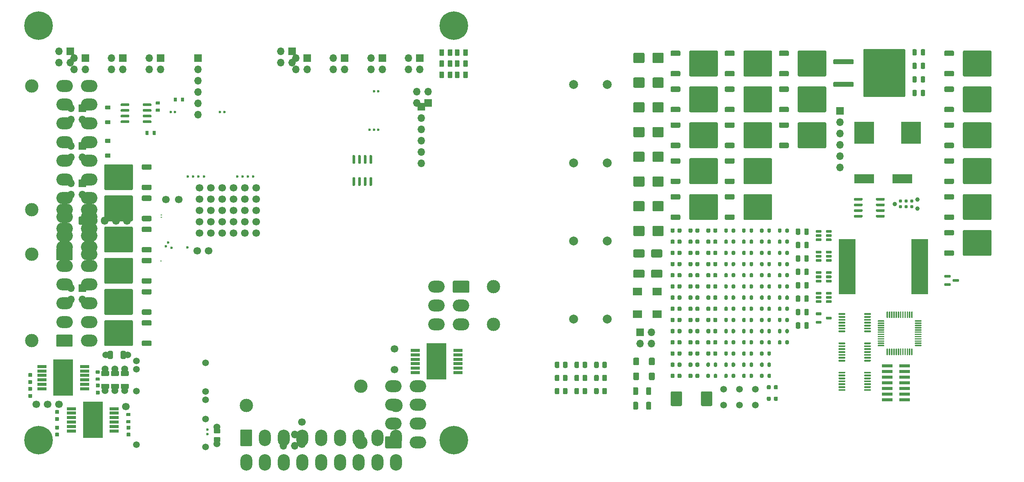
<source format=gts>
G04 #@! TF.GenerationSoftware,KiCad,Pcbnew,8.0.9-8.0.9-0~ubuntu24.04.1*
G04 #@! TF.CreationDate,2025-12-27T20:23:21+00:00*
G04 #@! TF.ProjectId,uaefi,75616566-692e-46b6-9963-61645f706362,E*
G04 #@! TF.SameCoordinates,Original*
G04 #@! TF.FileFunction,Soldermask,Top*
G04 #@! TF.FilePolarity,Negative*
%FSLAX46Y46*%
G04 Gerber Fmt 4.6, Leading zero omitted, Abs format (unit mm)*
G04 Created by KiCad (PCBNEW 8.0.9-8.0.9-0~ubuntu24.04.1) date 2025-12-27 20:23:21*
%MOMM*%
%LPD*%
G01*
G04 APERTURE LIST*
%ADD10R,3.825000X12.320000*%
%ADD11O,1.700000X1.850000*%
%ADD12R,1.700000X1.700000*%
%ADD13O,1.700000X1.700000*%
%ADD14C,1.700000*%
%ADD15C,2.000000*%
%ADD16C,0.800000*%
%ADD17C,6.400000*%
%ADD18C,1.524000*%
%ADD19C,3.000000*%
%ADD20O,3.700000X2.700000*%
%ADD21C,0.600000*%
%ADD22C,1.500000*%
%ADD23O,0.250000X0.499999*%
%ADD24O,0.499999X0.250000*%
%ADD25C,0.599999*%
%ADD26R,2.000000X0.650000*%
%ADD27R,4.500000X8.100000*%
%ADD28R,4.500000X2.000000*%
%ADD29R,4.500000X5.000000*%
%ADD30R,2.000000X1.800000*%
%ADD31C,0.990600*%
%ADD32C,0.787400*%
%ADD33O,2.700000X3.700000*%
%ADD34R,2.400000X0.740000*%
G04 APERTURE END LIST*
G04 #@! TO.C,R121*
G36*
G01*
X161125000Y25155000D02*
X161125000Y25705000D01*
G75*
G02*
X161325000Y25905000I200000J0D01*
G01*
X161725000Y25905000D01*
G75*
G02*
X161925000Y25705000I0J-200000D01*
G01*
X161925000Y25155000D01*
G75*
G02*
X161725000Y24955000I-200000J0D01*
G01*
X161325000Y24955000D01*
G75*
G02*
X161125000Y25155000I0J200000D01*
G01*
G37*
G36*
G01*
X162775000Y25155000D02*
X162775000Y25705000D01*
G75*
G02*
X162975000Y25905000I200000J0D01*
G01*
X163375000Y25905000D01*
G75*
G02*
X163575000Y25705000I0J-200000D01*
G01*
X163575000Y25155000D01*
G75*
G02*
X163375000Y24955000I-200000J0D01*
G01*
X162975000Y24955000D01*
G75*
G02*
X162775000Y25155000I0J200000D01*
G01*
G37*
G04 #@! TD*
G04 #@! TO.C,C98*
G36*
G01*
X153105000Y32710000D02*
X153105000Y33210000D01*
G75*
G02*
X153330000Y33435000I225000J0D01*
G01*
X153780000Y33435000D01*
G75*
G02*
X154005000Y33210000I0J-225000D01*
G01*
X154005000Y32710000D01*
G75*
G02*
X153780000Y32485000I-225000J0D01*
G01*
X153330000Y32485000D01*
G75*
G02*
X153105000Y32710000I0J225000D01*
G01*
G37*
G36*
G01*
X154655000Y32710000D02*
X154655000Y33210000D01*
G75*
G02*
X154880000Y33435000I225000J0D01*
G01*
X155330000Y33435000D01*
G75*
G02*
X155555000Y33210000I0J-225000D01*
G01*
X155555000Y32710000D01*
G75*
G02*
X155330000Y32485000I-225000J0D01*
G01*
X154880000Y32485000D01*
G75*
G02*
X154655000Y32710000I0J225000D01*
G01*
G37*
G04 #@! TD*
G04 #@! TO.C,R163*
G36*
G01*
X169145000Y27665000D02*
X169145000Y28215000D01*
G75*
G02*
X169345000Y28415000I200000J0D01*
G01*
X169745000Y28415000D01*
G75*
G02*
X169945000Y28215000I0J-200000D01*
G01*
X169945000Y27665000D01*
G75*
G02*
X169745000Y27465000I-200000J0D01*
G01*
X169345000Y27465000D01*
G75*
G02*
X169145000Y27665000I0J200000D01*
G01*
G37*
G36*
G01*
X170795000Y27665000D02*
X170795000Y28215000D01*
G75*
G02*
X170995000Y28415000I200000J0D01*
G01*
X171395000Y28415000D01*
G75*
G02*
X171595000Y28215000I0J-200000D01*
G01*
X171595000Y27665000D01*
G75*
G02*
X171395000Y27465000I-200000J0D01*
G01*
X170995000Y27465000D01*
G75*
G02*
X170795000Y27665000I0J200000D01*
G01*
G37*
G04 #@! TD*
G04 #@! TO.C,R40*
G36*
G01*
X96749999Y84875000D02*
X96749999Y86125000D01*
G75*
G02*
X96849999Y86225000I100000J0D01*
G01*
X97649999Y86225000D01*
G75*
G02*
X97749999Y86125000I0J-100000D01*
G01*
X97749999Y84875000D01*
G75*
G02*
X97649999Y84775000I-100000J0D01*
G01*
X96849999Y84775000D01*
G75*
G02*
X96749999Y84875000I0J100000D01*
G01*
G37*
G36*
G01*
X98650021Y84875000D02*
X98650021Y86125000D01*
G75*
G02*
X98750021Y86225000I100000J0D01*
G01*
X99550021Y86225000D01*
G75*
G02*
X99650021Y86125000I0J-100000D01*
G01*
X99650021Y84875000D01*
G75*
G02*
X99550021Y84775000I-100000J0D01*
G01*
X98750021Y84775000D01*
G75*
G02*
X98650021Y84875000I0J100000D01*
G01*
G37*
G04 #@! TD*
G04 #@! TO.C,C100*
G36*
G01*
X153105000Y30200000D02*
X153105000Y30700000D01*
G75*
G02*
X153330000Y30925000I225000J0D01*
G01*
X153780000Y30925000D01*
G75*
G02*
X154005000Y30700000I0J-225000D01*
G01*
X154005000Y30200000D01*
G75*
G02*
X153780000Y29975000I-225000J0D01*
G01*
X153330000Y29975000D01*
G75*
G02*
X153105000Y30200000I0J225000D01*
G01*
G37*
G36*
G01*
X154655000Y30200000D02*
X154655000Y30700000D01*
G75*
G02*
X154880000Y30925000I225000J0D01*
G01*
X155330000Y30925000D01*
G75*
G02*
X155555000Y30700000I0J-225000D01*
G01*
X155555000Y30200000D01*
G75*
G02*
X155330000Y29975000I-225000J0D01*
G01*
X154880000Y29975000D01*
G75*
G02*
X154655000Y30200000I0J225000D01*
G01*
G37*
G04 #@! TD*
G04 #@! TO.C,C94*
G36*
G01*
X153105000Y42750000D02*
X153105000Y43250000D01*
G75*
G02*
X153330000Y43475000I225000J0D01*
G01*
X153780000Y43475000D01*
G75*
G02*
X154005000Y43250000I0J-225000D01*
G01*
X154005000Y42750000D01*
G75*
G02*
X153780000Y42525000I-225000J0D01*
G01*
X153330000Y42525000D01*
G75*
G02*
X153105000Y42750000I0J225000D01*
G01*
G37*
G36*
G01*
X154655000Y42750000D02*
X154655000Y43250000D01*
G75*
G02*
X154880000Y43475000I225000J0D01*
G01*
X155330000Y43475000D01*
G75*
G02*
X155555000Y43250000I0J-225000D01*
G01*
X155555000Y42750000D01*
G75*
G02*
X155330000Y42525000I-225000J0D01*
G01*
X154880000Y42525000D01*
G75*
G02*
X154655000Y42750000I0J225000D01*
G01*
G37*
G04 #@! TD*
G04 #@! TO.C,C62*
G36*
G01*
X149095000Y50280000D02*
X149095000Y50780000D01*
G75*
G02*
X149320000Y51005000I225000J0D01*
G01*
X149770000Y51005000D01*
G75*
G02*
X149995000Y50780000I0J-225000D01*
G01*
X149995000Y50280000D01*
G75*
G02*
X149770000Y50055000I-225000J0D01*
G01*
X149320000Y50055000D01*
G75*
G02*
X149095000Y50280000I0J225000D01*
G01*
G37*
G36*
G01*
X150645000Y50280000D02*
X150645000Y50780000D01*
G75*
G02*
X150870000Y51005000I225000J0D01*
G01*
X151320000Y51005000D01*
G75*
G02*
X151545000Y50780000I0J-225000D01*
G01*
X151545000Y50280000D01*
G75*
G02*
X151320000Y50055000I-225000J0D01*
G01*
X150870000Y50055000D01*
G75*
G02*
X150645000Y50280000I0J225000D01*
G01*
G37*
G04 #@! TD*
G04 #@! TO.C,D29*
G36*
G01*
X136735000Y49530000D02*
X136735000Y51330000D01*
G75*
G02*
X136985000Y51580000I250000J0D01*
G01*
X138985000Y51580000D01*
G75*
G02*
X139235000Y51330000I0J-250000D01*
G01*
X139235000Y49530000D01*
G75*
G02*
X138985000Y49280000I-250000J0D01*
G01*
X136985000Y49280000D01*
G75*
G02*
X136735000Y49530000I0J250000D01*
G01*
G37*
G36*
G01*
X141035000Y49530000D02*
X141035000Y51330000D01*
G75*
G02*
X141285000Y51580000I250000J0D01*
G01*
X143285000Y51580000D01*
G75*
G02*
X143535000Y51330000I0J-250000D01*
G01*
X143535000Y49530000D01*
G75*
G02*
X143285000Y49280000I-250000J0D01*
G01*
X141285000Y49280000D01*
G75*
G02*
X141035000Y49530000I0J250000D01*
G01*
G37*
G04 #@! TD*
G04 #@! TO.C,R147*
G36*
G01*
X169145000Y47745000D02*
X169145000Y48295000D01*
G75*
G02*
X169345000Y48495000I200000J0D01*
G01*
X169745000Y48495000D01*
G75*
G02*
X169945000Y48295000I0J-200000D01*
G01*
X169945000Y47745000D01*
G75*
G02*
X169745000Y47545000I-200000J0D01*
G01*
X169345000Y47545000D01*
G75*
G02*
X169145000Y47745000I0J200000D01*
G01*
G37*
G36*
G01*
X170795000Y47745000D02*
X170795000Y48295000D01*
G75*
G02*
X170995000Y48495000I200000J0D01*
G01*
X171395000Y48495000D01*
G75*
G02*
X171595000Y48295000I0J-200000D01*
G01*
X171595000Y47745000D01*
G75*
G02*
X171395000Y47545000I-200000J0D01*
G01*
X170995000Y47545000D01*
G75*
G02*
X170795000Y47745000I0J200000D01*
G01*
G37*
G04 #@! TD*
G04 #@! TO.C,U7*
G36*
G01*
X28775000Y75110000D02*
X28775000Y74810000D01*
G75*
G02*
X28625000Y74660000I-150000J0D01*
G01*
X26975000Y74660000D01*
G75*
G02*
X26825000Y74810000I0J150000D01*
G01*
X26825000Y75110000D01*
G75*
G02*
X26975000Y75260000I150000J0D01*
G01*
X28625000Y75260000D01*
G75*
G02*
X28775000Y75110000I0J-150000D01*
G01*
G37*
G36*
G01*
X28775000Y76380000D02*
X28775000Y76080000D01*
G75*
G02*
X28625000Y75930000I-150000J0D01*
G01*
X26975000Y75930000D01*
G75*
G02*
X26825000Y76080000I0J150000D01*
G01*
X26825000Y76380000D01*
G75*
G02*
X26975000Y76530000I150000J0D01*
G01*
X28625000Y76530000D01*
G75*
G02*
X28775000Y76380000I0J-150000D01*
G01*
G37*
G36*
G01*
X28775000Y77650000D02*
X28775000Y77350000D01*
G75*
G02*
X28625000Y77200000I-150000J0D01*
G01*
X26975000Y77200000D01*
G75*
G02*
X26825000Y77350000I0J150000D01*
G01*
X26825000Y77650000D01*
G75*
G02*
X26975000Y77800000I150000J0D01*
G01*
X28625000Y77800000D01*
G75*
G02*
X28775000Y77650000I0J-150000D01*
G01*
G37*
G36*
G01*
X28775000Y78920000D02*
X28775000Y78620000D01*
G75*
G02*
X28625000Y78470000I-150000J0D01*
G01*
X26975000Y78470000D01*
G75*
G02*
X26825000Y78620000I0J150000D01*
G01*
X26825000Y78920000D01*
G75*
G02*
X26975000Y79070000I150000J0D01*
G01*
X28625000Y79070000D01*
G75*
G02*
X28775000Y78920000I0J-150000D01*
G01*
G37*
G36*
G01*
X23825000Y78920000D02*
X23825000Y78620000D01*
G75*
G02*
X23675000Y78470000I-150000J0D01*
G01*
X22025000Y78470000D01*
G75*
G02*
X21875000Y78620000I0J150000D01*
G01*
X21875000Y78920000D01*
G75*
G02*
X22025000Y79070000I150000J0D01*
G01*
X23675000Y79070000D01*
G75*
G02*
X23825000Y78920000I0J-150000D01*
G01*
G37*
G36*
G01*
X23825000Y77650000D02*
X23825000Y77350000D01*
G75*
G02*
X23675000Y77200000I-150000J0D01*
G01*
X22025000Y77200000D01*
G75*
G02*
X21875000Y77350000I0J150000D01*
G01*
X21875000Y77650000D01*
G75*
G02*
X22025000Y77800000I150000J0D01*
G01*
X23675000Y77800000D01*
G75*
G02*
X23825000Y77650000I0J-150000D01*
G01*
G37*
G36*
G01*
X23825000Y76380000D02*
X23825000Y76080000D01*
G75*
G02*
X23675000Y75930000I-150000J0D01*
G01*
X22025000Y75930000D01*
G75*
G02*
X21875000Y76080000I0J150000D01*
G01*
X21875000Y76380000D01*
G75*
G02*
X22025000Y76530000I150000J0D01*
G01*
X23675000Y76530000D01*
G75*
G02*
X23825000Y76380000I0J-150000D01*
G01*
G37*
G36*
G01*
X23825000Y75110000D02*
X23825000Y74810000D01*
G75*
G02*
X23675000Y74660000I-150000J0D01*
G01*
X22025000Y74660000D01*
G75*
G02*
X21875000Y74810000I0J150000D01*
G01*
X21875000Y75110000D01*
G75*
G02*
X22025000Y75260000I150000J0D01*
G01*
X23675000Y75260000D01*
G75*
G02*
X23825000Y75110000I0J-150000D01*
G01*
G37*
G04 #@! TD*
G04 #@! TO.C,Q4*
G36*
G01*
X206400000Y65790000D02*
X206400000Y66490000D01*
G75*
G02*
X206650000Y66740000I250000J0D01*
G01*
X208350000Y66740000D01*
G75*
G02*
X208600000Y66490000I0J-250000D01*
G01*
X208600000Y65790000D01*
G75*
G02*
X208350000Y65540000I-250000J0D01*
G01*
X206650000Y65540000D01*
G75*
G02*
X206400000Y65790000I0J250000D01*
G01*
G37*
G36*
G01*
X210600000Y61209997D02*
X210600000Y66510003D01*
G75*
G02*
X210849997Y66760000I249997J0D01*
G01*
X216750003Y66760000D01*
G75*
G02*
X217000000Y66510003I0J-249997D01*
G01*
X217000000Y61209997D01*
G75*
G02*
X216750003Y60960000I-249997J0D01*
G01*
X210849997Y60960000D01*
G75*
G02*
X210600000Y61209997I0J249997D01*
G01*
G37*
G36*
G01*
X206400000Y61230000D02*
X206400000Y61930000D01*
G75*
G02*
X206650000Y62180000I250000J0D01*
G01*
X208350000Y62180000D01*
G75*
G02*
X208600000Y61930000I0J-250000D01*
G01*
X208600000Y61230000D01*
G75*
G02*
X208350000Y60980000I-250000J0D01*
G01*
X206650000Y60980000D01*
G75*
G02*
X206400000Y61230000I0J250000D01*
G01*
G37*
G04 #@! TD*
D10*
G04 #@! TO.C,L4*
X184677500Y42460000D03*
X200922500Y42460000D03*
G04 #@! TD*
G04 #@! TO.C,C24*
G36*
G01*
X7260000Y10215001D02*
X7940000Y10215001D01*
G75*
G02*
X8025000Y10130001I0J-85000D01*
G01*
X8025000Y9450001D01*
G75*
G02*
X7940000Y9365001I-85000J0D01*
G01*
X7260000Y9365001D01*
G75*
G02*
X7175000Y9450001I0J85000D01*
G01*
X7175000Y10130001D01*
G75*
G02*
X7260000Y10215001I85000J0D01*
G01*
G37*
G36*
G01*
X7260000Y8634999D02*
X7940000Y8634999D01*
G75*
G02*
X8025000Y8549999I0J-85000D01*
G01*
X8025000Y7869999D01*
G75*
G02*
X7940000Y7784999I-85000J0D01*
G01*
X7260000Y7784999D01*
G75*
G02*
X7175000Y7869999I0J85000D01*
G01*
X7175000Y8549999D01*
G75*
G02*
X7260000Y8634999I85000J0D01*
G01*
G37*
G04 #@! TD*
G04 #@! TO.C,R76*
G36*
G01*
X157115000Y47745000D02*
X157115000Y48295000D01*
G75*
G02*
X157315000Y48495000I200000J0D01*
G01*
X157715000Y48495000D01*
G75*
G02*
X157915000Y48295000I0J-200000D01*
G01*
X157915000Y47745000D01*
G75*
G02*
X157715000Y47545000I-200000J0D01*
G01*
X157315000Y47545000D01*
G75*
G02*
X157115000Y47745000I0J200000D01*
G01*
G37*
G36*
G01*
X158765000Y47745000D02*
X158765000Y48295000D01*
G75*
G02*
X158965000Y48495000I200000J0D01*
G01*
X159365000Y48495000D01*
G75*
G02*
X159565000Y48295000I0J-200000D01*
G01*
X159565000Y47745000D01*
G75*
G02*
X159365000Y47545000I-200000J0D01*
G01*
X158965000Y47545000D01*
G75*
G02*
X158765000Y47745000I0J200000D01*
G01*
G37*
G04 #@! TD*
G04 #@! TO.C,D19*
G36*
G01*
X136735000Y40180000D02*
X136735000Y41480000D01*
G75*
G02*
X136985000Y41730000I250000J0D01*
G01*
X138985000Y41730000D01*
G75*
G02*
X139235000Y41480000I0J-250000D01*
G01*
X139235000Y40180000D01*
G75*
G02*
X138985000Y39930000I-250000J0D01*
G01*
X136985000Y39930000D01*
G75*
G02*
X136735000Y40180000I0J250000D01*
G01*
G37*
G36*
G01*
X140735000Y40180000D02*
X140735000Y41480000D01*
G75*
G02*
X140985000Y41730000I250000J0D01*
G01*
X142985000Y41730000D01*
G75*
G02*
X143235000Y41480000I0J-250000D01*
G01*
X143235000Y40180000D01*
G75*
G02*
X142985000Y39930000I-250000J0D01*
G01*
X140985000Y39930000D01*
G75*
G02*
X140735000Y40180000I0J250000D01*
G01*
G37*
G04 #@! TD*
G04 #@! TO.C,C49*
G36*
G01*
X145085000Y30200000D02*
X145085000Y30700000D01*
G75*
G02*
X145310000Y30925000I225000J0D01*
G01*
X145760000Y30925000D01*
G75*
G02*
X145985000Y30700000I0J-225000D01*
G01*
X145985000Y30200000D01*
G75*
G02*
X145760000Y29975000I-225000J0D01*
G01*
X145310000Y29975000D01*
G75*
G02*
X145085000Y30200000I0J225000D01*
G01*
G37*
G36*
G01*
X146635000Y30200000D02*
X146635000Y30700000D01*
G75*
G02*
X146860000Y30925000I225000J0D01*
G01*
X147310000Y30925000D01*
G75*
G02*
X147535000Y30700000I0J-225000D01*
G01*
X147535000Y30200000D01*
G75*
G02*
X147310000Y29975000I-225000J0D01*
G01*
X146860000Y29975000D01*
G75*
G02*
X146635000Y30200000I0J225000D01*
G01*
G37*
G04 #@! TD*
G04 #@! TO.C,C129*
G36*
G01*
X173150000Y28735000D02*
X173150000Y29685000D01*
G75*
G02*
X173400000Y29935000I250000J0D01*
G01*
X173900000Y29935000D01*
G75*
G02*
X174150000Y29685000I0J-250000D01*
G01*
X174150000Y28735000D01*
G75*
G02*
X173900000Y28485000I-250000J0D01*
G01*
X173400000Y28485000D01*
G75*
G02*
X173150000Y28735000I0J250000D01*
G01*
G37*
G36*
G01*
X175050000Y28735000D02*
X175050000Y29685000D01*
G75*
G02*
X175300000Y29935000I250000J0D01*
G01*
X175800000Y29935000D01*
G75*
G02*
X176050000Y29685000I0J-250000D01*
G01*
X176050000Y28735000D01*
G75*
G02*
X175800000Y28485000I-250000J0D01*
G01*
X175300000Y28485000D01*
G75*
G02*
X175050000Y28735000I0J250000D01*
G01*
G37*
G04 #@! TD*
G04 #@! TO.C,R39*
G36*
G01*
X96749999Y87375000D02*
X96749999Y88625000D01*
G75*
G02*
X96849999Y88725000I100000J0D01*
G01*
X97649999Y88725000D01*
G75*
G02*
X97749999Y88625000I0J-100000D01*
G01*
X97749999Y87375000D01*
G75*
G02*
X97649999Y87275000I-100000J0D01*
G01*
X96849999Y87275000D01*
G75*
G02*
X96749999Y87375000I0J100000D01*
G01*
G37*
G36*
G01*
X98650021Y87375000D02*
X98650021Y88625000D01*
G75*
G02*
X98750021Y88725000I100000J0D01*
G01*
X99550021Y88725000D01*
G75*
G02*
X99650021Y88625000I0J-100000D01*
G01*
X99650021Y87375000D01*
G75*
G02*
X99550021Y87275000I-100000J0D01*
G01*
X98750021Y87275000D01*
G75*
G02*
X98650021Y87375000I0J100000D01*
G01*
G37*
G04 #@! TD*
G04 #@! TO.C,R118*
G36*
G01*
X161125000Y32685000D02*
X161125000Y33235000D01*
G75*
G02*
X161325000Y33435000I200000J0D01*
G01*
X161725000Y33435000D01*
G75*
G02*
X161925000Y33235000I0J-200000D01*
G01*
X161925000Y32685000D01*
G75*
G02*
X161725000Y32485000I-200000J0D01*
G01*
X161325000Y32485000D01*
G75*
G02*
X161125000Y32685000I0J200000D01*
G01*
G37*
G36*
G01*
X162775000Y32685000D02*
X162775000Y33235000D01*
G75*
G02*
X162975000Y33435000I200000J0D01*
G01*
X163375000Y33435000D01*
G75*
G02*
X163575000Y33235000I0J-200000D01*
G01*
X163575000Y32685000D01*
G75*
G02*
X163375000Y32485000I-200000J0D01*
G01*
X162975000Y32485000D01*
G75*
G02*
X162775000Y32685000I0J200000D01*
G01*
G37*
G04 #@! TD*
G04 #@! TO.C,Q10*
G36*
G01*
X28800000Y39570000D02*
X28800000Y38870000D01*
G75*
G02*
X28550000Y38620000I-250000J0D01*
G01*
X26850000Y38620000D01*
G75*
G02*
X26600000Y38870000I0J250000D01*
G01*
X26600000Y39570000D01*
G75*
G02*
X26850000Y39820000I250000J0D01*
G01*
X28550000Y39820000D01*
G75*
G02*
X28800000Y39570000I0J-250000D01*
G01*
G37*
G36*
G01*
X24600000Y44150003D02*
X24600000Y38849997D01*
G75*
G02*
X24350003Y38600000I-249997J0D01*
G01*
X18449997Y38600000D01*
G75*
G02*
X18200000Y38849997I0J249997D01*
G01*
X18200000Y44150003D01*
G75*
G02*
X18449997Y44400000I249997J0D01*
G01*
X24350003Y44400000D01*
G75*
G02*
X24600000Y44150003I0J-249997D01*
G01*
G37*
G36*
G01*
X28800000Y44130000D02*
X28800000Y43430000D01*
G75*
G02*
X28550000Y43180000I-250000J0D01*
G01*
X26850000Y43180000D01*
G75*
G02*
X26600000Y43430000I0J250000D01*
G01*
X26600000Y44130000D01*
G75*
G02*
X26850000Y44380000I250000J0D01*
G01*
X28550000Y44380000D01*
G75*
G02*
X28800000Y44130000I0J-250000D01*
G01*
G37*
G04 #@! TD*
G04 #@! TO.C,J21*
G36*
G01*
X12465000Y52075000D02*
X12465000Y53425000D01*
G75*
G02*
X12715000Y53675000I250000J0D01*
G01*
X13915000Y53675000D01*
G75*
G02*
X14165000Y53425000I0J-250000D01*
G01*
X14165000Y52075000D01*
G75*
G02*
X13915000Y51825000I-250000J0D01*
G01*
X12715000Y51825000D01*
G75*
G02*
X12465000Y52075000I0J250000D01*
G01*
G37*
D11*
X15815000Y52750000D03*
X18315000Y52750000D03*
X20815000Y52750000D03*
X23315000Y52750000D03*
G04 #@! TD*
G04 #@! TO.C,R103*
G36*
G01*
X161125000Y50255000D02*
X161125000Y50805000D01*
G75*
G02*
X161325000Y51005000I200000J0D01*
G01*
X161725000Y51005000D01*
G75*
G02*
X161925000Y50805000I0J-200000D01*
G01*
X161925000Y50255000D01*
G75*
G02*
X161725000Y50055000I-200000J0D01*
G01*
X161325000Y50055000D01*
G75*
G02*
X161125000Y50255000I0J200000D01*
G01*
G37*
G36*
G01*
X162775000Y50255000D02*
X162775000Y50805000D01*
G75*
G02*
X162975000Y51005000I200000J0D01*
G01*
X163375000Y51005000D01*
G75*
G02*
X163575000Y50805000I0J-200000D01*
G01*
X163575000Y50255000D01*
G75*
G02*
X163375000Y50055000I-200000J0D01*
G01*
X162975000Y50055000D01*
G75*
G02*
X162775000Y50255000I0J200000D01*
G01*
G37*
G04 #@! TD*
G04 #@! TO.C,Q15*
G36*
G01*
X145080000Y57735000D02*
X145080000Y58435000D01*
G75*
G02*
X145330000Y58685000I250000J0D01*
G01*
X147030000Y58685000D01*
G75*
G02*
X147280000Y58435000I0J-250000D01*
G01*
X147280000Y57735000D01*
G75*
G02*
X147030000Y57485000I-250000J0D01*
G01*
X145330000Y57485000D01*
G75*
G02*
X145080000Y57735000I0J250000D01*
G01*
G37*
G36*
G01*
X149280000Y53154997D02*
X149280000Y58455003D01*
G75*
G02*
X149529997Y58705000I249997J0D01*
G01*
X155430003Y58705000D01*
G75*
G02*
X155680000Y58455003I0J-249997D01*
G01*
X155680000Y53154997D01*
G75*
G02*
X155430003Y52905000I-249997J0D01*
G01*
X149529997Y52905000D01*
G75*
G02*
X149280000Y53154997I0J249997D01*
G01*
G37*
G36*
G01*
X145080000Y53175000D02*
X145080000Y53875000D01*
G75*
G02*
X145330000Y54125000I250000J0D01*
G01*
X147030000Y54125000D01*
G75*
G02*
X147280000Y53875000I0J-250000D01*
G01*
X147280000Y53175000D01*
G75*
G02*
X147030000Y52925000I-250000J0D01*
G01*
X145330000Y52925000D01*
G75*
G02*
X145080000Y53175000I0J250000D01*
G01*
G37*
G04 #@! TD*
D12*
G04 #@! TO.C,J10*
X60300000Y90725000D03*
D13*
X57760000Y90725000D03*
X60300000Y88185000D03*
X57760000Y88185000D03*
G04 #@! TD*
G04 #@! TO.C,U14*
G36*
G01*
X177600000Y31685000D02*
X177600000Y31985000D01*
G75*
G02*
X177750000Y32135000I150000J0D01*
G01*
X178775000Y32135000D01*
G75*
G02*
X178925000Y31985000I0J-150000D01*
G01*
X178925000Y31685000D01*
G75*
G02*
X178775000Y31535000I-150000J0D01*
G01*
X177750000Y31535000D01*
G75*
G02*
X177600000Y31685000I0J150000D01*
G01*
G37*
G36*
G01*
X177600000Y29785000D02*
X177600000Y30085000D01*
G75*
G02*
X177750000Y30235000I150000J0D01*
G01*
X178775000Y30235000D01*
G75*
G02*
X178925000Y30085000I0J-150000D01*
G01*
X178925000Y29785000D01*
G75*
G02*
X178775000Y29635000I-150000J0D01*
G01*
X177750000Y29635000D01*
G75*
G02*
X177600000Y29785000I0J150000D01*
G01*
G37*
G36*
G01*
X179875000Y30735000D02*
X179875000Y31035000D01*
G75*
G02*
X180025000Y31185000I150000J0D01*
G01*
X181050000Y31185000D01*
G75*
G02*
X181200000Y31035000I0J-150000D01*
G01*
X181200000Y30735000D01*
G75*
G02*
X181050000Y30585000I-150000J0D01*
G01*
X180025000Y30585000D01*
G75*
G02*
X179875000Y30735000I0J150000D01*
G01*
G37*
G04 #@! TD*
G04 #@! TO.C,R140*
G36*
G01*
X165135000Y30175000D02*
X165135000Y30725000D01*
G75*
G02*
X165335000Y30925000I200000J0D01*
G01*
X165735000Y30925000D01*
G75*
G02*
X165935000Y30725000I0J-200000D01*
G01*
X165935000Y30175000D01*
G75*
G02*
X165735000Y29975000I-200000J0D01*
G01*
X165335000Y29975000D01*
G75*
G02*
X165135000Y30175000I0J200000D01*
G01*
G37*
G36*
G01*
X166785000Y30175000D02*
X166785000Y30725000D01*
G75*
G02*
X166985000Y30925000I200000J0D01*
G01*
X167385000Y30925000D01*
G75*
G02*
X167585000Y30725000I0J-200000D01*
G01*
X167585000Y30175000D01*
G75*
G02*
X167385000Y29975000I-200000J0D01*
G01*
X166985000Y29975000D01*
G75*
G02*
X166785000Y30175000I0J200000D01*
G01*
G37*
G04 #@! TD*
G04 #@! TO.C,R75*
G36*
G01*
X157115000Y50255000D02*
X157115000Y50805000D01*
G75*
G02*
X157315000Y51005000I200000J0D01*
G01*
X157715000Y51005000D01*
G75*
G02*
X157915000Y50805000I0J-200000D01*
G01*
X157915000Y50255000D01*
G75*
G02*
X157715000Y50055000I-200000J0D01*
G01*
X157315000Y50055000D01*
G75*
G02*
X157115000Y50255000I0J200000D01*
G01*
G37*
G36*
G01*
X158765000Y50255000D02*
X158765000Y50805000D01*
G75*
G02*
X158965000Y51005000I200000J0D01*
G01*
X159365000Y51005000D01*
G75*
G02*
X159565000Y50805000I0J-200000D01*
G01*
X159565000Y50255000D01*
G75*
G02*
X159365000Y50055000I-200000J0D01*
G01*
X158965000Y50055000D01*
G75*
G02*
X158765000Y50255000I0J200000D01*
G01*
G37*
G04 #@! TD*
G04 #@! TO.C,C39*
G36*
G01*
X145085000Y50280000D02*
X145085000Y50780000D01*
G75*
G02*
X145310000Y51005000I225000J0D01*
G01*
X145760000Y51005000D01*
G75*
G02*
X145985000Y50780000I0J-225000D01*
G01*
X145985000Y50280000D01*
G75*
G02*
X145760000Y50055000I-225000J0D01*
G01*
X145310000Y50055000D01*
G75*
G02*
X145085000Y50280000I0J225000D01*
G01*
G37*
G36*
G01*
X146635000Y50280000D02*
X146635000Y50780000D01*
G75*
G02*
X146860000Y51005000I225000J0D01*
G01*
X147310000Y51005000D01*
G75*
G02*
X147535000Y50780000I0J-225000D01*
G01*
X147535000Y50280000D01*
G75*
G02*
X147310000Y50055000I-225000J0D01*
G01*
X146860000Y50055000D01*
G75*
G02*
X146635000Y50280000I0J225000D01*
G01*
G37*
G04 #@! TD*
G04 #@! TO.C,C91*
G36*
G01*
X153105000Y50280000D02*
X153105000Y50780000D01*
G75*
G02*
X153330000Y51005000I225000J0D01*
G01*
X153780000Y51005000D01*
G75*
G02*
X154005000Y50780000I0J-225000D01*
G01*
X154005000Y50280000D01*
G75*
G02*
X153780000Y50055000I-225000J0D01*
G01*
X153330000Y50055000D01*
G75*
G02*
X153105000Y50280000I0J225000D01*
G01*
G37*
G36*
G01*
X154655000Y50280000D02*
X154655000Y50780000D01*
G75*
G02*
X154880000Y51005000I225000J0D01*
G01*
X155330000Y51005000D01*
G75*
G02*
X155555000Y50780000I0J-225000D01*
G01*
X155555000Y50280000D01*
G75*
G02*
X155330000Y50055000I-225000J0D01*
G01*
X154880000Y50055000D01*
G75*
G02*
X154655000Y50280000I0J225000D01*
G01*
G37*
G04 #@! TD*
D14*
G04 #@! TO.C,P8*
X83200000Y19300000D03*
G04 #@! TD*
G04 #@! TO.C,C119*
G36*
G01*
X173150000Y37765000D02*
X173150000Y38715000D01*
G75*
G02*
X173400000Y38965000I250000J0D01*
G01*
X173900000Y38965000D01*
G75*
G02*
X174150000Y38715000I0J-250000D01*
G01*
X174150000Y37765000D01*
G75*
G02*
X173900000Y37515000I-250000J0D01*
G01*
X173400000Y37515000D01*
G75*
G02*
X173150000Y37765000I0J250000D01*
G01*
G37*
G36*
G01*
X175050000Y37765000D02*
X175050000Y38715000D01*
G75*
G02*
X175300000Y38965000I250000J0D01*
G01*
X175800000Y38965000D01*
G75*
G02*
X176050000Y38715000I0J-250000D01*
G01*
X176050000Y37765000D01*
G75*
G02*
X175800000Y37515000I-250000J0D01*
G01*
X175300000Y37515000D01*
G75*
G02*
X175050000Y37765000I0J250000D01*
G01*
G37*
G04 #@! TD*
D12*
G04 #@! TO.C,J20*
X13315000Y61150000D03*
D13*
X10775000Y61150000D03*
X13315000Y58610000D03*
X10775000Y58610000D03*
G04 #@! TD*
G04 #@! TO.C,D10*
G36*
G01*
X136735000Y17195000D02*
X136735000Y18395000D01*
G75*
G02*
X136985000Y18645000I250000J0D01*
G01*
X137785000Y18645000D01*
G75*
G02*
X138035000Y18395000I0J-250000D01*
G01*
X138035000Y17195000D01*
G75*
G02*
X137785000Y16945000I-250000J0D01*
G01*
X136985000Y16945000D01*
G75*
G02*
X136735000Y17195000I0J250000D01*
G01*
G37*
G36*
G01*
X140235000Y17195000D02*
X140235000Y18395000D01*
G75*
G02*
X140485000Y18645000I250000J0D01*
G01*
X141285000Y18645000D01*
G75*
G02*
X141535000Y18395000I0J-250000D01*
G01*
X141535000Y17195000D01*
G75*
G02*
X141285000Y16945000I-250000J0D01*
G01*
X140485000Y16945000D01*
G75*
G02*
X140235000Y17195000I0J250000D01*
G01*
G37*
G04 #@! TD*
D15*
G04 #@! TO.C,C121*
X123390000Y65730000D03*
X130890000Y65730000D03*
G04 #@! TD*
G04 #@! TO.C,Q3*
G36*
G01*
X206400000Y73845000D02*
X206400000Y74545000D01*
G75*
G02*
X206650000Y74795000I250000J0D01*
G01*
X208350000Y74795000D01*
G75*
G02*
X208600000Y74545000I0J-250000D01*
G01*
X208600000Y73845000D01*
G75*
G02*
X208350000Y73595000I-250000J0D01*
G01*
X206650000Y73595000D01*
G75*
G02*
X206400000Y73845000I0J250000D01*
G01*
G37*
G36*
G01*
X210600000Y69264997D02*
X210600000Y74565003D01*
G75*
G02*
X210849997Y74815000I249997J0D01*
G01*
X216750003Y74815000D01*
G75*
G02*
X217000000Y74565003I0J-249997D01*
G01*
X217000000Y69264997D01*
G75*
G02*
X216750003Y69015000I-249997J0D01*
G01*
X210849997Y69015000D01*
G75*
G02*
X210600000Y69264997I0J249997D01*
G01*
G37*
G36*
G01*
X206400000Y69285000D02*
X206400000Y69985000D01*
G75*
G02*
X206650000Y70235000I250000J0D01*
G01*
X208350000Y70235000D01*
G75*
G02*
X208600000Y69985000I0J-250000D01*
G01*
X208600000Y69285000D01*
G75*
G02*
X208350000Y69035000I-250000J0D01*
G01*
X206650000Y69035000D01*
G75*
G02*
X206400000Y69285000I0J250000D01*
G01*
G37*
G04 #@! TD*
G04 #@! TO.C,D15*
G36*
G01*
X177600000Y45560000D02*
X177600000Y45860000D01*
G75*
G02*
X177750000Y46010000I150000J0D01*
G01*
X178775000Y46010000D01*
G75*
G02*
X178925000Y45860000I0J-150000D01*
G01*
X178925000Y45560000D01*
G75*
G02*
X178775000Y45410000I-150000J0D01*
G01*
X177750000Y45410000D01*
G75*
G02*
X177600000Y45560000I0J150000D01*
G01*
G37*
G36*
G01*
X177600000Y44610000D02*
X177600000Y44910000D01*
G75*
G02*
X177750000Y45060000I150000J0D01*
G01*
X178775000Y45060000D01*
G75*
G02*
X178925000Y44910000I0J-150000D01*
G01*
X178925000Y44610000D01*
G75*
G02*
X178775000Y44460000I-150000J0D01*
G01*
X177750000Y44460000D01*
G75*
G02*
X177600000Y44610000I0J150000D01*
G01*
G37*
G36*
G01*
X177600000Y43660000D02*
X177600000Y43960000D01*
G75*
G02*
X177750000Y44110000I150000J0D01*
G01*
X178775000Y44110000D01*
G75*
G02*
X178925000Y43960000I0J-150000D01*
G01*
X178925000Y43660000D01*
G75*
G02*
X178775000Y43510000I-150000J0D01*
G01*
X177750000Y43510000D01*
G75*
G02*
X177600000Y43660000I0J150000D01*
G01*
G37*
G36*
G01*
X179875000Y43660000D02*
X179875000Y43960000D01*
G75*
G02*
X180025000Y44110000I150000J0D01*
G01*
X181050000Y44110000D01*
G75*
G02*
X181200000Y43960000I0J-150000D01*
G01*
X181200000Y43660000D01*
G75*
G02*
X181050000Y43510000I-150000J0D01*
G01*
X180025000Y43510000D01*
G75*
G02*
X179875000Y43660000I0J150000D01*
G01*
G37*
G36*
G01*
X179875000Y44610000D02*
X179875000Y44910000D01*
G75*
G02*
X180025000Y45060000I150000J0D01*
G01*
X181050000Y45060000D01*
G75*
G02*
X181200000Y44910000I0J-150000D01*
G01*
X181200000Y44610000D01*
G75*
G02*
X181050000Y44460000I-150000J0D01*
G01*
X180025000Y44460000D01*
G75*
G02*
X179875000Y44610000I0J150000D01*
G01*
G37*
G36*
G01*
X179875000Y45560000D02*
X179875000Y45860000D01*
G75*
G02*
X180025000Y46010000I150000J0D01*
G01*
X181050000Y46010000D01*
G75*
G02*
X181200000Y45860000I0J-150000D01*
G01*
X181200000Y45560000D01*
G75*
G02*
X181050000Y45410000I-150000J0D01*
G01*
X180025000Y45410000D01*
G75*
G02*
X179875000Y45560000I0J150000D01*
G01*
G37*
G04 #@! TD*
G04 #@! TO.C,Q1*
G36*
G01*
X206400000Y89955000D02*
X206400000Y90655000D01*
G75*
G02*
X206650000Y90905000I250000J0D01*
G01*
X208350000Y90905000D01*
G75*
G02*
X208600000Y90655000I0J-250000D01*
G01*
X208600000Y89955000D01*
G75*
G02*
X208350000Y89705000I-250000J0D01*
G01*
X206650000Y89705000D01*
G75*
G02*
X206400000Y89955000I0J250000D01*
G01*
G37*
G36*
G01*
X210600000Y85374997D02*
X210600000Y90675003D01*
G75*
G02*
X210849997Y90925000I249997J0D01*
G01*
X216750003Y90925000D01*
G75*
G02*
X217000000Y90675003I0J-249997D01*
G01*
X217000000Y85374997D01*
G75*
G02*
X216750003Y85125000I-249997J0D01*
G01*
X210849997Y85125000D01*
G75*
G02*
X210600000Y85374997I0J249997D01*
G01*
G37*
G36*
G01*
X206400000Y85395000D02*
X206400000Y86095000D01*
G75*
G02*
X206650000Y86345000I250000J0D01*
G01*
X208350000Y86345000D01*
G75*
G02*
X208600000Y86095000I0J-250000D01*
G01*
X208600000Y85395000D01*
G75*
G02*
X208350000Y85145000I-250000J0D01*
G01*
X206650000Y85145000D01*
G75*
G02*
X206400000Y85395000I0J250000D01*
G01*
G37*
G04 #@! TD*
D14*
G04 #@! TO.C,P5*
X41600000Y46000000D03*
G04 #@! TD*
G04 #@! TO.C,C86*
G36*
G01*
X149095000Y27690000D02*
X149095000Y28190000D01*
G75*
G02*
X149320000Y28415000I225000J0D01*
G01*
X149770000Y28415000D01*
G75*
G02*
X149995000Y28190000I0J-225000D01*
G01*
X149995000Y27690000D01*
G75*
G02*
X149770000Y27465000I-225000J0D01*
G01*
X149320000Y27465000D01*
G75*
G02*
X149095000Y27690000I0J225000D01*
G01*
G37*
G36*
G01*
X150645000Y27690000D02*
X150645000Y28190000D01*
G75*
G02*
X150870000Y28415000I225000J0D01*
G01*
X151320000Y28415000D01*
G75*
G02*
X151545000Y28190000I0J-225000D01*
G01*
X151545000Y27690000D01*
G75*
G02*
X151320000Y27465000I-225000J0D01*
G01*
X150870000Y27465000D01*
G75*
G02*
X150645000Y27690000I0J225000D01*
G01*
G37*
G04 #@! TD*
D12*
G04 #@! TO.C,J2*
X10600000Y90725000D03*
D13*
X8060000Y90725000D03*
X10600000Y88185000D03*
X8060000Y88185000D03*
G04 #@! TD*
G04 #@! TO.C,Q7*
G36*
G01*
X28800000Y60570000D02*
X28800000Y59870000D01*
G75*
G02*
X28550000Y59620000I-250000J0D01*
G01*
X26850000Y59620000D01*
G75*
G02*
X26600000Y59870000I0J250000D01*
G01*
X26600000Y60570000D01*
G75*
G02*
X26850000Y60820000I250000J0D01*
G01*
X28550000Y60820000D01*
G75*
G02*
X28800000Y60570000I0J-250000D01*
G01*
G37*
G36*
G01*
X24600000Y65150003D02*
X24600000Y59849997D01*
G75*
G02*
X24350003Y59600000I-249997J0D01*
G01*
X18449997Y59600000D01*
G75*
G02*
X18200000Y59849997I0J249997D01*
G01*
X18200000Y65150003D01*
G75*
G02*
X18449997Y65400000I249997J0D01*
G01*
X24350003Y65400000D01*
G75*
G02*
X24600000Y65150003I0J-249997D01*
G01*
G37*
G36*
G01*
X28800000Y65130000D02*
X28800000Y64430000D01*
G75*
G02*
X28550000Y64180000I-250000J0D01*
G01*
X26850000Y64180000D01*
G75*
G02*
X26600000Y64430000I0J250000D01*
G01*
X26600000Y65130000D01*
G75*
G02*
X26850000Y65380000I250000J0D01*
G01*
X28550000Y65380000D01*
G75*
G02*
X28800000Y65130000I0J-250000D01*
G01*
G37*
G04 #@! TD*
G04 #@! TO.C,Q8*
G36*
G01*
X28800000Y53570000D02*
X28800000Y52870000D01*
G75*
G02*
X28550000Y52620000I-250000J0D01*
G01*
X26850000Y52620000D01*
G75*
G02*
X26600000Y52870000I0J250000D01*
G01*
X26600000Y53570000D01*
G75*
G02*
X26850000Y53820000I250000J0D01*
G01*
X28550000Y53820000D01*
G75*
G02*
X28800000Y53570000I0J-250000D01*
G01*
G37*
G36*
G01*
X24600000Y58150003D02*
X24600000Y52849997D01*
G75*
G02*
X24350003Y52600000I-249997J0D01*
G01*
X18449997Y52600000D01*
G75*
G02*
X18200000Y52849997I0J249997D01*
G01*
X18200000Y58150003D01*
G75*
G02*
X18449997Y58400000I249997J0D01*
G01*
X24350003Y58400000D01*
G75*
G02*
X24600000Y58150003I0J-249997D01*
G01*
G37*
G36*
G01*
X28800000Y58130000D02*
X28800000Y57430000D01*
G75*
G02*
X28550000Y57180000I-250000J0D01*
G01*
X26850000Y57180000D01*
G75*
G02*
X26600000Y57430000I0J250000D01*
G01*
X26600000Y58130000D01*
G75*
G02*
X26850000Y58380000I250000J0D01*
G01*
X28550000Y58380000D01*
G75*
G02*
X28800000Y58130000I0J-250000D01*
G01*
G37*
G04 #@! TD*
G04 #@! TO.C,Q20*
G36*
G01*
X157230000Y57735000D02*
X157230000Y58435000D01*
G75*
G02*
X157480000Y58685000I250000J0D01*
G01*
X159180000Y58685000D01*
G75*
G02*
X159430000Y58435000I0J-250000D01*
G01*
X159430000Y57735000D01*
G75*
G02*
X159180000Y57485000I-250000J0D01*
G01*
X157480000Y57485000D01*
G75*
G02*
X157230000Y57735000I0J250000D01*
G01*
G37*
G36*
G01*
X161430000Y53154997D02*
X161430000Y58455003D01*
G75*
G02*
X161679997Y58705000I249997J0D01*
G01*
X167580003Y58705000D01*
G75*
G02*
X167830000Y58455003I0J-249997D01*
G01*
X167830000Y53154997D01*
G75*
G02*
X167580003Y52905000I-249997J0D01*
G01*
X161679997Y52905000D01*
G75*
G02*
X161430000Y53154997I0J249997D01*
G01*
G37*
G36*
G01*
X157230000Y53175000D02*
X157230000Y53875000D01*
G75*
G02*
X157480000Y54125000I250000J0D01*
G01*
X159180000Y54125000D01*
G75*
G02*
X159430000Y53875000I0J-250000D01*
G01*
X159430000Y53175000D01*
G75*
G02*
X159180000Y52925000I-250000J0D01*
G01*
X157480000Y52925000D01*
G75*
G02*
X157230000Y53175000I0J250000D01*
G01*
G37*
G04 #@! TD*
D12*
G04 #@! TO.C,J17*
X39190000Y89225000D03*
D13*
X39190000Y86685000D03*
X39190000Y84145000D03*
X39190000Y81605000D03*
X39190000Y79065000D03*
X39190000Y76525000D03*
G04 #@! TD*
D14*
G04 #@! TO.C,P1*
X32000000Y57500000D03*
G04 #@! TD*
G04 #@! TO.C,C26*
G36*
G01*
X23260000Y6715001D02*
X23940000Y6715001D01*
G75*
G02*
X24025000Y6630001I0J-85000D01*
G01*
X24025000Y5950001D01*
G75*
G02*
X23940000Y5865001I-85000J0D01*
G01*
X23260000Y5865001D01*
G75*
G02*
X23175000Y5950001I0J85000D01*
G01*
X23175000Y6630001D01*
G75*
G02*
X23260000Y6715001I85000J0D01*
G01*
G37*
G36*
G01*
X23260000Y5134999D02*
X23940000Y5134999D01*
G75*
G02*
X24025000Y5049999I0J-85000D01*
G01*
X24025000Y4369999D01*
G75*
G02*
X23940000Y4284999I-85000J0D01*
G01*
X23260000Y4284999D01*
G75*
G02*
X23175000Y4369999I0J85000D01*
G01*
X23175000Y5049999D01*
G75*
G02*
X23260000Y5134999I85000J0D01*
G01*
G37*
G04 #@! TD*
G04 #@! TO.C,C63*
G36*
G01*
X149095000Y47770000D02*
X149095000Y48270000D01*
G75*
G02*
X149320000Y48495000I225000J0D01*
G01*
X149770000Y48495000D01*
G75*
G02*
X149995000Y48270000I0J-225000D01*
G01*
X149995000Y47770000D01*
G75*
G02*
X149770000Y47545000I-225000J0D01*
G01*
X149320000Y47545000D01*
G75*
G02*
X149095000Y47770000I0J225000D01*
G01*
G37*
G36*
G01*
X150645000Y47770000D02*
X150645000Y48270000D01*
G75*
G02*
X150870000Y48495000I225000J0D01*
G01*
X151320000Y48495000D01*
G75*
G02*
X151545000Y48270000I0J-225000D01*
G01*
X151545000Y47770000D01*
G75*
G02*
X151320000Y47545000I-225000J0D01*
G01*
X150870000Y47545000D01*
G75*
G02*
X150645000Y47770000I0J225000D01*
G01*
G37*
G04 #@! TD*
G04 #@! TO.C,R90*
G36*
G01*
X157115000Y20135000D02*
X157115000Y20685000D01*
G75*
G02*
X157315000Y20885000I200000J0D01*
G01*
X157715000Y20885000D01*
G75*
G02*
X157915000Y20685000I0J-200000D01*
G01*
X157915000Y20135000D01*
G75*
G02*
X157715000Y19935000I-200000J0D01*
G01*
X157315000Y19935000D01*
G75*
G02*
X157115000Y20135000I0J200000D01*
G01*
G37*
G36*
G01*
X158765000Y20135000D02*
X158765000Y20685000D01*
G75*
G02*
X158965000Y20885000I200000J0D01*
G01*
X159365000Y20885000D01*
G75*
G02*
X159565000Y20685000I0J-200000D01*
G01*
X159565000Y20135000D01*
G75*
G02*
X159365000Y19935000I-200000J0D01*
G01*
X158965000Y19935000D01*
G75*
G02*
X158765000Y20135000I0J200000D01*
G01*
G37*
G04 #@! TD*
G04 #@! TO.C,C123*
G36*
G01*
X173150000Y34755000D02*
X173150000Y35705000D01*
G75*
G02*
X173400000Y35955000I250000J0D01*
G01*
X173900000Y35955000D01*
G75*
G02*
X174150000Y35705000I0J-250000D01*
G01*
X174150000Y34755000D01*
G75*
G02*
X173900000Y34505000I-250000J0D01*
G01*
X173400000Y34505000D01*
G75*
G02*
X173150000Y34755000I0J250000D01*
G01*
G37*
G36*
G01*
X175050000Y34755000D02*
X175050000Y35705000D01*
G75*
G02*
X175300000Y35955000I250000J0D01*
G01*
X175800000Y35955000D01*
G75*
G02*
X176050000Y35705000I0J-250000D01*
G01*
X176050000Y34755000D01*
G75*
G02*
X175800000Y34505000I-250000J0D01*
G01*
X175300000Y34505000D01*
G75*
G02*
X175050000Y34755000I0J250000D01*
G01*
G37*
G04 #@! TD*
G04 #@! TO.C,R126*
G36*
G01*
X165135000Y47745000D02*
X165135000Y48295000D01*
G75*
G02*
X165335000Y48495000I200000J0D01*
G01*
X165735000Y48495000D01*
G75*
G02*
X165935000Y48295000I0J-200000D01*
G01*
X165935000Y47745000D01*
G75*
G02*
X165735000Y47545000I-200000J0D01*
G01*
X165335000Y47545000D01*
G75*
G02*
X165135000Y47745000I0J200000D01*
G01*
G37*
G36*
G01*
X166785000Y47745000D02*
X166785000Y48295000D01*
G75*
G02*
X166985000Y48495000I200000J0D01*
G01*
X167385000Y48495000D01*
G75*
G02*
X167585000Y48295000I0J-200000D01*
G01*
X167585000Y47745000D01*
G75*
G02*
X167385000Y47545000I-200000J0D01*
G01*
X166985000Y47545000D01*
G75*
G02*
X166785000Y47745000I0J200000D01*
G01*
G37*
G04 #@! TD*
G04 #@! TO.C,U13*
G36*
G01*
X169380000Y73845000D02*
X169380000Y74545000D01*
G75*
G02*
X169630000Y74795000I250000J0D01*
G01*
X171330000Y74795000D01*
G75*
G02*
X171580000Y74545000I0J-250000D01*
G01*
X171580000Y73845000D01*
G75*
G02*
X171330000Y73595000I-250000J0D01*
G01*
X169630000Y73595000D01*
G75*
G02*
X169380000Y73845000I0J250000D01*
G01*
G37*
G36*
G01*
X173580000Y69264997D02*
X173580000Y74565003D01*
G75*
G02*
X173829997Y74815000I249997J0D01*
G01*
X179730003Y74815000D01*
G75*
G02*
X179980000Y74565003I0J-249997D01*
G01*
X179980000Y69264997D01*
G75*
G02*
X179730003Y69015000I-249997J0D01*
G01*
X173829997Y69015000D01*
G75*
G02*
X173580000Y69264997I0J249997D01*
G01*
G37*
G36*
G01*
X169380000Y69285000D02*
X169380000Y69985000D01*
G75*
G02*
X169630000Y70235000I250000J0D01*
G01*
X171330000Y70235000D01*
G75*
G02*
X171580000Y69985000I0J-250000D01*
G01*
X171580000Y69285000D01*
G75*
G02*
X171330000Y69035000I-250000J0D01*
G01*
X169630000Y69035000D01*
G75*
G02*
X169380000Y69285000I0J250000D01*
G01*
G37*
G04 #@! TD*
G04 #@! TO.C,R123*
G36*
G01*
X161125000Y20135000D02*
X161125000Y20685000D01*
G75*
G02*
X161325000Y20885000I200000J0D01*
G01*
X161725000Y20885000D01*
G75*
G02*
X161925000Y20685000I0J-200000D01*
G01*
X161925000Y20135000D01*
G75*
G02*
X161725000Y19935000I-200000J0D01*
G01*
X161325000Y19935000D01*
G75*
G02*
X161125000Y20135000I0J200000D01*
G01*
G37*
G36*
G01*
X162775000Y20135000D02*
X162775000Y20685000D01*
G75*
G02*
X162975000Y20885000I200000J0D01*
G01*
X163375000Y20885000D01*
G75*
G02*
X163575000Y20685000I0J-200000D01*
G01*
X163575000Y20135000D01*
G75*
G02*
X163375000Y19935000I-200000J0D01*
G01*
X162975000Y19935000D01*
G75*
G02*
X162775000Y20135000I0J200000D01*
G01*
G37*
G04 #@! TD*
G04 #@! TO.C,R148*
G36*
G01*
X169145000Y45235000D02*
X169145000Y45785000D01*
G75*
G02*
X169345000Y45985000I200000J0D01*
G01*
X169745000Y45985000D01*
G75*
G02*
X169945000Y45785000I0J-200000D01*
G01*
X169945000Y45235000D01*
G75*
G02*
X169745000Y45035000I-200000J0D01*
G01*
X169345000Y45035000D01*
G75*
G02*
X169145000Y45235000I0J200000D01*
G01*
G37*
G36*
G01*
X170795000Y45235000D02*
X170795000Y45785000D01*
G75*
G02*
X170995000Y45985000I200000J0D01*
G01*
X171395000Y45985000D01*
G75*
G02*
X171595000Y45785000I0J-200000D01*
G01*
X171595000Y45235000D01*
G75*
G02*
X171395000Y45035000I-200000J0D01*
G01*
X170995000Y45035000D01*
G75*
G02*
X170795000Y45235000I0J200000D01*
G01*
G37*
G04 #@! TD*
G04 #@! TO.C,C92*
G36*
G01*
X153105000Y47770000D02*
X153105000Y48270000D01*
G75*
G02*
X153330000Y48495000I225000J0D01*
G01*
X153780000Y48495000D01*
G75*
G02*
X154005000Y48270000I0J-225000D01*
G01*
X154005000Y47770000D01*
G75*
G02*
X153780000Y47545000I-225000J0D01*
G01*
X153330000Y47545000D01*
G75*
G02*
X153105000Y47770000I0J225000D01*
G01*
G37*
G36*
G01*
X154655000Y47770000D02*
X154655000Y48270000D01*
G75*
G02*
X154880000Y48495000I225000J0D01*
G01*
X155330000Y48495000D01*
G75*
G02*
X155555000Y48270000I0J-225000D01*
G01*
X155555000Y47770000D01*
G75*
G02*
X155330000Y47545000I-225000J0D01*
G01*
X154880000Y47545000D01*
G75*
G02*
X154655000Y47770000I0J225000D01*
G01*
G37*
G04 #@! TD*
G04 #@! TO.C,C103*
G36*
G01*
X153105000Y25180000D02*
X153105000Y25680000D01*
G75*
G02*
X153330000Y25905000I225000J0D01*
G01*
X153780000Y25905000D01*
G75*
G02*
X154005000Y25680000I0J-225000D01*
G01*
X154005000Y25180000D01*
G75*
G02*
X153780000Y24955000I-225000J0D01*
G01*
X153330000Y24955000D01*
G75*
G02*
X153105000Y25180000I0J225000D01*
G01*
G37*
G36*
G01*
X154655000Y25180000D02*
X154655000Y25680000D01*
G75*
G02*
X154880000Y25905000I225000J0D01*
G01*
X155330000Y25905000D01*
G75*
G02*
X155555000Y25680000I0J-225000D01*
G01*
X155555000Y25180000D01*
G75*
G02*
X155330000Y24955000I-225000J0D01*
G01*
X154880000Y24955000D01*
G75*
G02*
X154655000Y25180000I0J225000D01*
G01*
G37*
G04 #@! TD*
G04 #@! TO.C,C93*
G36*
G01*
X153105000Y45260000D02*
X153105000Y45760000D01*
G75*
G02*
X153330000Y45985000I225000J0D01*
G01*
X153780000Y45985000D01*
G75*
G02*
X154005000Y45760000I0J-225000D01*
G01*
X154005000Y45260000D01*
G75*
G02*
X153780000Y45035000I-225000J0D01*
G01*
X153330000Y45035000D01*
G75*
G02*
X153105000Y45260000I0J225000D01*
G01*
G37*
G36*
G01*
X154655000Y45260000D02*
X154655000Y45760000D01*
G75*
G02*
X154880000Y45985000I225000J0D01*
G01*
X155330000Y45985000D01*
G75*
G02*
X155555000Y45760000I0J-225000D01*
G01*
X155555000Y45260000D01*
G75*
G02*
X155330000Y45035000I-225000J0D01*
G01*
X154880000Y45035000D01*
G75*
G02*
X154655000Y45260000I0J225000D01*
G01*
G37*
G04 #@! TD*
G04 #@! TO.C,Q16*
G36*
G01*
X157230000Y89955000D02*
X157230000Y90655000D01*
G75*
G02*
X157480000Y90905000I250000J0D01*
G01*
X159180000Y90905000D01*
G75*
G02*
X159430000Y90655000I0J-250000D01*
G01*
X159430000Y89955000D01*
G75*
G02*
X159180000Y89705000I-250000J0D01*
G01*
X157480000Y89705000D01*
G75*
G02*
X157230000Y89955000I0J250000D01*
G01*
G37*
G36*
G01*
X161430000Y85374997D02*
X161430000Y90675003D01*
G75*
G02*
X161679997Y90925000I249997J0D01*
G01*
X167580003Y90925000D01*
G75*
G02*
X167830000Y90675003I0J-249997D01*
G01*
X167830000Y85374997D01*
G75*
G02*
X167580003Y85125000I-249997J0D01*
G01*
X161679997Y85125000D01*
G75*
G02*
X161430000Y85374997I0J249997D01*
G01*
G37*
G36*
G01*
X157230000Y85395000D02*
X157230000Y86095000D01*
G75*
G02*
X157480000Y86345000I250000J0D01*
G01*
X159180000Y86345000D01*
G75*
G02*
X159430000Y86095000I0J-250000D01*
G01*
X159430000Y85395000D01*
G75*
G02*
X159180000Y85145000I-250000J0D01*
G01*
X157480000Y85145000D01*
G75*
G02*
X157230000Y85395000I0J250000D01*
G01*
G37*
G04 #@! TD*
G04 #@! TO.C,U15*
G36*
G01*
X182750000Y31685000D02*
X182750000Y31885000D01*
G75*
G02*
X182850000Y31985000I100000J0D01*
G01*
X184125000Y31985000D01*
G75*
G02*
X184225000Y31885000I0J-100000D01*
G01*
X184225000Y31685000D01*
G75*
G02*
X184125000Y31585000I-100000J0D01*
G01*
X182850000Y31585000D01*
G75*
G02*
X182750000Y31685000I0J100000D01*
G01*
G37*
G36*
G01*
X182750000Y31035000D02*
X182750000Y31235000D01*
G75*
G02*
X182850000Y31335000I100000J0D01*
G01*
X184125000Y31335000D01*
G75*
G02*
X184225000Y31235000I0J-100000D01*
G01*
X184225000Y31035000D01*
G75*
G02*
X184125000Y30935000I-100000J0D01*
G01*
X182850000Y30935000D01*
G75*
G02*
X182750000Y31035000I0J100000D01*
G01*
G37*
G36*
G01*
X182750000Y30385000D02*
X182750000Y30585000D01*
G75*
G02*
X182850000Y30685000I100000J0D01*
G01*
X184125000Y30685000D01*
G75*
G02*
X184225000Y30585000I0J-100000D01*
G01*
X184225000Y30385000D01*
G75*
G02*
X184125000Y30285000I-100000J0D01*
G01*
X182850000Y30285000D01*
G75*
G02*
X182750000Y30385000I0J100000D01*
G01*
G37*
G36*
G01*
X182750000Y29735000D02*
X182750000Y29935000D01*
G75*
G02*
X182850000Y30035000I100000J0D01*
G01*
X184125000Y30035000D01*
G75*
G02*
X184225000Y29935000I0J-100000D01*
G01*
X184225000Y29735000D01*
G75*
G02*
X184125000Y29635000I-100000J0D01*
G01*
X182850000Y29635000D01*
G75*
G02*
X182750000Y29735000I0J100000D01*
G01*
G37*
G36*
G01*
X182750000Y29085000D02*
X182750000Y29285000D01*
G75*
G02*
X182850000Y29385000I100000J0D01*
G01*
X184125000Y29385000D01*
G75*
G02*
X184225000Y29285000I0J-100000D01*
G01*
X184225000Y29085000D01*
G75*
G02*
X184125000Y28985000I-100000J0D01*
G01*
X182850000Y28985000D01*
G75*
G02*
X182750000Y29085000I0J100000D01*
G01*
G37*
G36*
G01*
X182750000Y28435000D02*
X182750000Y28635000D01*
G75*
G02*
X182850000Y28735000I100000J0D01*
G01*
X184125000Y28735000D01*
G75*
G02*
X184225000Y28635000I0J-100000D01*
G01*
X184225000Y28435000D01*
G75*
G02*
X184125000Y28335000I-100000J0D01*
G01*
X182850000Y28335000D01*
G75*
G02*
X182750000Y28435000I0J100000D01*
G01*
G37*
G36*
G01*
X182750000Y27785000D02*
X182750000Y27985000D01*
G75*
G02*
X182850000Y28085000I100000J0D01*
G01*
X184125000Y28085000D01*
G75*
G02*
X184225000Y27985000I0J-100000D01*
G01*
X184225000Y27785000D01*
G75*
G02*
X184125000Y27685000I-100000J0D01*
G01*
X182850000Y27685000D01*
G75*
G02*
X182750000Y27785000I0J100000D01*
G01*
G37*
G36*
G01*
X188475000Y27785000D02*
X188475000Y27985000D01*
G75*
G02*
X188575000Y28085000I100000J0D01*
G01*
X189850000Y28085000D01*
G75*
G02*
X189950000Y27985000I0J-100000D01*
G01*
X189950000Y27785000D01*
G75*
G02*
X189850000Y27685000I-100000J0D01*
G01*
X188575000Y27685000D01*
G75*
G02*
X188475000Y27785000I0J100000D01*
G01*
G37*
G36*
G01*
X188475000Y28435000D02*
X188475000Y28635000D01*
G75*
G02*
X188575000Y28735000I100000J0D01*
G01*
X189850000Y28735000D01*
G75*
G02*
X189950000Y28635000I0J-100000D01*
G01*
X189950000Y28435000D01*
G75*
G02*
X189850000Y28335000I-100000J0D01*
G01*
X188575000Y28335000D01*
G75*
G02*
X188475000Y28435000I0J100000D01*
G01*
G37*
G36*
G01*
X188475000Y29085000D02*
X188475000Y29285000D01*
G75*
G02*
X188575000Y29385000I100000J0D01*
G01*
X189850000Y29385000D01*
G75*
G02*
X189950000Y29285000I0J-100000D01*
G01*
X189950000Y29085000D01*
G75*
G02*
X189850000Y28985000I-100000J0D01*
G01*
X188575000Y28985000D01*
G75*
G02*
X188475000Y29085000I0J100000D01*
G01*
G37*
G36*
G01*
X188475000Y29735000D02*
X188475000Y29935000D01*
G75*
G02*
X188575000Y30035000I100000J0D01*
G01*
X189850000Y30035000D01*
G75*
G02*
X189950000Y29935000I0J-100000D01*
G01*
X189950000Y29735000D01*
G75*
G02*
X189850000Y29635000I-100000J0D01*
G01*
X188575000Y29635000D01*
G75*
G02*
X188475000Y29735000I0J100000D01*
G01*
G37*
G36*
G01*
X188475000Y30385000D02*
X188475000Y30585000D01*
G75*
G02*
X188575000Y30685000I100000J0D01*
G01*
X189850000Y30685000D01*
G75*
G02*
X189950000Y30585000I0J-100000D01*
G01*
X189950000Y30385000D01*
G75*
G02*
X189850000Y30285000I-100000J0D01*
G01*
X188575000Y30285000D01*
G75*
G02*
X188475000Y30385000I0J100000D01*
G01*
G37*
G36*
G01*
X188475000Y31035000D02*
X188475000Y31235000D01*
G75*
G02*
X188575000Y31335000I100000J0D01*
G01*
X189850000Y31335000D01*
G75*
G02*
X189950000Y31235000I0J-100000D01*
G01*
X189950000Y31035000D01*
G75*
G02*
X189850000Y30935000I-100000J0D01*
G01*
X188575000Y30935000D01*
G75*
G02*
X188475000Y31035000I0J100000D01*
G01*
G37*
G36*
G01*
X188475000Y31685000D02*
X188475000Y31885000D01*
G75*
G02*
X188575000Y31985000I100000J0D01*
G01*
X189850000Y31985000D01*
G75*
G02*
X189950000Y31885000I0J-100000D01*
G01*
X189950000Y31685000D01*
G75*
G02*
X189850000Y31585000I-100000J0D01*
G01*
X188575000Y31585000D01*
G75*
G02*
X188475000Y31685000I0J100000D01*
G01*
G37*
G04 #@! TD*
G04 #@! TO.C,R166*
G36*
G01*
X136695000Y10565000D02*
X136695000Y11815000D01*
G75*
G02*
X136945000Y12065000I250000J0D01*
G01*
X137570000Y12065000D01*
G75*
G02*
X137820000Y11815000I0J-250000D01*
G01*
X137820000Y10565000D01*
G75*
G02*
X137570000Y10315000I-250000J0D01*
G01*
X136945000Y10315000D01*
G75*
G02*
X136695000Y10565000I0J250000D01*
G01*
G37*
G36*
G01*
X139620000Y10565000D02*
X139620000Y11815000D01*
G75*
G02*
X139870000Y12065000I250000J0D01*
G01*
X140495000Y12065000D01*
G75*
G02*
X140745000Y11815000I0J-250000D01*
G01*
X140745000Y10565000D01*
G75*
G02*
X140495000Y10315000I-250000J0D01*
G01*
X139870000Y10315000D01*
G75*
G02*
X139620000Y10565000I0J250000D01*
G01*
G37*
G04 #@! TD*
G04 #@! TO.C,R1*
G36*
G01*
X36082497Y80315000D02*
X36082497Y79535000D01*
G75*
G02*
X36012497Y79465000I-70000J0D01*
G01*
X35452497Y79465000D01*
G75*
G02*
X35382497Y79535000I0J70000D01*
G01*
X35382497Y80315000D01*
G75*
G02*
X35452497Y80385000I70000J0D01*
G01*
X36012497Y80385000D01*
G75*
G02*
X36082497Y80315000I0J-70000D01*
G01*
G37*
G36*
G01*
X34482497Y80315000D02*
X34482497Y79535000D01*
G75*
G02*
X34412497Y79465000I-70000J0D01*
G01*
X33852497Y79465000D01*
G75*
G02*
X33782497Y79535000I0J70000D01*
G01*
X33782497Y80315000D01*
G75*
G02*
X33852497Y80385000I70000J0D01*
G01*
X34412497Y80385000D01*
G75*
G02*
X34482497Y80315000I0J-70000D01*
G01*
G37*
G04 #@! TD*
G04 #@! TO.C,C67*
G36*
G01*
X149095000Y37730000D02*
X149095000Y38230000D01*
G75*
G02*
X149320000Y38455000I225000J0D01*
G01*
X149770000Y38455000D01*
G75*
G02*
X149995000Y38230000I0J-225000D01*
G01*
X149995000Y37730000D01*
G75*
G02*
X149770000Y37505000I-225000J0D01*
G01*
X149320000Y37505000D01*
G75*
G02*
X149095000Y37730000I0J225000D01*
G01*
G37*
G36*
G01*
X150645000Y37730000D02*
X150645000Y38230000D01*
G75*
G02*
X150870000Y38455000I225000J0D01*
G01*
X151320000Y38455000D01*
G75*
G02*
X151545000Y38230000I0J-225000D01*
G01*
X151545000Y37730000D01*
G75*
G02*
X151320000Y37505000I-225000J0D01*
G01*
X150870000Y37505000D01*
G75*
G02*
X150645000Y37730000I0J225000D01*
G01*
G37*
G04 #@! TD*
G04 #@! TO.C,R77*
G36*
G01*
X157115000Y45235000D02*
X157115000Y45785000D01*
G75*
G02*
X157315000Y45985000I200000J0D01*
G01*
X157715000Y45985000D01*
G75*
G02*
X157915000Y45785000I0J-200000D01*
G01*
X157915000Y45235000D01*
G75*
G02*
X157715000Y45035000I-200000J0D01*
G01*
X157315000Y45035000D01*
G75*
G02*
X157115000Y45235000I0J200000D01*
G01*
G37*
G36*
G01*
X158765000Y45235000D02*
X158765000Y45785000D01*
G75*
G02*
X158965000Y45985000I200000J0D01*
G01*
X159365000Y45985000D01*
G75*
G02*
X159565000Y45785000I0J-200000D01*
G01*
X159565000Y45235000D01*
G75*
G02*
X159365000Y45035000I-200000J0D01*
G01*
X158965000Y45035000D01*
G75*
G02*
X158765000Y45235000I0J200000D01*
G01*
G37*
G04 #@! TD*
G04 #@! TO.C,C85*
G36*
G01*
X149095000Y30200000D02*
X149095000Y30700000D01*
G75*
G02*
X149320000Y30925000I225000J0D01*
G01*
X149770000Y30925000D01*
G75*
G02*
X149995000Y30700000I0J-225000D01*
G01*
X149995000Y30200000D01*
G75*
G02*
X149770000Y29975000I-225000J0D01*
G01*
X149320000Y29975000D01*
G75*
G02*
X149095000Y30200000I0J225000D01*
G01*
G37*
G36*
G01*
X150645000Y30200000D02*
X150645000Y30700000D01*
G75*
G02*
X150870000Y30925000I225000J0D01*
G01*
X151320000Y30925000D01*
G75*
G02*
X151545000Y30700000I0J-225000D01*
G01*
X151545000Y30200000D01*
G75*
G02*
X151320000Y29975000I-225000J0D01*
G01*
X150870000Y29975000D01*
G75*
G02*
X150645000Y30200000I0J225000D01*
G01*
G37*
G04 #@! TD*
G04 #@! TO.C,R80*
G36*
G01*
X157115000Y37705000D02*
X157115000Y38255000D01*
G75*
G02*
X157315000Y38455000I200000J0D01*
G01*
X157715000Y38455000D01*
G75*
G02*
X157915000Y38255000I0J-200000D01*
G01*
X157915000Y37705000D01*
G75*
G02*
X157715000Y37505000I-200000J0D01*
G01*
X157315000Y37505000D01*
G75*
G02*
X157115000Y37705000I0J200000D01*
G01*
G37*
G36*
G01*
X158765000Y37705000D02*
X158765000Y38255000D01*
G75*
G02*
X158965000Y38455000I200000J0D01*
G01*
X159365000Y38455000D01*
G75*
G02*
X159565000Y38255000I0J-200000D01*
G01*
X159565000Y37705000D01*
G75*
G02*
X159365000Y37505000I-200000J0D01*
G01*
X158965000Y37505000D01*
G75*
G02*
X158765000Y37705000I0J200000D01*
G01*
G37*
G04 #@! TD*
G04 #@! TO.C,D31*
G36*
G01*
X166665000Y12503750D02*
X166665000Y13016250D01*
G75*
G02*
X166883750Y13235000I218750J0D01*
G01*
X167321250Y13235000D01*
G75*
G02*
X167540000Y13016250I0J-218750D01*
G01*
X167540000Y12503750D01*
G75*
G02*
X167321250Y12285000I-218750J0D01*
G01*
X166883750Y12285000D01*
G75*
G02*
X166665000Y12503750I0J218750D01*
G01*
G37*
G36*
G01*
X168240000Y12503750D02*
X168240000Y13016250D01*
G75*
G02*
X168458750Y13235000I218750J0D01*
G01*
X168896250Y13235000D01*
G75*
G02*
X169115000Y13016250I0J-218750D01*
G01*
X169115000Y12503750D01*
G75*
G02*
X168896250Y12285000I-218750J0D01*
G01*
X168458750Y12285000D01*
G75*
G02*
X168240000Y12503750I0J218750D01*
G01*
G37*
G04 #@! TD*
G04 #@! TO.C,P2*
X34900000Y57500000D03*
G04 #@! TD*
D15*
G04 #@! TO.C,C130*
X123390000Y30630000D03*
X130890000Y30630000D03*
G04 #@! TD*
G04 #@! TO.C,U18*
G36*
G01*
X191500000Y30135000D02*
X191500000Y30285000D01*
G75*
G02*
X191575000Y30360000I75000J0D01*
G01*
X192900000Y30360000D01*
G75*
G02*
X192975000Y30285000I0J-75000D01*
G01*
X192975000Y30135000D01*
G75*
G02*
X192900000Y30060000I-75000J0D01*
G01*
X191575000Y30060000D01*
G75*
G02*
X191500000Y30135000I0J75000D01*
G01*
G37*
G36*
G01*
X191500000Y29635000D02*
X191500000Y29785000D01*
G75*
G02*
X191575000Y29860000I75000J0D01*
G01*
X192900000Y29860000D01*
G75*
G02*
X192975000Y29785000I0J-75000D01*
G01*
X192975000Y29635000D01*
G75*
G02*
X192900000Y29560000I-75000J0D01*
G01*
X191575000Y29560000D01*
G75*
G02*
X191500000Y29635000I0J75000D01*
G01*
G37*
G36*
G01*
X191500000Y29135000D02*
X191500000Y29285000D01*
G75*
G02*
X191575000Y29360000I75000J0D01*
G01*
X192900000Y29360000D01*
G75*
G02*
X192975000Y29285000I0J-75000D01*
G01*
X192975000Y29135000D01*
G75*
G02*
X192900000Y29060000I-75000J0D01*
G01*
X191575000Y29060000D01*
G75*
G02*
X191500000Y29135000I0J75000D01*
G01*
G37*
G36*
G01*
X191500000Y28635000D02*
X191500000Y28785000D01*
G75*
G02*
X191575000Y28860000I75000J0D01*
G01*
X192900000Y28860000D01*
G75*
G02*
X192975000Y28785000I0J-75000D01*
G01*
X192975000Y28635000D01*
G75*
G02*
X192900000Y28560000I-75000J0D01*
G01*
X191575000Y28560000D01*
G75*
G02*
X191500000Y28635000I0J75000D01*
G01*
G37*
G36*
G01*
X191500000Y28135000D02*
X191500000Y28285000D01*
G75*
G02*
X191575000Y28360000I75000J0D01*
G01*
X192900000Y28360000D01*
G75*
G02*
X192975000Y28285000I0J-75000D01*
G01*
X192975000Y28135000D01*
G75*
G02*
X192900000Y28060000I-75000J0D01*
G01*
X191575000Y28060000D01*
G75*
G02*
X191500000Y28135000I0J75000D01*
G01*
G37*
G36*
G01*
X191500000Y27635000D02*
X191500000Y27785000D01*
G75*
G02*
X191575000Y27860000I75000J0D01*
G01*
X192900000Y27860000D01*
G75*
G02*
X192975000Y27785000I0J-75000D01*
G01*
X192975000Y27635000D01*
G75*
G02*
X192900000Y27560000I-75000J0D01*
G01*
X191575000Y27560000D01*
G75*
G02*
X191500000Y27635000I0J75000D01*
G01*
G37*
G36*
G01*
X191500000Y27135000D02*
X191500000Y27285000D01*
G75*
G02*
X191575000Y27360000I75000J0D01*
G01*
X192900000Y27360000D01*
G75*
G02*
X192975000Y27285000I0J-75000D01*
G01*
X192975000Y27135000D01*
G75*
G02*
X192900000Y27060000I-75000J0D01*
G01*
X191575000Y27060000D01*
G75*
G02*
X191500000Y27135000I0J75000D01*
G01*
G37*
G36*
G01*
X191500000Y26635000D02*
X191500000Y26785000D01*
G75*
G02*
X191575000Y26860000I75000J0D01*
G01*
X192900000Y26860000D01*
G75*
G02*
X192975000Y26785000I0J-75000D01*
G01*
X192975000Y26635000D01*
G75*
G02*
X192900000Y26560000I-75000J0D01*
G01*
X191575000Y26560000D01*
G75*
G02*
X191500000Y26635000I0J75000D01*
G01*
G37*
G36*
G01*
X191500000Y26135000D02*
X191500000Y26285000D01*
G75*
G02*
X191575000Y26360000I75000J0D01*
G01*
X192900000Y26360000D01*
G75*
G02*
X192975000Y26285000I0J-75000D01*
G01*
X192975000Y26135000D01*
G75*
G02*
X192900000Y26060000I-75000J0D01*
G01*
X191575000Y26060000D01*
G75*
G02*
X191500000Y26135000I0J75000D01*
G01*
G37*
G36*
G01*
X191500000Y25635000D02*
X191500000Y25785000D01*
G75*
G02*
X191575000Y25860000I75000J0D01*
G01*
X192900000Y25860000D01*
G75*
G02*
X192975000Y25785000I0J-75000D01*
G01*
X192975000Y25635000D01*
G75*
G02*
X192900000Y25560000I-75000J0D01*
G01*
X191575000Y25560000D01*
G75*
G02*
X191500000Y25635000I0J75000D01*
G01*
G37*
G36*
G01*
X191500000Y25135000D02*
X191500000Y25285000D01*
G75*
G02*
X191575000Y25360000I75000J0D01*
G01*
X192900000Y25360000D01*
G75*
G02*
X192975000Y25285000I0J-75000D01*
G01*
X192975000Y25135000D01*
G75*
G02*
X192900000Y25060000I-75000J0D01*
G01*
X191575000Y25060000D01*
G75*
G02*
X191500000Y25135000I0J75000D01*
G01*
G37*
G36*
G01*
X191500000Y24635000D02*
X191500000Y24785000D01*
G75*
G02*
X191575000Y24860000I75000J0D01*
G01*
X192900000Y24860000D01*
G75*
G02*
X192975000Y24785000I0J-75000D01*
G01*
X192975000Y24635000D01*
G75*
G02*
X192900000Y24560000I-75000J0D01*
G01*
X191575000Y24560000D01*
G75*
G02*
X191500000Y24635000I0J75000D01*
G01*
G37*
G36*
G01*
X193500000Y22635000D02*
X193500000Y23960000D01*
G75*
G02*
X193575000Y24035000I75000J0D01*
G01*
X193725000Y24035000D01*
G75*
G02*
X193800000Y23960000I0J-75000D01*
G01*
X193800000Y22635000D01*
G75*
G02*
X193725000Y22560000I-75000J0D01*
G01*
X193575000Y22560000D01*
G75*
G02*
X193500000Y22635000I0J75000D01*
G01*
G37*
G36*
G01*
X194000000Y22635000D02*
X194000000Y23960000D01*
G75*
G02*
X194075000Y24035000I75000J0D01*
G01*
X194225000Y24035000D01*
G75*
G02*
X194300000Y23960000I0J-75000D01*
G01*
X194300000Y22635000D01*
G75*
G02*
X194225000Y22560000I-75000J0D01*
G01*
X194075000Y22560000D01*
G75*
G02*
X194000000Y22635000I0J75000D01*
G01*
G37*
G36*
G01*
X194500000Y22635000D02*
X194500000Y23960000D01*
G75*
G02*
X194575000Y24035000I75000J0D01*
G01*
X194725000Y24035000D01*
G75*
G02*
X194800000Y23960000I0J-75000D01*
G01*
X194800000Y22635000D01*
G75*
G02*
X194725000Y22560000I-75000J0D01*
G01*
X194575000Y22560000D01*
G75*
G02*
X194500000Y22635000I0J75000D01*
G01*
G37*
G36*
G01*
X195000000Y22635000D02*
X195000000Y23960000D01*
G75*
G02*
X195075000Y24035000I75000J0D01*
G01*
X195225000Y24035000D01*
G75*
G02*
X195300000Y23960000I0J-75000D01*
G01*
X195300000Y22635000D01*
G75*
G02*
X195225000Y22560000I-75000J0D01*
G01*
X195075000Y22560000D01*
G75*
G02*
X195000000Y22635000I0J75000D01*
G01*
G37*
G36*
G01*
X195500000Y22635000D02*
X195500000Y23960000D01*
G75*
G02*
X195575000Y24035000I75000J0D01*
G01*
X195725000Y24035000D01*
G75*
G02*
X195800000Y23960000I0J-75000D01*
G01*
X195800000Y22635000D01*
G75*
G02*
X195725000Y22560000I-75000J0D01*
G01*
X195575000Y22560000D01*
G75*
G02*
X195500000Y22635000I0J75000D01*
G01*
G37*
G36*
G01*
X196000000Y22635000D02*
X196000000Y23960000D01*
G75*
G02*
X196075000Y24035000I75000J0D01*
G01*
X196225000Y24035000D01*
G75*
G02*
X196300000Y23960000I0J-75000D01*
G01*
X196300000Y22635000D01*
G75*
G02*
X196225000Y22560000I-75000J0D01*
G01*
X196075000Y22560000D01*
G75*
G02*
X196000000Y22635000I0J75000D01*
G01*
G37*
G36*
G01*
X196500000Y22635000D02*
X196500000Y23960000D01*
G75*
G02*
X196575000Y24035000I75000J0D01*
G01*
X196725000Y24035000D01*
G75*
G02*
X196800000Y23960000I0J-75000D01*
G01*
X196800000Y22635000D01*
G75*
G02*
X196725000Y22560000I-75000J0D01*
G01*
X196575000Y22560000D01*
G75*
G02*
X196500000Y22635000I0J75000D01*
G01*
G37*
G36*
G01*
X197000000Y22635000D02*
X197000000Y23960000D01*
G75*
G02*
X197075000Y24035000I75000J0D01*
G01*
X197225000Y24035000D01*
G75*
G02*
X197300000Y23960000I0J-75000D01*
G01*
X197300000Y22635000D01*
G75*
G02*
X197225000Y22560000I-75000J0D01*
G01*
X197075000Y22560000D01*
G75*
G02*
X197000000Y22635000I0J75000D01*
G01*
G37*
G36*
G01*
X197500000Y22635000D02*
X197500000Y23960000D01*
G75*
G02*
X197575000Y24035000I75000J0D01*
G01*
X197725000Y24035000D01*
G75*
G02*
X197800000Y23960000I0J-75000D01*
G01*
X197800000Y22635000D01*
G75*
G02*
X197725000Y22560000I-75000J0D01*
G01*
X197575000Y22560000D01*
G75*
G02*
X197500000Y22635000I0J75000D01*
G01*
G37*
G36*
G01*
X198000000Y22635000D02*
X198000000Y23960000D01*
G75*
G02*
X198075000Y24035000I75000J0D01*
G01*
X198225000Y24035000D01*
G75*
G02*
X198300000Y23960000I0J-75000D01*
G01*
X198300000Y22635000D01*
G75*
G02*
X198225000Y22560000I-75000J0D01*
G01*
X198075000Y22560000D01*
G75*
G02*
X198000000Y22635000I0J75000D01*
G01*
G37*
G36*
G01*
X198500000Y22635000D02*
X198500000Y23960000D01*
G75*
G02*
X198575000Y24035000I75000J0D01*
G01*
X198725000Y24035000D01*
G75*
G02*
X198800000Y23960000I0J-75000D01*
G01*
X198800000Y22635000D01*
G75*
G02*
X198725000Y22560000I-75000J0D01*
G01*
X198575000Y22560000D01*
G75*
G02*
X198500000Y22635000I0J75000D01*
G01*
G37*
G36*
G01*
X199000000Y22635000D02*
X199000000Y23960000D01*
G75*
G02*
X199075000Y24035000I75000J0D01*
G01*
X199225000Y24035000D01*
G75*
G02*
X199300000Y23960000I0J-75000D01*
G01*
X199300000Y22635000D01*
G75*
G02*
X199225000Y22560000I-75000J0D01*
G01*
X199075000Y22560000D01*
G75*
G02*
X199000000Y22635000I0J75000D01*
G01*
G37*
G36*
G01*
X199825000Y24635000D02*
X199825000Y24785000D01*
G75*
G02*
X199900000Y24860000I75000J0D01*
G01*
X201225000Y24860000D01*
G75*
G02*
X201300000Y24785000I0J-75000D01*
G01*
X201300000Y24635000D01*
G75*
G02*
X201225000Y24560000I-75000J0D01*
G01*
X199900000Y24560000D01*
G75*
G02*
X199825000Y24635000I0J75000D01*
G01*
G37*
G36*
G01*
X199825000Y25135000D02*
X199825000Y25285000D01*
G75*
G02*
X199900000Y25360000I75000J0D01*
G01*
X201225000Y25360000D01*
G75*
G02*
X201300000Y25285000I0J-75000D01*
G01*
X201300000Y25135000D01*
G75*
G02*
X201225000Y25060000I-75000J0D01*
G01*
X199900000Y25060000D01*
G75*
G02*
X199825000Y25135000I0J75000D01*
G01*
G37*
G36*
G01*
X199825000Y25635000D02*
X199825000Y25785000D01*
G75*
G02*
X199900000Y25860000I75000J0D01*
G01*
X201225000Y25860000D01*
G75*
G02*
X201300000Y25785000I0J-75000D01*
G01*
X201300000Y25635000D01*
G75*
G02*
X201225000Y25560000I-75000J0D01*
G01*
X199900000Y25560000D01*
G75*
G02*
X199825000Y25635000I0J75000D01*
G01*
G37*
G36*
G01*
X199825000Y26135000D02*
X199825000Y26285000D01*
G75*
G02*
X199900000Y26360000I75000J0D01*
G01*
X201225000Y26360000D01*
G75*
G02*
X201300000Y26285000I0J-75000D01*
G01*
X201300000Y26135000D01*
G75*
G02*
X201225000Y26060000I-75000J0D01*
G01*
X199900000Y26060000D01*
G75*
G02*
X199825000Y26135000I0J75000D01*
G01*
G37*
G36*
G01*
X199825000Y26635000D02*
X199825000Y26785000D01*
G75*
G02*
X199900000Y26860000I75000J0D01*
G01*
X201225000Y26860000D01*
G75*
G02*
X201300000Y26785000I0J-75000D01*
G01*
X201300000Y26635000D01*
G75*
G02*
X201225000Y26560000I-75000J0D01*
G01*
X199900000Y26560000D01*
G75*
G02*
X199825000Y26635000I0J75000D01*
G01*
G37*
G36*
G01*
X199825000Y27135000D02*
X199825000Y27285000D01*
G75*
G02*
X199900000Y27360000I75000J0D01*
G01*
X201225000Y27360000D01*
G75*
G02*
X201300000Y27285000I0J-75000D01*
G01*
X201300000Y27135000D01*
G75*
G02*
X201225000Y27060000I-75000J0D01*
G01*
X199900000Y27060000D01*
G75*
G02*
X199825000Y27135000I0J75000D01*
G01*
G37*
G36*
G01*
X199825000Y27635000D02*
X199825000Y27785000D01*
G75*
G02*
X199900000Y27860000I75000J0D01*
G01*
X201225000Y27860000D01*
G75*
G02*
X201300000Y27785000I0J-75000D01*
G01*
X201300000Y27635000D01*
G75*
G02*
X201225000Y27560000I-75000J0D01*
G01*
X199900000Y27560000D01*
G75*
G02*
X199825000Y27635000I0J75000D01*
G01*
G37*
G36*
G01*
X199825000Y28135000D02*
X199825000Y28285000D01*
G75*
G02*
X199900000Y28360000I75000J0D01*
G01*
X201225000Y28360000D01*
G75*
G02*
X201300000Y28285000I0J-75000D01*
G01*
X201300000Y28135000D01*
G75*
G02*
X201225000Y28060000I-75000J0D01*
G01*
X199900000Y28060000D01*
G75*
G02*
X199825000Y28135000I0J75000D01*
G01*
G37*
G36*
G01*
X199825000Y28635000D02*
X199825000Y28785000D01*
G75*
G02*
X199900000Y28860000I75000J0D01*
G01*
X201225000Y28860000D01*
G75*
G02*
X201300000Y28785000I0J-75000D01*
G01*
X201300000Y28635000D01*
G75*
G02*
X201225000Y28560000I-75000J0D01*
G01*
X199900000Y28560000D01*
G75*
G02*
X199825000Y28635000I0J75000D01*
G01*
G37*
G36*
G01*
X199825000Y29135000D02*
X199825000Y29285000D01*
G75*
G02*
X199900000Y29360000I75000J0D01*
G01*
X201225000Y29360000D01*
G75*
G02*
X201300000Y29285000I0J-75000D01*
G01*
X201300000Y29135000D01*
G75*
G02*
X201225000Y29060000I-75000J0D01*
G01*
X199900000Y29060000D01*
G75*
G02*
X199825000Y29135000I0J75000D01*
G01*
G37*
G36*
G01*
X199825000Y29635000D02*
X199825000Y29785000D01*
G75*
G02*
X199900000Y29860000I75000J0D01*
G01*
X201225000Y29860000D01*
G75*
G02*
X201300000Y29785000I0J-75000D01*
G01*
X201300000Y29635000D01*
G75*
G02*
X201225000Y29560000I-75000J0D01*
G01*
X199900000Y29560000D01*
G75*
G02*
X199825000Y29635000I0J75000D01*
G01*
G37*
G36*
G01*
X199825000Y30135000D02*
X199825000Y30285000D01*
G75*
G02*
X199900000Y30360000I75000J0D01*
G01*
X201225000Y30360000D01*
G75*
G02*
X201300000Y30285000I0J-75000D01*
G01*
X201300000Y30135000D01*
G75*
G02*
X201225000Y30060000I-75000J0D01*
G01*
X199900000Y30060000D01*
G75*
G02*
X199825000Y30135000I0J75000D01*
G01*
G37*
G36*
G01*
X199000000Y30960000D02*
X199000000Y32285000D01*
G75*
G02*
X199075000Y32360000I75000J0D01*
G01*
X199225000Y32360000D01*
G75*
G02*
X199300000Y32285000I0J-75000D01*
G01*
X199300000Y30960000D01*
G75*
G02*
X199225000Y30885000I-75000J0D01*
G01*
X199075000Y30885000D01*
G75*
G02*
X199000000Y30960000I0J75000D01*
G01*
G37*
G36*
G01*
X198500000Y30960000D02*
X198500000Y32285000D01*
G75*
G02*
X198575000Y32360000I75000J0D01*
G01*
X198725000Y32360000D01*
G75*
G02*
X198800000Y32285000I0J-75000D01*
G01*
X198800000Y30960000D01*
G75*
G02*
X198725000Y30885000I-75000J0D01*
G01*
X198575000Y30885000D01*
G75*
G02*
X198500000Y30960000I0J75000D01*
G01*
G37*
G36*
G01*
X198000000Y30960000D02*
X198000000Y32285000D01*
G75*
G02*
X198075000Y32360000I75000J0D01*
G01*
X198225000Y32360000D01*
G75*
G02*
X198300000Y32285000I0J-75000D01*
G01*
X198300000Y30960000D01*
G75*
G02*
X198225000Y30885000I-75000J0D01*
G01*
X198075000Y30885000D01*
G75*
G02*
X198000000Y30960000I0J75000D01*
G01*
G37*
G36*
G01*
X197500000Y30960000D02*
X197500000Y32285000D01*
G75*
G02*
X197575000Y32360000I75000J0D01*
G01*
X197725000Y32360000D01*
G75*
G02*
X197800000Y32285000I0J-75000D01*
G01*
X197800000Y30960000D01*
G75*
G02*
X197725000Y30885000I-75000J0D01*
G01*
X197575000Y30885000D01*
G75*
G02*
X197500000Y30960000I0J75000D01*
G01*
G37*
G36*
G01*
X197000000Y30960000D02*
X197000000Y32285000D01*
G75*
G02*
X197075000Y32360000I75000J0D01*
G01*
X197225000Y32360000D01*
G75*
G02*
X197300000Y32285000I0J-75000D01*
G01*
X197300000Y30960000D01*
G75*
G02*
X197225000Y30885000I-75000J0D01*
G01*
X197075000Y30885000D01*
G75*
G02*
X197000000Y30960000I0J75000D01*
G01*
G37*
G36*
G01*
X196500000Y30960000D02*
X196500000Y32285000D01*
G75*
G02*
X196575000Y32360000I75000J0D01*
G01*
X196725000Y32360000D01*
G75*
G02*
X196800000Y32285000I0J-75000D01*
G01*
X196800000Y30960000D01*
G75*
G02*
X196725000Y30885000I-75000J0D01*
G01*
X196575000Y30885000D01*
G75*
G02*
X196500000Y30960000I0J75000D01*
G01*
G37*
G36*
G01*
X196000000Y30960000D02*
X196000000Y32285000D01*
G75*
G02*
X196075000Y32360000I75000J0D01*
G01*
X196225000Y32360000D01*
G75*
G02*
X196300000Y32285000I0J-75000D01*
G01*
X196300000Y30960000D01*
G75*
G02*
X196225000Y30885000I-75000J0D01*
G01*
X196075000Y30885000D01*
G75*
G02*
X196000000Y30960000I0J75000D01*
G01*
G37*
G36*
G01*
X195500000Y30960000D02*
X195500000Y32285000D01*
G75*
G02*
X195575000Y32360000I75000J0D01*
G01*
X195725000Y32360000D01*
G75*
G02*
X195800000Y32285000I0J-75000D01*
G01*
X195800000Y30960000D01*
G75*
G02*
X195725000Y30885000I-75000J0D01*
G01*
X195575000Y30885000D01*
G75*
G02*
X195500000Y30960000I0J75000D01*
G01*
G37*
G36*
G01*
X195000000Y30960000D02*
X195000000Y32285000D01*
G75*
G02*
X195075000Y32360000I75000J0D01*
G01*
X195225000Y32360000D01*
G75*
G02*
X195300000Y32285000I0J-75000D01*
G01*
X195300000Y30960000D01*
G75*
G02*
X195225000Y30885000I-75000J0D01*
G01*
X195075000Y30885000D01*
G75*
G02*
X195000000Y30960000I0J75000D01*
G01*
G37*
G36*
G01*
X194500000Y30960000D02*
X194500000Y32285000D01*
G75*
G02*
X194575000Y32360000I75000J0D01*
G01*
X194725000Y32360000D01*
G75*
G02*
X194800000Y32285000I0J-75000D01*
G01*
X194800000Y30960000D01*
G75*
G02*
X194725000Y30885000I-75000J0D01*
G01*
X194575000Y30885000D01*
G75*
G02*
X194500000Y30960000I0J75000D01*
G01*
G37*
G36*
G01*
X194000000Y30960000D02*
X194000000Y32285000D01*
G75*
G02*
X194075000Y32360000I75000J0D01*
G01*
X194225000Y32360000D01*
G75*
G02*
X194300000Y32285000I0J-75000D01*
G01*
X194300000Y30960000D01*
G75*
G02*
X194225000Y30885000I-75000J0D01*
G01*
X194075000Y30885000D01*
G75*
G02*
X194000000Y30960000I0J75000D01*
G01*
G37*
G36*
G01*
X193500000Y30960000D02*
X193500000Y32285000D01*
G75*
G02*
X193575000Y32360000I75000J0D01*
G01*
X193725000Y32360000D01*
G75*
G02*
X193800000Y32285000I0J-75000D01*
G01*
X193800000Y30960000D01*
G75*
G02*
X193725000Y30885000I-75000J0D01*
G01*
X193575000Y30885000D01*
G75*
G02*
X193500000Y30960000I0J75000D01*
G01*
G37*
G04 #@! TD*
G04 #@! TO.C,R106*
G36*
G01*
X161125000Y42725000D02*
X161125000Y43275000D01*
G75*
G02*
X161325000Y43475000I200000J0D01*
G01*
X161725000Y43475000D01*
G75*
G02*
X161925000Y43275000I0J-200000D01*
G01*
X161925000Y42725000D01*
G75*
G02*
X161725000Y42525000I-200000J0D01*
G01*
X161325000Y42525000D01*
G75*
G02*
X161125000Y42725000I0J200000D01*
G01*
G37*
G36*
G01*
X162775000Y42725000D02*
X162775000Y43275000D01*
G75*
G02*
X162975000Y43475000I200000J0D01*
G01*
X163375000Y43475000D01*
G75*
G02*
X163575000Y43275000I0J-200000D01*
G01*
X163575000Y42725000D01*
G75*
G02*
X163375000Y42525000I-200000J0D01*
G01*
X162975000Y42525000D01*
G75*
G02*
X162775000Y42725000I0J200000D01*
G01*
G37*
G04 #@! TD*
G04 #@! TO.C,C13*
G36*
G01*
X16385000Y16175001D02*
X17065000Y16175001D01*
G75*
G02*
X17150000Y16090001I0J-85000D01*
G01*
X17150000Y15410001D01*
G75*
G02*
X17065000Y15325001I-85000J0D01*
G01*
X16385000Y15325001D01*
G75*
G02*
X16300000Y15410001I0J85000D01*
G01*
X16300000Y16090001D01*
G75*
G02*
X16385000Y16175001I85000J0D01*
G01*
G37*
G36*
G01*
X16385000Y14594999D02*
X17065000Y14594999D01*
G75*
G02*
X17150000Y14509999I0J-85000D01*
G01*
X17150000Y13829999D01*
G75*
G02*
X17065000Y13744999I-85000J0D01*
G01*
X16385000Y13744999D01*
G75*
G02*
X16300000Y13829999I0J85000D01*
G01*
X16300000Y14509999D01*
G75*
G02*
X16385000Y14594999I85000J0D01*
G01*
G37*
G04 #@! TD*
G04 #@! TO.C,R135*
G36*
G01*
X165135000Y42725000D02*
X165135000Y43275000D01*
G75*
G02*
X165335000Y43475000I200000J0D01*
G01*
X165735000Y43475000D01*
G75*
G02*
X165935000Y43275000I0J-200000D01*
G01*
X165935000Y42725000D01*
G75*
G02*
X165735000Y42525000I-200000J0D01*
G01*
X165335000Y42525000D01*
G75*
G02*
X165135000Y42725000I0J200000D01*
G01*
G37*
G36*
G01*
X166785000Y42725000D02*
X166785000Y43275000D01*
G75*
G02*
X166985000Y43475000I200000J0D01*
G01*
X167385000Y43475000D01*
G75*
G02*
X167585000Y43275000I0J-200000D01*
G01*
X167585000Y42725000D01*
G75*
G02*
X167385000Y42525000I-200000J0D01*
G01*
X166985000Y42525000D01*
G75*
G02*
X166785000Y42725000I0J200000D01*
G01*
G37*
G04 #@! TD*
G04 #@! TO.C,U17*
G36*
G01*
X182750000Y18535000D02*
X182750000Y18735000D01*
G75*
G02*
X182850000Y18835000I100000J0D01*
G01*
X184125000Y18835000D01*
G75*
G02*
X184225000Y18735000I0J-100000D01*
G01*
X184225000Y18535000D01*
G75*
G02*
X184125000Y18435000I-100000J0D01*
G01*
X182850000Y18435000D01*
G75*
G02*
X182750000Y18535000I0J100000D01*
G01*
G37*
G36*
G01*
X182750000Y17885000D02*
X182750000Y18085000D01*
G75*
G02*
X182850000Y18185000I100000J0D01*
G01*
X184125000Y18185000D01*
G75*
G02*
X184225000Y18085000I0J-100000D01*
G01*
X184225000Y17885000D01*
G75*
G02*
X184125000Y17785000I-100000J0D01*
G01*
X182850000Y17785000D01*
G75*
G02*
X182750000Y17885000I0J100000D01*
G01*
G37*
G36*
G01*
X182750000Y17235000D02*
X182750000Y17435000D01*
G75*
G02*
X182850000Y17535000I100000J0D01*
G01*
X184125000Y17535000D01*
G75*
G02*
X184225000Y17435000I0J-100000D01*
G01*
X184225000Y17235000D01*
G75*
G02*
X184125000Y17135000I-100000J0D01*
G01*
X182850000Y17135000D01*
G75*
G02*
X182750000Y17235000I0J100000D01*
G01*
G37*
G36*
G01*
X182750000Y16585000D02*
X182750000Y16785000D01*
G75*
G02*
X182850000Y16885000I100000J0D01*
G01*
X184125000Y16885000D01*
G75*
G02*
X184225000Y16785000I0J-100000D01*
G01*
X184225000Y16585000D01*
G75*
G02*
X184125000Y16485000I-100000J0D01*
G01*
X182850000Y16485000D01*
G75*
G02*
X182750000Y16585000I0J100000D01*
G01*
G37*
G36*
G01*
X182750000Y15935000D02*
X182750000Y16135000D01*
G75*
G02*
X182850000Y16235000I100000J0D01*
G01*
X184125000Y16235000D01*
G75*
G02*
X184225000Y16135000I0J-100000D01*
G01*
X184225000Y15935000D01*
G75*
G02*
X184125000Y15835000I-100000J0D01*
G01*
X182850000Y15835000D01*
G75*
G02*
X182750000Y15935000I0J100000D01*
G01*
G37*
G36*
G01*
X182750000Y15285000D02*
X182750000Y15485000D01*
G75*
G02*
X182850000Y15585000I100000J0D01*
G01*
X184125000Y15585000D01*
G75*
G02*
X184225000Y15485000I0J-100000D01*
G01*
X184225000Y15285000D01*
G75*
G02*
X184125000Y15185000I-100000J0D01*
G01*
X182850000Y15185000D01*
G75*
G02*
X182750000Y15285000I0J100000D01*
G01*
G37*
G36*
G01*
X182750000Y14635000D02*
X182750000Y14835000D01*
G75*
G02*
X182850000Y14935000I100000J0D01*
G01*
X184125000Y14935000D01*
G75*
G02*
X184225000Y14835000I0J-100000D01*
G01*
X184225000Y14635000D01*
G75*
G02*
X184125000Y14535000I-100000J0D01*
G01*
X182850000Y14535000D01*
G75*
G02*
X182750000Y14635000I0J100000D01*
G01*
G37*
G36*
G01*
X188475000Y14635000D02*
X188475000Y14835000D01*
G75*
G02*
X188575000Y14935000I100000J0D01*
G01*
X189850000Y14935000D01*
G75*
G02*
X189950000Y14835000I0J-100000D01*
G01*
X189950000Y14635000D01*
G75*
G02*
X189850000Y14535000I-100000J0D01*
G01*
X188575000Y14535000D01*
G75*
G02*
X188475000Y14635000I0J100000D01*
G01*
G37*
G36*
G01*
X188475000Y15285000D02*
X188475000Y15485000D01*
G75*
G02*
X188575000Y15585000I100000J0D01*
G01*
X189850000Y15585000D01*
G75*
G02*
X189950000Y15485000I0J-100000D01*
G01*
X189950000Y15285000D01*
G75*
G02*
X189850000Y15185000I-100000J0D01*
G01*
X188575000Y15185000D01*
G75*
G02*
X188475000Y15285000I0J100000D01*
G01*
G37*
G36*
G01*
X188475000Y15935000D02*
X188475000Y16135000D01*
G75*
G02*
X188575000Y16235000I100000J0D01*
G01*
X189850000Y16235000D01*
G75*
G02*
X189950000Y16135000I0J-100000D01*
G01*
X189950000Y15935000D01*
G75*
G02*
X189850000Y15835000I-100000J0D01*
G01*
X188575000Y15835000D01*
G75*
G02*
X188475000Y15935000I0J100000D01*
G01*
G37*
G36*
G01*
X188475000Y16585000D02*
X188475000Y16785000D01*
G75*
G02*
X188575000Y16885000I100000J0D01*
G01*
X189850000Y16885000D01*
G75*
G02*
X189950000Y16785000I0J-100000D01*
G01*
X189950000Y16585000D01*
G75*
G02*
X189850000Y16485000I-100000J0D01*
G01*
X188575000Y16485000D01*
G75*
G02*
X188475000Y16585000I0J100000D01*
G01*
G37*
G36*
G01*
X188475000Y17235000D02*
X188475000Y17435000D01*
G75*
G02*
X188575000Y17535000I100000J0D01*
G01*
X189850000Y17535000D01*
G75*
G02*
X189950000Y17435000I0J-100000D01*
G01*
X189950000Y17235000D01*
G75*
G02*
X189850000Y17135000I-100000J0D01*
G01*
X188575000Y17135000D01*
G75*
G02*
X188475000Y17235000I0J100000D01*
G01*
G37*
G36*
G01*
X188475000Y17885000D02*
X188475000Y18085000D01*
G75*
G02*
X188575000Y18185000I100000J0D01*
G01*
X189850000Y18185000D01*
G75*
G02*
X189950000Y18085000I0J-100000D01*
G01*
X189950000Y17885000D01*
G75*
G02*
X189850000Y17785000I-100000J0D01*
G01*
X188575000Y17785000D01*
G75*
G02*
X188475000Y17885000I0J100000D01*
G01*
G37*
G36*
G01*
X188475000Y18535000D02*
X188475000Y18735000D01*
G75*
G02*
X188575000Y18835000I100000J0D01*
G01*
X189850000Y18835000D01*
G75*
G02*
X189950000Y18735000I0J-100000D01*
G01*
X189950000Y18535000D01*
G75*
G02*
X189850000Y18435000I-100000J0D01*
G01*
X188575000Y18435000D01*
G75*
G02*
X188475000Y18535000I0J100000D01*
G01*
G37*
G04 #@! TD*
D14*
G04 #@! TO.C,P15*
X5540000Y11500000D03*
G04 #@! TD*
G04 #@! TO.C,D7*
G36*
G01*
X147375000Y11120000D02*
X145375000Y11120000D01*
G75*
G02*
X145125000Y11370000I0J250000D01*
G01*
X145125000Y14170000D01*
G75*
G02*
X145375000Y14420000I250000J0D01*
G01*
X147375000Y14420000D01*
G75*
G02*
X147625000Y14170000I0J-250000D01*
G01*
X147625000Y11370000D01*
G75*
G02*
X147375000Y11120000I-250000J0D01*
G01*
G37*
G36*
G01*
X154175000Y11120000D02*
X152175000Y11120000D01*
G75*
G02*
X151925000Y11370000I0J250000D01*
G01*
X151925000Y14170000D01*
G75*
G02*
X152175000Y14420000I250000J0D01*
G01*
X154175000Y14420000D01*
G75*
G02*
X154425000Y14170000I0J-250000D01*
G01*
X154425000Y11370000D01*
G75*
G02*
X154175000Y11120000I-250000J0D01*
G01*
G37*
G04 #@! TD*
G04 #@! TO.C,R89*
G36*
G01*
X157115000Y22645000D02*
X157115000Y23195000D01*
G75*
G02*
X157315000Y23395000I200000J0D01*
G01*
X157715000Y23395000D01*
G75*
G02*
X157915000Y23195000I0J-200000D01*
G01*
X157915000Y22645000D01*
G75*
G02*
X157715000Y22445000I-200000J0D01*
G01*
X157315000Y22445000D01*
G75*
G02*
X157115000Y22645000I0J200000D01*
G01*
G37*
G36*
G01*
X158765000Y22645000D02*
X158765000Y23195000D01*
G75*
G02*
X158965000Y23395000I200000J0D01*
G01*
X159365000Y23395000D01*
G75*
G02*
X159565000Y23195000I0J-200000D01*
G01*
X159565000Y22645000D01*
G75*
G02*
X159365000Y22445000I-200000J0D01*
G01*
X158965000Y22445000D01*
G75*
G02*
X158765000Y22645000I0J200000D01*
G01*
G37*
G04 #@! TD*
G04 #@! TO.C,C47*
G36*
G01*
X145085000Y35220000D02*
X145085000Y35720000D01*
G75*
G02*
X145310000Y35945000I225000J0D01*
G01*
X145760000Y35945000D01*
G75*
G02*
X145985000Y35720000I0J-225000D01*
G01*
X145985000Y35220000D01*
G75*
G02*
X145760000Y34995000I-225000J0D01*
G01*
X145310000Y34995000D01*
G75*
G02*
X145085000Y35220000I0J225000D01*
G01*
G37*
G36*
G01*
X146635000Y35220000D02*
X146635000Y35720000D01*
G75*
G02*
X146860000Y35945000I225000J0D01*
G01*
X147310000Y35945000D01*
G75*
G02*
X147535000Y35720000I0J-225000D01*
G01*
X147535000Y35220000D01*
G75*
G02*
X147310000Y34995000I-225000J0D01*
G01*
X146860000Y34995000D01*
G75*
G02*
X146635000Y35220000I0J225000D01*
G01*
G37*
G04 #@! TD*
D16*
G04 #@! TO.C,H1*
X1100000Y96500000D03*
X1802944Y98197056D03*
X1802944Y94802944D03*
X3500000Y98900000D03*
D17*
X3500000Y96500000D03*
D16*
X3500000Y94100000D03*
X5197056Y98197056D03*
X5197056Y94802944D03*
X5900000Y96500000D03*
G04 #@! TD*
G04 #@! TO.C,R172*
G36*
G01*
X123555000Y14030000D02*
X123555000Y14930000D01*
G75*
G02*
X123805000Y15180000I250000J0D01*
G01*
X124330000Y15180000D01*
G75*
G02*
X124580000Y14930000I0J-250000D01*
G01*
X124580000Y14030000D01*
G75*
G02*
X124330000Y13780000I-250000J0D01*
G01*
X123805000Y13780000D01*
G75*
G02*
X123555000Y14030000I0J250000D01*
G01*
G37*
G36*
G01*
X125380000Y14030000D02*
X125380000Y14930000D01*
G75*
G02*
X125630000Y15180000I250000J0D01*
G01*
X126155000Y15180000D01*
G75*
G02*
X126405000Y14930000I0J-250000D01*
G01*
X126405000Y14030000D01*
G75*
G02*
X126155000Y13780000I-250000J0D01*
G01*
X125630000Y13780000D01*
G75*
G02*
X125380000Y14030000I0J250000D01*
G01*
G37*
G04 #@! TD*
G04 #@! TO.C,H4*
X94100000Y96500000D03*
X94802944Y98197056D03*
X94802944Y94802944D03*
X96500000Y98900000D03*
D17*
X96500000Y96500000D03*
D16*
X96500000Y94100000D03*
X98197056Y98197056D03*
X98197056Y94802944D03*
X98900000Y96500000D03*
G04 #@! TD*
D18*
G04 #@! TO.C,F4*
X18400000Y19450000D03*
G36*
G01*
X17500000Y18105010D02*
X17500000Y18795010D01*
G75*
G02*
X17730000Y19025010I230000J0D01*
G01*
X19070000Y19025010D01*
G75*
G02*
X19300000Y18795010I0J-230000D01*
G01*
X19300000Y18105010D01*
G75*
G02*
X19070000Y17875010I-230000J0D01*
G01*
X17730000Y17875010D01*
G75*
G02*
X17500000Y18105010I0J230000D01*
G01*
G37*
G36*
G01*
X17500000Y15204990D02*
X17500000Y15894990D01*
G75*
G02*
X17730000Y16124990I230000J0D01*
G01*
X19070000Y16124990D01*
G75*
G02*
X19300000Y15894990I0J-230000D01*
G01*
X19300000Y15204990D01*
G75*
G02*
X19070000Y14974990I-230000J0D01*
G01*
X17730000Y14974990D01*
G75*
G02*
X17500000Y15204990I0J230000D01*
G01*
G37*
X18400000Y14550000D03*
G04 #@! TD*
G04 #@! TO.C,R143*
G36*
G01*
X165135000Y22645000D02*
X165135000Y23195000D01*
G75*
G02*
X165335000Y23395000I200000J0D01*
G01*
X165735000Y23395000D01*
G75*
G02*
X165935000Y23195000I0J-200000D01*
G01*
X165935000Y22645000D01*
G75*
G02*
X165735000Y22445000I-200000J0D01*
G01*
X165335000Y22445000D01*
G75*
G02*
X165135000Y22645000I0J200000D01*
G01*
G37*
G36*
G01*
X166785000Y22645000D02*
X166785000Y23195000D01*
G75*
G02*
X166985000Y23395000I200000J0D01*
G01*
X167385000Y23395000D01*
G75*
G02*
X167585000Y23195000I0J-200000D01*
G01*
X167585000Y22645000D01*
G75*
G02*
X167385000Y22445000I-200000J0D01*
G01*
X166985000Y22445000D01*
G75*
G02*
X166785000Y22645000I0J200000D01*
G01*
G37*
G04 #@! TD*
G04 #@! TO.C,R37*
G36*
G01*
X93299999Y84875000D02*
X93299999Y86125000D01*
G75*
G02*
X93399999Y86225000I100000J0D01*
G01*
X94199999Y86225000D01*
G75*
G02*
X94299999Y86125000I0J-100000D01*
G01*
X94299999Y84875000D01*
G75*
G02*
X94199999Y84775000I-100000J0D01*
G01*
X93399999Y84775000D01*
G75*
G02*
X93299999Y84875000I0J100000D01*
G01*
G37*
G36*
G01*
X95200021Y84875000D02*
X95200021Y86125000D01*
G75*
G02*
X95300021Y86225000I100000J0D01*
G01*
X96100021Y86225000D01*
G75*
G02*
X96200021Y86125000I0J-100000D01*
G01*
X96200021Y84875000D01*
G75*
G02*
X96100021Y84775000I-100000J0D01*
G01*
X95300021Y84775000D01*
G75*
G02*
X95200021Y84875000I0J100000D01*
G01*
G37*
G04 #@! TD*
G04 #@! TO.C,Q2*
G36*
G01*
X206400000Y81900000D02*
X206400000Y82600000D01*
G75*
G02*
X206650000Y82850000I250000J0D01*
G01*
X208350000Y82850000D01*
G75*
G02*
X208600000Y82600000I0J-250000D01*
G01*
X208600000Y81900000D01*
G75*
G02*
X208350000Y81650000I-250000J0D01*
G01*
X206650000Y81650000D01*
G75*
G02*
X206400000Y81900000I0J250000D01*
G01*
G37*
G36*
G01*
X210600000Y77319997D02*
X210600000Y82620003D01*
G75*
G02*
X210849997Y82870000I249997J0D01*
G01*
X216750003Y82870000D01*
G75*
G02*
X217000000Y82620003I0J-249997D01*
G01*
X217000000Y77319997D01*
G75*
G02*
X216750003Y77070000I-249997J0D01*
G01*
X210849997Y77070000D01*
G75*
G02*
X210600000Y77319997I0J249997D01*
G01*
G37*
G36*
G01*
X206400000Y77340000D02*
X206400000Y78040000D01*
G75*
G02*
X206650000Y78290000I250000J0D01*
G01*
X208350000Y78290000D01*
G75*
G02*
X208600000Y78040000I0J-250000D01*
G01*
X208600000Y77340000D01*
G75*
G02*
X208350000Y77090000I-250000J0D01*
G01*
X206650000Y77090000D01*
G75*
G02*
X206400000Y77340000I0J250000D01*
G01*
G37*
G04 #@! TD*
G04 #@! TO.C,R105*
G36*
G01*
X161125000Y45235000D02*
X161125000Y45785000D01*
G75*
G02*
X161325000Y45985000I200000J0D01*
G01*
X161725000Y45985000D01*
G75*
G02*
X161925000Y45785000I0J-200000D01*
G01*
X161925000Y45235000D01*
G75*
G02*
X161725000Y45035000I-200000J0D01*
G01*
X161325000Y45035000D01*
G75*
G02*
X161125000Y45235000I0J200000D01*
G01*
G37*
G36*
G01*
X162775000Y45235000D02*
X162775000Y45785000D01*
G75*
G02*
X162975000Y45985000I200000J0D01*
G01*
X163375000Y45985000D01*
G75*
G02*
X163575000Y45785000I0J-200000D01*
G01*
X163575000Y45235000D01*
G75*
G02*
X163375000Y45035000I-200000J0D01*
G01*
X162975000Y45035000D01*
G75*
G02*
X162775000Y45235000I0J200000D01*
G01*
G37*
G04 #@! TD*
G04 #@! TO.C,R175*
G36*
G01*
X127965000Y14030000D02*
X127965000Y14930000D01*
G75*
G02*
X128215000Y15180000I250000J0D01*
G01*
X128740000Y15180000D01*
G75*
G02*
X128990000Y14930000I0J-250000D01*
G01*
X128990000Y14030000D01*
G75*
G02*
X128740000Y13780000I-250000J0D01*
G01*
X128215000Y13780000D01*
G75*
G02*
X127965000Y14030000I0J250000D01*
G01*
G37*
G36*
G01*
X129790000Y14030000D02*
X129790000Y14930000D01*
G75*
G02*
X130040000Y15180000I250000J0D01*
G01*
X130565000Y15180000D01*
G75*
G02*
X130815000Y14930000I0J-250000D01*
G01*
X130815000Y14030000D01*
G75*
G02*
X130565000Y13780000I-250000J0D01*
G01*
X130040000Y13780000D01*
G75*
G02*
X129790000Y14030000I0J250000D01*
G01*
G37*
G04 #@! TD*
G04 #@! TO.C,C11*
G36*
G01*
X1260000Y18515001D02*
X1940000Y18515001D01*
G75*
G02*
X2025000Y18430001I0J-85000D01*
G01*
X2025000Y17750001D01*
G75*
G02*
X1940000Y17665001I-85000J0D01*
G01*
X1260000Y17665001D01*
G75*
G02*
X1175000Y17750001I0J85000D01*
G01*
X1175000Y18430001D01*
G75*
G02*
X1260000Y18515001I85000J0D01*
G01*
G37*
G36*
G01*
X1260000Y16934999D02*
X1940000Y16934999D01*
G75*
G02*
X2025000Y16849999I0J-85000D01*
G01*
X2025000Y16169999D01*
G75*
G02*
X1940000Y16084999I-85000J0D01*
G01*
X1260000Y16084999D01*
G75*
G02*
X1175000Y16169999I0J85000D01*
G01*
X1175000Y16849999D01*
G75*
G02*
X1260000Y16934999I85000J0D01*
G01*
G37*
G04 #@! TD*
G04 #@! TO.C,U16*
G36*
G01*
X182750000Y25110000D02*
X182750000Y25310000D01*
G75*
G02*
X182850000Y25410000I100000J0D01*
G01*
X184125000Y25410000D01*
G75*
G02*
X184225000Y25310000I0J-100000D01*
G01*
X184225000Y25110000D01*
G75*
G02*
X184125000Y25010000I-100000J0D01*
G01*
X182850000Y25010000D01*
G75*
G02*
X182750000Y25110000I0J100000D01*
G01*
G37*
G36*
G01*
X182750000Y24460000D02*
X182750000Y24660000D01*
G75*
G02*
X182850000Y24760000I100000J0D01*
G01*
X184125000Y24760000D01*
G75*
G02*
X184225000Y24660000I0J-100000D01*
G01*
X184225000Y24460000D01*
G75*
G02*
X184125000Y24360000I-100000J0D01*
G01*
X182850000Y24360000D01*
G75*
G02*
X182750000Y24460000I0J100000D01*
G01*
G37*
G36*
G01*
X182750000Y23810000D02*
X182750000Y24010000D01*
G75*
G02*
X182850000Y24110000I100000J0D01*
G01*
X184125000Y24110000D01*
G75*
G02*
X184225000Y24010000I0J-100000D01*
G01*
X184225000Y23810000D01*
G75*
G02*
X184125000Y23710000I-100000J0D01*
G01*
X182850000Y23710000D01*
G75*
G02*
X182750000Y23810000I0J100000D01*
G01*
G37*
G36*
G01*
X182750000Y23160000D02*
X182750000Y23360000D01*
G75*
G02*
X182850000Y23460000I100000J0D01*
G01*
X184125000Y23460000D01*
G75*
G02*
X184225000Y23360000I0J-100000D01*
G01*
X184225000Y23160000D01*
G75*
G02*
X184125000Y23060000I-100000J0D01*
G01*
X182850000Y23060000D01*
G75*
G02*
X182750000Y23160000I0J100000D01*
G01*
G37*
G36*
G01*
X182750000Y22510000D02*
X182750000Y22710000D01*
G75*
G02*
X182850000Y22810000I100000J0D01*
G01*
X184125000Y22810000D01*
G75*
G02*
X184225000Y22710000I0J-100000D01*
G01*
X184225000Y22510000D01*
G75*
G02*
X184125000Y22410000I-100000J0D01*
G01*
X182850000Y22410000D01*
G75*
G02*
X182750000Y22510000I0J100000D01*
G01*
G37*
G36*
G01*
X182750000Y21860000D02*
X182750000Y22060000D01*
G75*
G02*
X182850000Y22160000I100000J0D01*
G01*
X184125000Y22160000D01*
G75*
G02*
X184225000Y22060000I0J-100000D01*
G01*
X184225000Y21860000D01*
G75*
G02*
X184125000Y21760000I-100000J0D01*
G01*
X182850000Y21760000D01*
G75*
G02*
X182750000Y21860000I0J100000D01*
G01*
G37*
G36*
G01*
X182750000Y21210000D02*
X182750000Y21410000D01*
G75*
G02*
X182850000Y21510000I100000J0D01*
G01*
X184125000Y21510000D01*
G75*
G02*
X184225000Y21410000I0J-100000D01*
G01*
X184225000Y21210000D01*
G75*
G02*
X184125000Y21110000I-100000J0D01*
G01*
X182850000Y21110000D01*
G75*
G02*
X182750000Y21210000I0J100000D01*
G01*
G37*
G36*
G01*
X188475000Y21210000D02*
X188475000Y21410000D01*
G75*
G02*
X188575000Y21510000I100000J0D01*
G01*
X189850000Y21510000D01*
G75*
G02*
X189950000Y21410000I0J-100000D01*
G01*
X189950000Y21210000D01*
G75*
G02*
X189850000Y21110000I-100000J0D01*
G01*
X188575000Y21110000D01*
G75*
G02*
X188475000Y21210000I0J100000D01*
G01*
G37*
G36*
G01*
X188475000Y21860000D02*
X188475000Y22060000D01*
G75*
G02*
X188575000Y22160000I100000J0D01*
G01*
X189850000Y22160000D01*
G75*
G02*
X189950000Y22060000I0J-100000D01*
G01*
X189950000Y21860000D01*
G75*
G02*
X189850000Y21760000I-100000J0D01*
G01*
X188575000Y21760000D01*
G75*
G02*
X188475000Y21860000I0J100000D01*
G01*
G37*
G36*
G01*
X188475000Y22510000D02*
X188475000Y22710000D01*
G75*
G02*
X188575000Y22810000I100000J0D01*
G01*
X189850000Y22810000D01*
G75*
G02*
X189950000Y22710000I0J-100000D01*
G01*
X189950000Y22510000D01*
G75*
G02*
X189850000Y22410000I-100000J0D01*
G01*
X188575000Y22410000D01*
G75*
G02*
X188475000Y22510000I0J100000D01*
G01*
G37*
G36*
G01*
X188475000Y23160000D02*
X188475000Y23360000D01*
G75*
G02*
X188575000Y23460000I100000J0D01*
G01*
X189850000Y23460000D01*
G75*
G02*
X189950000Y23360000I0J-100000D01*
G01*
X189950000Y23160000D01*
G75*
G02*
X189850000Y23060000I-100000J0D01*
G01*
X188575000Y23060000D01*
G75*
G02*
X188475000Y23160000I0J100000D01*
G01*
G37*
G36*
G01*
X188475000Y23810000D02*
X188475000Y24010000D01*
G75*
G02*
X188575000Y24110000I100000J0D01*
G01*
X189850000Y24110000D01*
G75*
G02*
X189950000Y24010000I0J-100000D01*
G01*
X189950000Y23810000D01*
G75*
G02*
X189850000Y23710000I-100000J0D01*
G01*
X188575000Y23710000D01*
G75*
G02*
X188475000Y23810000I0J100000D01*
G01*
G37*
G36*
G01*
X188475000Y24460000D02*
X188475000Y24660000D01*
G75*
G02*
X188575000Y24760000I100000J0D01*
G01*
X189850000Y24760000D01*
G75*
G02*
X189950000Y24660000I0J-100000D01*
G01*
X189950000Y24460000D01*
G75*
G02*
X189850000Y24360000I-100000J0D01*
G01*
X188575000Y24360000D01*
G75*
G02*
X188475000Y24460000I0J100000D01*
G01*
G37*
G36*
G01*
X188475000Y25110000D02*
X188475000Y25310000D01*
G75*
G02*
X188575000Y25410000I100000J0D01*
G01*
X189850000Y25410000D01*
G75*
G02*
X189950000Y25310000I0J-100000D01*
G01*
X189950000Y25110000D01*
G75*
G02*
X189850000Y25010000I-100000J0D01*
G01*
X188575000Y25010000D01*
G75*
G02*
X188475000Y25110000I0J100000D01*
G01*
G37*
G04 #@! TD*
G04 #@! TO.C,R168*
G36*
G01*
X119145000Y14030000D02*
X119145000Y14930000D01*
G75*
G02*
X119395000Y15180000I250000J0D01*
G01*
X119920000Y15180000D01*
G75*
G02*
X120170000Y14930000I0J-250000D01*
G01*
X120170000Y14030000D01*
G75*
G02*
X119920000Y13780000I-250000J0D01*
G01*
X119395000Y13780000D01*
G75*
G02*
X119145000Y14030000I0J250000D01*
G01*
G37*
G36*
G01*
X120970000Y14030000D02*
X120970000Y14930000D01*
G75*
G02*
X121220000Y15180000I250000J0D01*
G01*
X121745000Y15180000D01*
G75*
G02*
X121995000Y14930000I0J-250000D01*
G01*
X121995000Y14030000D01*
G75*
G02*
X121745000Y13780000I-250000J0D01*
G01*
X121220000Y13780000D01*
G75*
G02*
X120970000Y14030000I0J250000D01*
G01*
G37*
G04 #@! TD*
G04 #@! TO.C,D12*
G36*
G01*
X199275000Y87038750D02*
X199275000Y87951250D01*
G75*
G02*
X199518750Y88195000I243750J0D01*
G01*
X200006250Y88195000D01*
G75*
G02*
X200250000Y87951250I0J-243750D01*
G01*
X200250000Y87038750D01*
G75*
G02*
X200006250Y86795000I-243750J0D01*
G01*
X199518750Y86795000D01*
G75*
G02*
X199275000Y87038750I0J243750D01*
G01*
G37*
G36*
G01*
X201150000Y87038750D02*
X201150000Y87951250D01*
G75*
G02*
X201393750Y88195000I243750J0D01*
G01*
X201881250Y88195000D01*
G75*
G02*
X202125000Y87951250I0J-243750D01*
G01*
X202125000Y87038750D01*
G75*
G02*
X201881250Y86795000I-243750J0D01*
G01*
X201393750Y86795000D01*
G75*
G02*
X201150000Y87038750I0J243750D01*
G01*
G37*
G04 #@! TD*
D19*
G04 #@! TO.C,J7*
X75700000Y3000000D03*
X75700000Y15600000D03*
G36*
G01*
X84599999Y1650000D02*
X81400001Y1650000D01*
G75*
G02*
X81150000Y1900001I0J250001D01*
G01*
X81150000Y4099999D01*
G75*
G02*
X81400001Y4350000I250001J0D01*
G01*
X84599999Y4350000D01*
G75*
G02*
X84850000Y4099999I0J-250001D01*
G01*
X84850000Y1900001D01*
G75*
G02*
X84599999Y1650000I-250001J0D01*
G01*
G37*
D20*
X83000000Y7200000D03*
X83000000Y11400000D03*
X83000000Y15600000D03*
X88500000Y3000000D03*
X88500000Y7200000D03*
X88500000Y11400000D03*
X88500000Y15600000D03*
G04 #@! TD*
G04 #@! TO.C,D22*
G36*
G01*
X136735000Y88380000D02*
X136735000Y90180000D01*
G75*
G02*
X136985000Y90430000I250000J0D01*
G01*
X138985000Y90430000D01*
G75*
G02*
X139235000Y90180000I0J-250000D01*
G01*
X139235000Y88380000D01*
G75*
G02*
X138985000Y88130000I-250000J0D01*
G01*
X136985000Y88130000D01*
G75*
G02*
X136735000Y88380000I0J250000D01*
G01*
G37*
G36*
G01*
X141035000Y88380000D02*
X141035000Y90180000D01*
G75*
G02*
X141285000Y90430000I250000J0D01*
G01*
X143285000Y90430000D01*
G75*
G02*
X143535000Y90180000I0J-250000D01*
G01*
X143535000Y88380000D01*
G75*
G02*
X143285000Y88130000I-250000J0D01*
G01*
X141285000Y88130000D01*
G75*
G02*
X141035000Y88380000I0J250000D01*
G01*
G37*
G04 #@! TD*
G04 #@! TO.C,R87*
G36*
G01*
X157115000Y27665000D02*
X157115000Y28215000D01*
G75*
G02*
X157315000Y28415000I200000J0D01*
G01*
X157715000Y28415000D01*
G75*
G02*
X157915000Y28215000I0J-200000D01*
G01*
X157915000Y27665000D01*
G75*
G02*
X157715000Y27465000I-200000J0D01*
G01*
X157315000Y27465000D01*
G75*
G02*
X157115000Y27665000I0J200000D01*
G01*
G37*
G36*
G01*
X158765000Y27665000D02*
X158765000Y28215000D01*
G75*
G02*
X158965000Y28415000I200000J0D01*
G01*
X159365000Y28415000D01*
G75*
G02*
X159565000Y28215000I0J-200000D01*
G01*
X159565000Y27665000D01*
G75*
G02*
X159365000Y27465000I-200000J0D01*
G01*
X158965000Y27465000D01*
G75*
G02*
X158765000Y27665000I0J200000D01*
G01*
G37*
G04 #@! TD*
G04 #@! TO.C,C96*
G36*
G01*
X153105000Y37730000D02*
X153105000Y38230000D01*
G75*
G02*
X153330000Y38455000I225000J0D01*
G01*
X153780000Y38455000D01*
G75*
G02*
X154005000Y38230000I0J-225000D01*
G01*
X154005000Y37730000D01*
G75*
G02*
X153780000Y37505000I-225000J0D01*
G01*
X153330000Y37505000D01*
G75*
G02*
X153105000Y37730000I0J225000D01*
G01*
G37*
G36*
G01*
X154655000Y37730000D02*
X154655000Y38230000D01*
G75*
G02*
X154880000Y38455000I225000J0D01*
G01*
X155330000Y38455000D01*
G75*
G02*
X155555000Y38230000I0J-225000D01*
G01*
X155555000Y37730000D01*
G75*
G02*
X155330000Y37505000I-225000J0D01*
G01*
X154880000Y37505000D01*
G75*
G02*
X154655000Y37730000I0J225000D01*
G01*
G37*
G04 #@! TD*
D14*
G04 #@! TO.C,P4*
X62500000Y7500000D03*
G04 #@! TD*
G04 #@! TO.C,R73*
G36*
G01*
X153105000Y20135000D02*
X153105000Y20685000D01*
G75*
G02*
X153305000Y20885000I200000J0D01*
G01*
X153705000Y20885000D01*
G75*
G02*
X153905000Y20685000I0J-200000D01*
G01*
X153905000Y20135000D01*
G75*
G02*
X153705000Y19935000I-200000J0D01*
G01*
X153305000Y19935000D01*
G75*
G02*
X153105000Y20135000I0J200000D01*
G01*
G37*
G36*
G01*
X154755000Y20135000D02*
X154755000Y20685000D01*
G75*
G02*
X154955000Y20885000I200000J0D01*
G01*
X155355000Y20885000D01*
G75*
G02*
X155555000Y20685000I0J-200000D01*
G01*
X155555000Y20135000D01*
G75*
G02*
X155355000Y19935000I-200000J0D01*
G01*
X154955000Y19935000D01*
G75*
G02*
X154755000Y20135000I0J200000D01*
G01*
G37*
G04 #@! TD*
D15*
G04 #@! TO.C,C128*
X123390000Y48180000D03*
X130890000Y48180000D03*
G04 #@! TD*
G04 #@! TO.C,U12*
G36*
G01*
X186180000Y57405000D02*
X186180000Y57705000D01*
G75*
G02*
X186330000Y57855000I150000J0D01*
G01*
X187980000Y57855000D01*
G75*
G02*
X188130000Y57705000I0J-150000D01*
G01*
X188130000Y57405000D01*
G75*
G02*
X187980000Y57255000I-150000J0D01*
G01*
X186330000Y57255000D01*
G75*
G02*
X186180000Y57405000I0J150000D01*
G01*
G37*
G36*
G01*
X186180000Y56135000D02*
X186180000Y56435000D01*
G75*
G02*
X186330000Y56585000I150000J0D01*
G01*
X187980000Y56585000D01*
G75*
G02*
X188130000Y56435000I0J-150000D01*
G01*
X188130000Y56135000D01*
G75*
G02*
X187980000Y55985000I-150000J0D01*
G01*
X186330000Y55985000D01*
G75*
G02*
X186180000Y56135000I0J150000D01*
G01*
G37*
G36*
G01*
X186180000Y54865000D02*
X186180000Y55165000D01*
G75*
G02*
X186330000Y55315000I150000J0D01*
G01*
X187980000Y55315000D01*
G75*
G02*
X188130000Y55165000I0J-150000D01*
G01*
X188130000Y54865000D01*
G75*
G02*
X187980000Y54715000I-150000J0D01*
G01*
X186330000Y54715000D01*
G75*
G02*
X186180000Y54865000I0J150000D01*
G01*
G37*
G36*
G01*
X186180000Y53595000D02*
X186180000Y53895000D01*
G75*
G02*
X186330000Y54045000I150000J0D01*
G01*
X187980000Y54045000D01*
G75*
G02*
X188130000Y53895000I0J-150000D01*
G01*
X188130000Y53595000D01*
G75*
G02*
X187980000Y53445000I-150000J0D01*
G01*
X186330000Y53445000D01*
G75*
G02*
X186180000Y53595000I0J150000D01*
G01*
G37*
G36*
G01*
X191130000Y53595000D02*
X191130000Y53895000D01*
G75*
G02*
X191280000Y54045000I150000J0D01*
G01*
X192930000Y54045000D01*
G75*
G02*
X193080000Y53895000I0J-150000D01*
G01*
X193080000Y53595000D01*
G75*
G02*
X192930000Y53445000I-150000J0D01*
G01*
X191280000Y53445000D01*
G75*
G02*
X191130000Y53595000I0J150000D01*
G01*
G37*
G36*
G01*
X191130000Y54865000D02*
X191130000Y55165000D01*
G75*
G02*
X191280000Y55315000I150000J0D01*
G01*
X192930000Y55315000D01*
G75*
G02*
X193080000Y55165000I0J-150000D01*
G01*
X193080000Y54865000D01*
G75*
G02*
X192930000Y54715000I-150000J0D01*
G01*
X191280000Y54715000D01*
G75*
G02*
X191130000Y54865000I0J150000D01*
G01*
G37*
G36*
G01*
X191130000Y56135000D02*
X191130000Y56435000D01*
G75*
G02*
X191280000Y56585000I150000J0D01*
G01*
X192930000Y56585000D01*
G75*
G02*
X193080000Y56435000I0J-150000D01*
G01*
X193080000Y56135000D01*
G75*
G02*
X192930000Y55985000I-150000J0D01*
G01*
X191280000Y55985000D01*
G75*
G02*
X191130000Y56135000I0J150000D01*
G01*
G37*
G36*
G01*
X191130000Y57405000D02*
X191130000Y57705000D01*
G75*
G02*
X191280000Y57855000I150000J0D01*
G01*
X192930000Y57855000D01*
G75*
G02*
X193080000Y57705000I0J-150000D01*
G01*
X193080000Y57405000D01*
G75*
G02*
X192930000Y57255000I-150000J0D01*
G01*
X191280000Y57255000D01*
G75*
G02*
X191130000Y57405000I0J150000D01*
G01*
G37*
G04 #@! TD*
G04 #@! TO.C,D13*
G36*
G01*
X199275000Y83998750D02*
X199275000Y84911250D01*
G75*
G02*
X199518750Y85155000I243750J0D01*
G01*
X200006250Y85155000D01*
G75*
G02*
X200250000Y84911250I0J-243750D01*
G01*
X200250000Y83998750D01*
G75*
G02*
X200006250Y83755000I-243750J0D01*
G01*
X199518750Y83755000D01*
G75*
G02*
X199275000Y83998750I0J243750D01*
G01*
G37*
G36*
G01*
X201150000Y83998750D02*
X201150000Y84911250D01*
G75*
G02*
X201393750Y85155000I243750J0D01*
G01*
X201881250Y85155000D01*
G75*
G02*
X202125000Y84911250I0J-243750D01*
G01*
X202125000Y83998750D01*
G75*
G02*
X201881250Y83755000I-243750J0D01*
G01*
X201393750Y83755000D01*
G75*
G02*
X201150000Y83998750I0J243750D01*
G01*
G37*
G04 #@! TD*
G04 #@! TO.C,R158*
G36*
G01*
X169145000Y35195000D02*
X169145000Y35745000D01*
G75*
G02*
X169345000Y35945000I200000J0D01*
G01*
X169745000Y35945000D01*
G75*
G02*
X169945000Y35745000I0J-200000D01*
G01*
X169945000Y35195000D01*
G75*
G02*
X169745000Y34995000I-200000J0D01*
G01*
X169345000Y34995000D01*
G75*
G02*
X169145000Y35195000I0J200000D01*
G01*
G37*
G36*
G01*
X170795000Y35195000D02*
X170795000Y35745000D01*
G75*
G02*
X170995000Y35945000I200000J0D01*
G01*
X171395000Y35945000D01*
G75*
G02*
X171595000Y35745000I0J-200000D01*
G01*
X171595000Y35195000D01*
G75*
G02*
X171395000Y34995000I-200000J0D01*
G01*
X170995000Y34995000D01*
G75*
G02*
X170795000Y35195000I0J200000D01*
G01*
G37*
G04 #@! TD*
D16*
G04 #@! TO.C,H2*
X1100000Y3500000D03*
X1802944Y5197056D03*
X1802944Y1802944D03*
X3500000Y5900000D03*
D17*
X3500000Y3500000D03*
D16*
X3500000Y1100000D03*
X5197056Y5197056D03*
X5197056Y1802944D03*
X5900000Y3500000D03*
G04 #@! TD*
G04 #@! TO.C,D9*
G36*
G01*
X136735000Y20535000D02*
X136735000Y21735000D01*
G75*
G02*
X136985000Y21985000I250000J0D01*
G01*
X137785000Y21985000D01*
G75*
G02*
X138035000Y21735000I0J-250000D01*
G01*
X138035000Y20535000D01*
G75*
G02*
X137785000Y20285000I-250000J0D01*
G01*
X136985000Y20285000D01*
G75*
G02*
X136735000Y20535000I0J250000D01*
G01*
G37*
G36*
G01*
X140235000Y20535000D02*
X140235000Y21735000D01*
G75*
G02*
X140485000Y21985000I250000J0D01*
G01*
X141285000Y21985000D01*
G75*
G02*
X141535000Y21735000I0J-250000D01*
G01*
X141535000Y20535000D01*
G75*
G02*
X141285000Y20285000I-250000J0D01*
G01*
X140485000Y20285000D01*
G75*
G02*
X140235000Y20535000I0J250000D01*
G01*
G37*
G04 #@! TD*
G04 #@! TO.C,R174*
G36*
G01*
X127965000Y16980000D02*
X127965000Y17880000D01*
G75*
G02*
X128215000Y18130000I250000J0D01*
G01*
X128740000Y18130000D01*
G75*
G02*
X128990000Y17880000I0J-250000D01*
G01*
X128990000Y16980000D01*
G75*
G02*
X128740000Y16730000I-250000J0D01*
G01*
X128215000Y16730000D01*
G75*
G02*
X127965000Y16980000I0J250000D01*
G01*
G37*
G36*
G01*
X129790000Y16980000D02*
X129790000Y17880000D01*
G75*
G02*
X130040000Y18130000I250000J0D01*
G01*
X130565000Y18130000D01*
G75*
G02*
X130815000Y17880000I0J-250000D01*
G01*
X130815000Y16980000D01*
G75*
G02*
X130565000Y16730000I-250000J0D01*
G01*
X130040000Y16730000D01*
G75*
G02*
X129790000Y16980000I0J250000D01*
G01*
G37*
G04 #@! TD*
G04 #@! TO.C,C41*
G36*
G01*
X145085000Y45260000D02*
X145085000Y45760000D01*
G75*
G02*
X145310000Y45985000I225000J0D01*
G01*
X145760000Y45985000D01*
G75*
G02*
X145985000Y45760000I0J-225000D01*
G01*
X145985000Y45260000D01*
G75*
G02*
X145760000Y45035000I-225000J0D01*
G01*
X145310000Y45035000D01*
G75*
G02*
X145085000Y45260000I0J225000D01*
G01*
G37*
G36*
G01*
X146635000Y45260000D02*
X146635000Y45760000D01*
G75*
G02*
X146860000Y45985000I225000J0D01*
G01*
X147310000Y45985000D01*
G75*
G02*
X147535000Y45760000I0J-225000D01*
G01*
X147535000Y45260000D01*
G75*
G02*
X147310000Y45035000I-225000J0D01*
G01*
X146860000Y45035000D01*
G75*
G02*
X146635000Y45260000I0J225000D01*
G01*
G37*
G04 #@! TD*
D21*
G04 #@! TO.C,M3*
X49175000Y62675000D03*
X47975000Y62675000D03*
X50375000Y62675000D03*
X51575000Y62675000D03*
X45115000Y77100000D03*
X44115000Y77100000D03*
G04 #@! TD*
G04 #@! TO.C,C101*
G36*
G01*
X153105000Y27690000D02*
X153105000Y28190000D01*
G75*
G02*
X153330000Y28415000I225000J0D01*
G01*
X153780000Y28415000D01*
G75*
G02*
X154005000Y28190000I0J-225000D01*
G01*
X154005000Y27690000D01*
G75*
G02*
X153780000Y27465000I-225000J0D01*
G01*
X153330000Y27465000D01*
G75*
G02*
X153105000Y27690000I0J225000D01*
G01*
G37*
G36*
G01*
X154655000Y27690000D02*
X154655000Y28190000D01*
G75*
G02*
X154880000Y28415000I225000J0D01*
G01*
X155330000Y28415000D01*
G75*
G02*
X155555000Y28190000I0J-225000D01*
G01*
X155555000Y27690000D01*
G75*
G02*
X155330000Y27465000I-225000J0D01*
G01*
X154880000Y27465000D01*
G75*
G02*
X154655000Y27690000I0J225000D01*
G01*
G37*
G04 #@! TD*
G04 #@! TO.C,R10*
G36*
G01*
X29750000Y72840000D02*
X29750000Y72060000D01*
G75*
G02*
X29680000Y71990000I-70000J0D01*
G01*
X29120000Y71990000D01*
G75*
G02*
X29050000Y72060000I0J70000D01*
G01*
X29050000Y72840000D01*
G75*
G02*
X29120000Y72910000I70000J0D01*
G01*
X29680000Y72910000D01*
G75*
G02*
X29750000Y72840000I0J-70000D01*
G01*
G37*
G36*
G01*
X28150000Y72840000D02*
X28150000Y72060000D01*
G75*
G02*
X28080000Y71990000I-70000J0D01*
G01*
X27520000Y71990000D01*
G75*
G02*
X27450000Y72060000I0J70000D01*
G01*
X27450000Y72840000D01*
G75*
G02*
X27520000Y72910000I70000J0D01*
G01*
X28080000Y72910000D01*
G75*
G02*
X28150000Y72840000I0J-70000D01*
G01*
G37*
G04 #@! TD*
G04 #@! TO.C,C50*
G36*
G01*
X145085000Y27690000D02*
X145085000Y28190000D01*
G75*
G02*
X145310000Y28415000I225000J0D01*
G01*
X145760000Y28415000D01*
G75*
G02*
X145985000Y28190000I0J-225000D01*
G01*
X145985000Y27690000D01*
G75*
G02*
X145760000Y27465000I-225000J0D01*
G01*
X145310000Y27465000D01*
G75*
G02*
X145085000Y27690000I0J225000D01*
G01*
G37*
G36*
G01*
X146635000Y27690000D02*
X146635000Y28190000D01*
G75*
G02*
X146860000Y28415000I225000J0D01*
G01*
X147310000Y28415000D01*
G75*
G02*
X147535000Y28190000I0J-225000D01*
G01*
X147535000Y27690000D01*
G75*
G02*
X147310000Y27465000I-225000J0D01*
G01*
X146860000Y27465000D01*
G75*
G02*
X146635000Y27690000I0J225000D01*
G01*
G37*
G04 #@! TD*
D14*
G04 #@! TO.C,P17*
X3000000Y11500000D03*
G04 #@! TD*
D12*
G04 #@! TO.C,J8*
X58375000Y4700000D03*
D13*
X58375000Y2160000D03*
X60915000Y4700000D03*
X60915000Y2160000D03*
G04 #@! TD*
D12*
G04 #@! TO.C,J25*
X138240000Y27680000D03*
D13*
X140780000Y27680000D03*
X138240000Y25140000D03*
X140780000Y25140000D03*
G04 #@! TD*
G04 #@! TO.C,R162*
G36*
G01*
X169145000Y30175000D02*
X169145000Y30725000D01*
G75*
G02*
X169345000Y30925000I200000J0D01*
G01*
X169745000Y30925000D01*
G75*
G02*
X169945000Y30725000I0J-200000D01*
G01*
X169945000Y30175000D01*
G75*
G02*
X169745000Y29975000I-200000J0D01*
G01*
X169345000Y29975000D01*
G75*
G02*
X169145000Y30175000I0J200000D01*
G01*
G37*
G36*
G01*
X170795000Y30175000D02*
X170795000Y30725000D01*
G75*
G02*
X170995000Y30925000I200000J0D01*
G01*
X171395000Y30925000D01*
G75*
G02*
X171595000Y30725000I0J-200000D01*
G01*
X171595000Y30175000D01*
G75*
G02*
X171395000Y29975000I-200000J0D01*
G01*
X170995000Y29975000D01*
G75*
G02*
X170795000Y30175000I0J200000D01*
G01*
G37*
G04 #@! TD*
D18*
G04 #@! TO.C,F3*
X20600000Y19450000D03*
G36*
G01*
X19700000Y18105010D02*
X19700000Y18795010D01*
G75*
G02*
X19930000Y19025010I230000J0D01*
G01*
X21270000Y19025010D01*
G75*
G02*
X21500000Y18795010I0J-230000D01*
G01*
X21500000Y18105010D01*
G75*
G02*
X21270000Y17875010I-230000J0D01*
G01*
X19930000Y17875010D01*
G75*
G02*
X19700000Y18105010I0J230000D01*
G01*
G37*
G36*
G01*
X19700000Y15204990D02*
X19700000Y15894990D01*
G75*
G02*
X19930000Y16124990I230000J0D01*
G01*
X21270000Y16124990D01*
G75*
G02*
X21500000Y15894990I0J-230000D01*
G01*
X21500000Y15204990D01*
G75*
G02*
X21270000Y14974990I-230000J0D01*
G01*
X19930000Y14974990D01*
G75*
G02*
X19700000Y15204990I0J230000D01*
G01*
G37*
X20600000Y14550000D03*
G04 #@! TD*
G04 #@! TO.C,R120*
G36*
G01*
X161125000Y27665000D02*
X161125000Y28215000D01*
G75*
G02*
X161325000Y28415000I200000J0D01*
G01*
X161725000Y28415000D01*
G75*
G02*
X161925000Y28215000I0J-200000D01*
G01*
X161925000Y27665000D01*
G75*
G02*
X161725000Y27465000I-200000J0D01*
G01*
X161325000Y27465000D01*
G75*
G02*
X161125000Y27665000I0J200000D01*
G01*
G37*
G36*
G01*
X162775000Y27665000D02*
X162775000Y28215000D01*
G75*
G02*
X162975000Y28415000I200000J0D01*
G01*
X163375000Y28415000D01*
G75*
G02*
X163575000Y28215000I0J-200000D01*
G01*
X163575000Y27665000D01*
G75*
G02*
X163375000Y27465000I-200000J0D01*
G01*
X162975000Y27465000D01*
G75*
G02*
X162775000Y27665000I0J200000D01*
G01*
G37*
G04 #@! TD*
D21*
G04 #@! TO.C,M2*
X79574999Y73125000D03*
X78624999Y73125000D03*
X77675001Y73125000D03*
X78674999Y81825000D03*
X79574999Y81825000D03*
G04 #@! TD*
G04 #@! TO.C,D21*
G36*
G01*
X145080000Y81900000D02*
X145080000Y82600000D01*
G75*
G02*
X145330000Y82850000I250000J0D01*
G01*
X147030000Y82850000D01*
G75*
G02*
X147280000Y82600000I0J-250000D01*
G01*
X147280000Y81900000D01*
G75*
G02*
X147030000Y81650000I-250000J0D01*
G01*
X145330000Y81650000D01*
G75*
G02*
X145080000Y81900000I0J250000D01*
G01*
G37*
G36*
G01*
X149280000Y77319997D02*
X149280000Y82620003D01*
G75*
G02*
X149529997Y82870000I249997J0D01*
G01*
X155430003Y82870000D01*
G75*
G02*
X155680000Y82620003I0J-249997D01*
G01*
X155680000Y77319997D01*
G75*
G02*
X155430003Y77070000I-249997J0D01*
G01*
X149529997Y77070000D01*
G75*
G02*
X149280000Y77319997I0J249997D01*
G01*
G37*
G36*
G01*
X145080000Y77340000D02*
X145080000Y78040000D01*
G75*
G02*
X145330000Y78290000I250000J0D01*
G01*
X147030000Y78290000D01*
G75*
G02*
X147280000Y78040000I0J-250000D01*
G01*
X147280000Y77340000D01*
G75*
G02*
X147030000Y77090000I-250000J0D01*
G01*
X145330000Y77090000D01*
G75*
G02*
X145080000Y77340000I0J250000D01*
G01*
G37*
G04 #@! TD*
G04 #@! TO.C,C42*
G36*
G01*
X145085000Y42750000D02*
X145085000Y43250000D01*
G75*
G02*
X145310000Y43475000I225000J0D01*
G01*
X145760000Y43475000D01*
G75*
G02*
X145985000Y43250000I0J-225000D01*
G01*
X145985000Y42750000D01*
G75*
G02*
X145760000Y42525000I-225000J0D01*
G01*
X145310000Y42525000D01*
G75*
G02*
X145085000Y42750000I0J225000D01*
G01*
G37*
G36*
G01*
X146635000Y42750000D02*
X146635000Y43250000D01*
G75*
G02*
X146860000Y43475000I225000J0D01*
G01*
X147310000Y43475000D01*
G75*
G02*
X147535000Y43250000I0J-225000D01*
G01*
X147535000Y42750000D01*
G75*
G02*
X147310000Y42525000I-225000J0D01*
G01*
X146860000Y42525000D01*
G75*
G02*
X146635000Y42750000I0J225000D01*
G01*
G37*
G04 #@! TD*
G04 #@! TO.C,C25*
G36*
G01*
X7940000Y4284999D02*
X7260000Y4284999D01*
G75*
G02*
X7175000Y4369999I0J85000D01*
G01*
X7175000Y5049999D01*
G75*
G02*
X7260000Y5134999I85000J0D01*
G01*
X7940000Y5134999D01*
G75*
G02*
X8025000Y5049999I0J-85000D01*
G01*
X8025000Y4369999D01*
G75*
G02*
X7940000Y4284999I-85000J0D01*
G01*
G37*
G36*
G01*
X7940000Y5865001D02*
X7260000Y5865001D01*
G75*
G02*
X7175000Y5950001I0J85000D01*
G01*
X7175000Y6630001D01*
G75*
G02*
X7260000Y6715001I85000J0D01*
G01*
X7940000Y6715001D01*
G75*
G02*
X8025000Y6630001I0J-85000D01*
G01*
X8025000Y5950001D01*
G75*
G02*
X7940000Y5865001I-85000J0D01*
G01*
G37*
G04 #@! TD*
G04 #@! TO.C,R107*
G36*
G01*
X161125000Y40215000D02*
X161125000Y40765000D01*
G75*
G02*
X161325000Y40965000I200000J0D01*
G01*
X161725000Y40965000D01*
G75*
G02*
X161925000Y40765000I0J-200000D01*
G01*
X161925000Y40215000D01*
G75*
G02*
X161725000Y40015000I-200000J0D01*
G01*
X161325000Y40015000D01*
G75*
G02*
X161125000Y40215000I0J200000D01*
G01*
G37*
G36*
G01*
X162775000Y40215000D02*
X162775000Y40765000D01*
G75*
G02*
X162975000Y40965000I200000J0D01*
G01*
X163375000Y40965000D01*
G75*
G02*
X163575000Y40765000I0J-200000D01*
G01*
X163575000Y40215000D01*
G75*
G02*
X163375000Y40015000I-200000J0D01*
G01*
X162975000Y40015000D01*
G75*
G02*
X162775000Y40215000I0J200000D01*
G01*
G37*
G04 #@! TD*
G04 #@! TO.C,D18*
G36*
G01*
X136735000Y44730000D02*
X136735000Y46030000D01*
G75*
G02*
X136985000Y46280000I250000J0D01*
G01*
X138985000Y46280000D01*
G75*
G02*
X139235000Y46030000I0J-250000D01*
G01*
X139235000Y44730000D01*
G75*
G02*
X138985000Y44480000I-250000J0D01*
G01*
X136985000Y44480000D01*
G75*
G02*
X136735000Y44730000I0J250000D01*
G01*
G37*
G36*
G01*
X140735000Y44730000D02*
X140735000Y46030000D01*
G75*
G02*
X140985000Y46280000I250000J0D01*
G01*
X142985000Y46280000D01*
G75*
G02*
X143235000Y46030000I0J-250000D01*
G01*
X143235000Y44730000D01*
G75*
G02*
X142985000Y44480000I-250000J0D01*
G01*
X140985000Y44480000D01*
G75*
G02*
X140735000Y44730000I0J250000D01*
G01*
G37*
G04 #@! TD*
D14*
G04 #@! TO.C,P18*
X23000000Y11000000D03*
G04 #@! TD*
G04 #@! TO.C,R138*
G36*
G01*
X165135000Y35195000D02*
X165135000Y35745000D01*
G75*
G02*
X165335000Y35945000I200000J0D01*
G01*
X165735000Y35945000D01*
G75*
G02*
X165935000Y35745000I0J-200000D01*
G01*
X165935000Y35195000D01*
G75*
G02*
X165735000Y34995000I-200000J0D01*
G01*
X165335000Y34995000D01*
G75*
G02*
X165135000Y35195000I0J200000D01*
G01*
G37*
G36*
G01*
X166785000Y35195000D02*
X166785000Y35745000D01*
G75*
G02*
X166985000Y35945000I200000J0D01*
G01*
X167385000Y35945000D01*
G75*
G02*
X167585000Y35745000I0J-200000D01*
G01*
X167585000Y35195000D01*
G75*
G02*
X167385000Y34995000I-200000J0D01*
G01*
X166985000Y34995000D01*
G75*
G02*
X166785000Y35195000I0J200000D01*
G01*
G37*
G04 #@! TD*
G04 #@! TO.C,Q6*
G36*
G01*
X206400000Y49680000D02*
X206400000Y50380000D01*
G75*
G02*
X206650000Y50630000I250000J0D01*
G01*
X208350000Y50630000D01*
G75*
G02*
X208600000Y50380000I0J-250000D01*
G01*
X208600000Y49680000D01*
G75*
G02*
X208350000Y49430000I-250000J0D01*
G01*
X206650000Y49430000D01*
G75*
G02*
X206400000Y49680000I0J250000D01*
G01*
G37*
G36*
G01*
X210600000Y45099997D02*
X210600000Y50400003D01*
G75*
G02*
X210849997Y50650000I249997J0D01*
G01*
X216750003Y50650000D01*
G75*
G02*
X217000000Y50400003I0J-249997D01*
G01*
X217000000Y45099997D01*
G75*
G02*
X216750003Y44850000I-249997J0D01*
G01*
X210849997Y44850000D01*
G75*
G02*
X210600000Y45099997I0J249997D01*
G01*
G37*
G36*
G01*
X206400000Y45120000D02*
X206400000Y45820000D01*
G75*
G02*
X206650000Y46070000I250000J0D01*
G01*
X208350000Y46070000D01*
G75*
G02*
X208600000Y45820000I0J-250000D01*
G01*
X208600000Y45120000D01*
G75*
G02*
X208350000Y44870000I-250000J0D01*
G01*
X206650000Y44870000D01*
G75*
G02*
X206400000Y45120000I0J250000D01*
G01*
G37*
G04 #@! TD*
D15*
G04 #@! TO.C,C114*
X123390000Y83280000D03*
X130890000Y83280000D03*
G04 #@! TD*
G04 #@! TO.C,Q21*
G36*
G01*
X169380000Y89955000D02*
X169380000Y90655000D01*
G75*
G02*
X169630000Y90905000I250000J0D01*
G01*
X171330000Y90905000D01*
G75*
G02*
X171580000Y90655000I0J-250000D01*
G01*
X171580000Y89955000D01*
G75*
G02*
X171330000Y89705000I-250000J0D01*
G01*
X169630000Y89705000D01*
G75*
G02*
X169380000Y89955000I0J250000D01*
G01*
G37*
G36*
G01*
X173580000Y85374997D02*
X173580000Y90675003D01*
G75*
G02*
X173829997Y90925000I249997J0D01*
G01*
X179730003Y90925000D01*
G75*
G02*
X179980000Y90675003I0J-249997D01*
G01*
X179980000Y85374997D01*
G75*
G02*
X179730003Y85125000I-249997J0D01*
G01*
X173829997Y85125000D01*
G75*
G02*
X173580000Y85374997I0J249997D01*
G01*
G37*
G36*
G01*
X169380000Y85395000D02*
X169380000Y86095000D01*
G75*
G02*
X169630000Y86345000I250000J0D01*
G01*
X171330000Y86345000D01*
G75*
G02*
X171580000Y86095000I0J-250000D01*
G01*
X171580000Y85395000D01*
G75*
G02*
X171330000Y85145000I-250000J0D01*
G01*
X169630000Y85145000D01*
G75*
G02*
X169380000Y85395000I0J250000D01*
G01*
G37*
G04 #@! TD*
G04 #@! TO.C,C87*
G36*
G01*
X149095000Y25180000D02*
X149095000Y25680000D01*
G75*
G02*
X149320000Y25905000I225000J0D01*
G01*
X149770000Y25905000D01*
G75*
G02*
X149995000Y25680000I0J-225000D01*
G01*
X149995000Y25180000D01*
G75*
G02*
X149770000Y24955000I-225000J0D01*
G01*
X149320000Y24955000D01*
G75*
G02*
X149095000Y25180000I0J225000D01*
G01*
G37*
G36*
G01*
X150645000Y25180000D02*
X150645000Y25680000D01*
G75*
G02*
X150870000Y25905000I225000J0D01*
G01*
X151320000Y25905000D01*
G75*
G02*
X151545000Y25680000I0J-225000D01*
G01*
X151545000Y25180000D01*
G75*
G02*
X151320000Y24955000I-225000J0D01*
G01*
X150870000Y24955000D01*
G75*
G02*
X150645000Y25180000I0J225000D01*
G01*
G37*
G04 #@! TD*
D22*
G04 #@! TO.C,S4*
X156970000Y11320000D03*
G04 #@! TD*
G04 #@! TO.C,R81*
G36*
G01*
X157115000Y35195000D02*
X157115000Y35745000D01*
G75*
G02*
X157315000Y35945000I200000J0D01*
G01*
X157715000Y35945000D01*
G75*
G02*
X157915000Y35745000I0J-200000D01*
G01*
X157915000Y35195000D01*
G75*
G02*
X157715000Y34995000I-200000J0D01*
G01*
X157315000Y34995000D01*
G75*
G02*
X157115000Y35195000I0J200000D01*
G01*
G37*
G36*
G01*
X158765000Y35195000D02*
X158765000Y35745000D01*
G75*
G02*
X158965000Y35945000I200000J0D01*
G01*
X159365000Y35945000D01*
G75*
G02*
X159565000Y35745000I0J-200000D01*
G01*
X159565000Y35195000D01*
G75*
G02*
X159365000Y34995000I-200000J0D01*
G01*
X158965000Y34995000D01*
G75*
G02*
X158765000Y35195000I0J200000D01*
G01*
G37*
G04 #@! TD*
G04 #@! TO.C,R104*
G36*
G01*
X161125000Y47745000D02*
X161125000Y48295000D01*
G75*
G02*
X161325000Y48495000I200000J0D01*
G01*
X161725000Y48495000D01*
G75*
G02*
X161925000Y48295000I0J-200000D01*
G01*
X161925000Y47745000D01*
G75*
G02*
X161725000Y47545000I-200000J0D01*
G01*
X161325000Y47545000D01*
G75*
G02*
X161125000Y47745000I0J200000D01*
G01*
G37*
G36*
G01*
X162775000Y47745000D02*
X162775000Y48295000D01*
G75*
G02*
X162975000Y48495000I200000J0D01*
G01*
X163375000Y48495000D01*
G75*
G02*
X163575000Y48295000I0J-200000D01*
G01*
X163575000Y47745000D01*
G75*
G02*
X163375000Y47545000I-200000J0D01*
G01*
X162975000Y47545000D01*
G75*
G02*
X162775000Y47745000I0J200000D01*
G01*
G37*
G04 #@! TD*
G04 #@! TO.C,R141*
G36*
G01*
X165135000Y27665000D02*
X165135000Y28215000D01*
G75*
G02*
X165335000Y28415000I200000J0D01*
G01*
X165735000Y28415000D01*
G75*
G02*
X165935000Y28215000I0J-200000D01*
G01*
X165935000Y27665000D01*
G75*
G02*
X165735000Y27465000I-200000J0D01*
G01*
X165335000Y27465000D01*
G75*
G02*
X165135000Y27665000I0J200000D01*
G01*
G37*
G36*
G01*
X166785000Y27665000D02*
X166785000Y28215000D01*
G75*
G02*
X166985000Y28415000I200000J0D01*
G01*
X167385000Y28415000D01*
G75*
G02*
X167585000Y28215000I0J-200000D01*
G01*
X167585000Y27665000D01*
G75*
G02*
X167385000Y27465000I-200000J0D01*
G01*
X166985000Y27465000D01*
G75*
G02*
X166785000Y27665000I0J200000D01*
G01*
G37*
G04 #@! TD*
G04 #@! TO.C,R156*
G36*
G01*
X169145000Y40215000D02*
X169145000Y40765000D01*
G75*
G02*
X169345000Y40965000I200000J0D01*
G01*
X169745000Y40965000D01*
G75*
G02*
X169945000Y40765000I0J-200000D01*
G01*
X169945000Y40215000D01*
G75*
G02*
X169745000Y40015000I-200000J0D01*
G01*
X169345000Y40015000D01*
G75*
G02*
X169145000Y40215000I0J200000D01*
G01*
G37*
G36*
G01*
X170795000Y40215000D02*
X170795000Y40765000D01*
G75*
G02*
X170995000Y40965000I200000J0D01*
G01*
X171395000Y40965000D01*
G75*
G02*
X171595000Y40765000I0J-200000D01*
G01*
X171595000Y40215000D01*
G75*
G02*
X171395000Y40015000I-200000J0D01*
G01*
X170995000Y40015000D01*
G75*
G02*
X170795000Y40215000I0J200000D01*
G01*
G37*
G04 #@! TD*
G04 #@! TO.C,D30*
G36*
G01*
X166665000Y15093750D02*
X166665000Y15606250D01*
G75*
G02*
X166883750Y15825000I218750J0D01*
G01*
X167321250Y15825000D01*
G75*
G02*
X167540000Y15606250I0J-218750D01*
G01*
X167540000Y15093750D01*
G75*
G02*
X167321250Y14875000I-218750J0D01*
G01*
X166883750Y14875000D01*
G75*
G02*
X166665000Y15093750I0J218750D01*
G01*
G37*
G36*
G01*
X168240000Y15093750D02*
X168240000Y15606250D01*
G75*
G02*
X168458750Y15825000I218750J0D01*
G01*
X168896250Y15825000D01*
G75*
G02*
X169115000Y15606250I0J-218750D01*
G01*
X169115000Y15093750D01*
G75*
G02*
X168896250Y14875000I-218750J0D01*
G01*
X168458750Y14875000D01*
G75*
G02*
X168240000Y15093750I0J218750D01*
G01*
G37*
G04 #@! TD*
G04 #@! TO.C,M1*
X40874995Y20824999D03*
X40874995Y14425002D03*
X40874995Y12524999D03*
X40874995Y8224999D03*
D21*
X41324994Y5825002D03*
X41324994Y4825001D03*
D22*
X40874995Y1974999D03*
X25374998Y21275001D03*
X25374998Y19425002D03*
X25374998Y14474999D03*
X25374998Y2425001D03*
G04 #@! TD*
G04 #@! TO.C,S6*
X160520000Y11320000D03*
G04 #@! TD*
G04 #@! TO.C,R125*
G36*
G01*
X165135000Y50255000D02*
X165135000Y50805000D01*
G75*
G02*
X165335000Y51005000I200000J0D01*
G01*
X165735000Y51005000D01*
G75*
G02*
X165935000Y50805000I0J-200000D01*
G01*
X165935000Y50255000D01*
G75*
G02*
X165735000Y50055000I-200000J0D01*
G01*
X165335000Y50055000D01*
G75*
G02*
X165135000Y50255000I0J200000D01*
G01*
G37*
G36*
G01*
X166785000Y50255000D02*
X166785000Y50805000D01*
G75*
G02*
X166985000Y51005000I200000J0D01*
G01*
X167385000Y51005000D01*
G75*
G02*
X167585000Y50805000I0J-200000D01*
G01*
X167585000Y50255000D01*
G75*
G02*
X167385000Y50055000I-200000J0D01*
G01*
X166985000Y50055000D01*
G75*
G02*
X166785000Y50255000I0J200000D01*
G01*
G37*
G04 #@! TD*
G04 #@! TO.C,R83*
G36*
G01*
X157115000Y30175000D02*
X157115000Y30725000D01*
G75*
G02*
X157315000Y30925000I200000J0D01*
G01*
X157715000Y30925000D01*
G75*
G02*
X157915000Y30725000I0J-200000D01*
G01*
X157915000Y30175000D01*
G75*
G02*
X157715000Y29975000I-200000J0D01*
G01*
X157315000Y29975000D01*
G75*
G02*
X157115000Y30175000I0J200000D01*
G01*
G37*
G36*
G01*
X158765000Y30175000D02*
X158765000Y30725000D01*
G75*
G02*
X158965000Y30925000I200000J0D01*
G01*
X159365000Y30925000D01*
G75*
G02*
X159565000Y30725000I0J-200000D01*
G01*
X159565000Y30175000D01*
G75*
G02*
X159365000Y29975000I-200000J0D01*
G01*
X158965000Y29975000D01*
G75*
G02*
X158765000Y30175000I0J200000D01*
G01*
G37*
G04 #@! TD*
G04 #@! TO.C,D16*
G36*
G01*
X177600000Y40935000D02*
X177600000Y41235000D01*
G75*
G02*
X177750000Y41385000I150000J0D01*
G01*
X178775000Y41385000D01*
G75*
G02*
X178925000Y41235000I0J-150000D01*
G01*
X178925000Y40935000D01*
G75*
G02*
X178775000Y40785000I-150000J0D01*
G01*
X177750000Y40785000D01*
G75*
G02*
X177600000Y40935000I0J150000D01*
G01*
G37*
G36*
G01*
X177600000Y39985000D02*
X177600000Y40285000D01*
G75*
G02*
X177750000Y40435000I150000J0D01*
G01*
X178775000Y40435000D01*
G75*
G02*
X178925000Y40285000I0J-150000D01*
G01*
X178925000Y39985000D01*
G75*
G02*
X178775000Y39835000I-150000J0D01*
G01*
X177750000Y39835000D01*
G75*
G02*
X177600000Y39985000I0J150000D01*
G01*
G37*
G36*
G01*
X177600000Y39035000D02*
X177600000Y39335000D01*
G75*
G02*
X177750000Y39485000I150000J0D01*
G01*
X178775000Y39485000D01*
G75*
G02*
X178925000Y39335000I0J-150000D01*
G01*
X178925000Y39035000D01*
G75*
G02*
X178775000Y38885000I-150000J0D01*
G01*
X177750000Y38885000D01*
G75*
G02*
X177600000Y39035000I0J150000D01*
G01*
G37*
G36*
G01*
X179875000Y39035000D02*
X179875000Y39335000D01*
G75*
G02*
X180025000Y39485000I150000J0D01*
G01*
X181050000Y39485000D01*
G75*
G02*
X181200000Y39335000I0J-150000D01*
G01*
X181200000Y39035000D01*
G75*
G02*
X181050000Y38885000I-150000J0D01*
G01*
X180025000Y38885000D01*
G75*
G02*
X179875000Y39035000I0J150000D01*
G01*
G37*
G36*
G01*
X179875000Y39985000D02*
X179875000Y40285000D01*
G75*
G02*
X180025000Y40435000I150000J0D01*
G01*
X181050000Y40435000D01*
G75*
G02*
X181200000Y40285000I0J-150000D01*
G01*
X181200000Y39985000D01*
G75*
G02*
X181050000Y39835000I-150000J0D01*
G01*
X180025000Y39835000D01*
G75*
G02*
X179875000Y39985000I0J150000D01*
G01*
G37*
G36*
G01*
X179875000Y40935000D02*
X179875000Y41235000D01*
G75*
G02*
X180025000Y41385000I150000J0D01*
G01*
X181050000Y41385000D01*
G75*
G02*
X181200000Y41235000I0J-150000D01*
G01*
X181200000Y40935000D01*
G75*
G02*
X181050000Y40785000I-150000J0D01*
G01*
X180025000Y40785000D01*
G75*
G02*
X179875000Y40935000I0J150000D01*
G01*
G37*
G04 #@! TD*
G04 #@! TO.C,R157*
G36*
G01*
X169145000Y37705000D02*
X169145000Y38255000D01*
G75*
G02*
X169345000Y38455000I200000J0D01*
G01*
X169745000Y38455000D01*
G75*
G02*
X169945000Y38255000I0J-200000D01*
G01*
X169945000Y37705000D01*
G75*
G02*
X169745000Y37505000I-200000J0D01*
G01*
X169345000Y37505000D01*
G75*
G02*
X169145000Y37705000I0J200000D01*
G01*
G37*
G36*
G01*
X170795000Y37705000D02*
X170795000Y38255000D01*
G75*
G02*
X170995000Y38455000I200000J0D01*
G01*
X171395000Y38455000D01*
G75*
G02*
X171595000Y38255000I0J-200000D01*
G01*
X171595000Y37705000D01*
G75*
G02*
X171395000Y37505000I-200000J0D01*
G01*
X170995000Y37505000D01*
G75*
G02*
X170795000Y37705000I0J200000D01*
G01*
G37*
G04 #@! TD*
G04 #@! TO.C,D28*
G36*
G01*
X136735000Y55080000D02*
X136735000Y56880000D01*
G75*
G02*
X136985000Y57130000I250000J0D01*
G01*
X138985000Y57130000D01*
G75*
G02*
X139235000Y56880000I0J-250000D01*
G01*
X139235000Y55080000D01*
G75*
G02*
X138985000Y54830000I-250000J0D01*
G01*
X136985000Y54830000D01*
G75*
G02*
X136735000Y55080000I0J250000D01*
G01*
G37*
G36*
G01*
X141035000Y55080000D02*
X141035000Y56880000D01*
G75*
G02*
X141285000Y57130000I250000J0D01*
G01*
X143285000Y57130000D01*
G75*
G02*
X143535000Y56880000I0J-250000D01*
G01*
X143535000Y55080000D01*
G75*
G02*
X143285000Y54830000I-250000J0D01*
G01*
X141285000Y54830000D01*
G75*
G02*
X141035000Y55080000I0J250000D01*
G01*
G37*
G04 #@! TD*
G04 #@! TO.C,Q12*
G36*
G01*
X28800000Y25570000D02*
X28800000Y24870000D01*
G75*
G02*
X28550000Y24620000I-250000J0D01*
G01*
X26850000Y24620000D01*
G75*
G02*
X26600000Y24870000I0J250000D01*
G01*
X26600000Y25570000D01*
G75*
G02*
X26850000Y25820000I250000J0D01*
G01*
X28550000Y25820000D01*
G75*
G02*
X28800000Y25570000I0J-250000D01*
G01*
G37*
G36*
G01*
X24600000Y30150003D02*
X24600000Y24849997D01*
G75*
G02*
X24350003Y24600000I-249997J0D01*
G01*
X18449997Y24600000D01*
G75*
G02*
X18200000Y24849997I0J249997D01*
G01*
X18200000Y30150003D01*
G75*
G02*
X18449997Y30400000I249997J0D01*
G01*
X24350003Y30400000D01*
G75*
G02*
X24600000Y30150003I0J-249997D01*
G01*
G37*
G36*
G01*
X28800000Y30130000D02*
X28800000Y29430000D01*
G75*
G02*
X28550000Y29180000I-250000J0D01*
G01*
X26850000Y29180000D01*
G75*
G02*
X26600000Y29430000I0J250000D01*
G01*
X26600000Y30130000D01*
G75*
G02*
X26850000Y30380000I250000J0D01*
G01*
X28550000Y30380000D01*
G75*
G02*
X28800000Y30130000I0J-250000D01*
G01*
G37*
G04 #@! TD*
D14*
G04 #@! TO.C,P6*
X39060000Y46000000D03*
G04 #@! TD*
D23*
G04 #@! TO.C,M7*
X30900003Y43675005D03*
D24*
X30950001Y54024999D03*
X30950001Y53524998D03*
D25*
X31999999Y46975001D03*
X32524999Y47850003D03*
X33274997Y46674999D03*
X36824998Y46750002D03*
G04 #@! TD*
G04 #@! TO.C,C44*
G36*
G01*
X145085000Y40240000D02*
X145085000Y40740000D01*
G75*
G02*
X145310000Y40965000I225000J0D01*
G01*
X145760000Y40965000D01*
G75*
G02*
X145985000Y40740000I0J-225000D01*
G01*
X145985000Y40240000D01*
G75*
G02*
X145760000Y40015000I-225000J0D01*
G01*
X145310000Y40015000D01*
G75*
G02*
X145085000Y40240000I0J225000D01*
G01*
G37*
G36*
G01*
X146635000Y40240000D02*
X146635000Y40740000D01*
G75*
G02*
X146860000Y40965000I225000J0D01*
G01*
X147310000Y40965000D01*
G75*
G02*
X147535000Y40740000I0J-225000D01*
G01*
X147535000Y40240000D01*
G75*
G02*
X147310000Y40015000I-225000J0D01*
G01*
X146860000Y40015000D01*
G75*
G02*
X146635000Y40240000I0J225000D01*
G01*
G37*
G04 #@! TD*
G04 #@! TO.C,R171*
G36*
G01*
X169145000Y25155000D02*
X169145000Y25705000D01*
G75*
G02*
X169345000Y25905000I200000J0D01*
G01*
X169745000Y25905000D01*
G75*
G02*
X169945000Y25705000I0J-200000D01*
G01*
X169945000Y25155000D01*
G75*
G02*
X169745000Y24955000I-200000J0D01*
G01*
X169345000Y24955000D01*
G75*
G02*
X169145000Y25155000I0J200000D01*
G01*
G37*
G36*
G01*
X170795000Y25155000D02*
X170795000Y25705000D01*
G75*
G02*
X170995000Y25905000I200000J0D01*
G01*
X171395000Y25905000D01*
G75*
G02*
X171595000Y25705000I0J-200000D01*
G01*
X171595000Y25155000D01*
G75*
G02*
X171395000Y24955000I-200000J0D01*
G01*
X170995000Y24955000D01*
G75*
G02*
X170795000Y25155000I0J200000D01*
G01*
G37*
G04 #@! TD*
G04 #@! TO.C,R169*
G36*
G01*
X123555000Y19930000D02*
X123555000Y20830000D01*
G75*
G02*
X123805000Y21080000I250000J0D01*
G01*
X124330000Y21080000D01*
G75*
G02*
X124580000Y20830000I0J-250000D01*
G01*
X124580000Y19930000D01*
G75*
G02*
X124330000Y19680000I-250000J0D01*
G01*
X123805000Y19680000D01*
G75*
G02*
X123555000Y19930000I0J250000D01*
G01*
G37*
G36*
G01*
X125380000Y19930000D02*
X125380000Y20830000D01*
G75*
G02*
X125630000Y21080000I250000J0D01*
G01*
X126155000Y21080000D01*
G75*
G02*
X126405000Y20830000I0J-250000D01*
G01*
X126405000Y19930000D01*
G75*
G02*
X126155000Y19680000I-250000J0D01*
G01*
X125630000Y19680000D01*
G75*
G02*
X125380000Y19930000I0J250000D01*
G01*
G37*
G04 #@! TD*
G04 #@! TO.C,C48*
G36*
G01*
X145085000Y32710000D02*
X145085000Y33210000D01*
G75*
G02*
X145310000Y33435000I225000J0D01*
G01*
X145760000Y33435000D01*
G75*
G02*
X145985000Y33210000I0J-225000D01*
G01*
X145985000Y32710000D01*
G75*
G02*
X145760000Y32485000I-225000J0D01*
G01*
X145310000Y32485000D01*
G75*
G02*
X145085000Y32710000I0J225000D01*
G01*
G37*
G36*
G01*
X146635000Y32710000D02*
X146635000Y33210000D01*
G75*
G02*
X146860000Y33435000I225000J0D01*
G01*
X147310000Y33435000D01*
G75*
G02*
X147535000Y33210000I0J-225000D01*
G01*
X147535000Y32710000D01*
G75*
G02*
X147310000Y32485000I-225000J0D01*
G01*
X146860000Y32485000D01*
G75*
G02*
X146635000Y32710000I0J225000D01*
G01*
G37*
G04 #@! TD*
G04 #@! TO.C,R9*
G36*
G01*
X16335000Y19110000D02*
X17115000Y19110000D01*
G75*
G02*
X17185000Y19040000I0J-70000D01*
G01*
X17185000Y18480000D01*
G75*
G02*
X17115000Y18410000I-70000J0D01*
G01*
X16335000Y18410000D01*
G75*
G02*
X16265000Y18480000I0J70000D01*
G01*
X16265000Y19040000D01*
G75*
G02*
X16335000Y19110000I70000J0D01*
G01*
G37*
G36*
G01*
X16335000Y17510000D02*
X17115000Y17510000D01*
G75*
G02*
X17185000Y17440000I0J-70000D01*
G01*
X17185000Y16880000D01*
G75*
G02*
X17115000Y16810000I-70000J0D01*
G01*
X16335000Y16810000D01*
G75*
G02*
X16265000Y16880000I0J70000D01*
G01*
X16265000Y17440000D01*
G75*
G02*
X16335000Y17510000I70000J0D01*
G01*
G37*
G04 #@! TD*
D12*
G04 #@! TO.C,J28*
X183080000Y77380000D03*
D13*
X183080000Y74840000D03*
X183080000Y72300000D03*
X183080000Y69760000D03*
X183080000Y67220000D03*
X183080000Y64680000D03*
G04 #@! TD*
G04 #@! TO.C,D11*
G36*
G01*
X199275000Y90078750D02*
X199275000Y90991250D01*
G75*
G02*
X199518750Y91235000I243750J0D01*
G01*
X200006250Y91235000D01*
G75*
G02*
X200250000Y90991250I0J-243750D01*
G01*
X200250000Y90078750D01*
G75*
G02*
X200006250Y89835000I-243750J0D01*
G01*
X199518750Y89835000D01*
G75*
G02*
X199275000Y90078750I0J243750D01*
G01*
G37*
G36*
G01*
X201150000Y90078750D02*
X201150000Y90991250D01*
G75*
G02*
X201393750Y91235000I243750J0D01*
G01*
X201881250Y91235000D01*
G75*
G02*
X202125000Y90991250I0J-243750D01*
G01*
X202125000Y90078750D01*
G75*
G02*
X201881250Y89835000I-243750J0D01*
G01*
X201393750Y89835000D01*
G75*
G02*
X201150000Y90078750I0J243750D01*
G01*
G37*
G04 #@! TD*
D12*
G04 #@! TO.C,J11*
X80490000Y89225000D03*
D13*
X77950000Y89225000D03*
X80490000Y86685000D03*
X77950000Y86685000D03*
G04 #@! TD*
D19*
G04 #@! TO.C,J5*
X1975000Y45200000D03*
X1975000Y83000000D03*
G36*
G01*
X10874999Y43850000D02*
X7675001Y43850000D01*
G75*
G02*
X7425000Y44100001I0J250001D01*
G01*
X7425000Y46299999D01*
G75*
G02*
X7675001Y46550000I250001J0D01*
G01*
X10874999Y46550000D01*
G75*
G02*
X11125000Y46299999I0J-250001D01*
G01*
X11125000Y44100001D01*
G75*
G02*
X10874999Y43850000I-250001J0D01*
G01*
G37*
D20*
X9275000Y49400000D03*
X9275000Y53600000D03*
X9275000Y57800000D03*
X9275000Y62000000D03*
X9275000Y66200000D03*
X9275000Y70400000D03*
X9275000Y74600000D03*
X9275000Y78800000D03*
X9275000Y83000000D03*
X14775000Y45200000D03*
X14775000Y49400000D03*
X14775000Y53600000D03*
X14775000Y57800000D03*
X14775000Y62000000D03*
X14775000Y66200000D03*
X14775000Y70400000D03*
X14775000Y74600000D03*
X14775000Y78800000D03*
X14775000Y83000000D03*
G04 #@! TD*
G04 #@! TO.C,R173*
G36*
G01*
X127965000Y19930000D02*
X127965000Y20830000D01*
G75*
G02*
X128215000Y21080000I250000J0D01*
G01*
X128740000Y21080000D01*
G75*
G02*
X128990000Y20830000I0J-250000D01*
G01*
X128990000Y19930000D01*
G75*
G02*
X128740000Y19680000I-250000J0D01*
G01*
X128215000Y19680000D01*
G75*
G02*
X127965000Y19930000I0J250000D01*
G01*
G37*
G36*
G01*
X129790000Y19930000D02*
X129790000Y20830000D01*
G75*
G02*
X130040000Y21080000I250000J0D01*
G01*
X130565000Y21080000D01*
G75*
G02*
X130815000Y20830000I0J-250000D01*
G01*
X130815000Y19930000D01*
G75*
G02*
X130565000Y19680000I-250000J0D01*
G01*
X130040000Y19680000D01*
G75*
G02*
X129790000Y19930000I0J250000D01*
G01*
G37*
G04 #@! TD*
G04 #@! TO.C,R108*
G36*
G01*
X161125000Y37705000D02*
X161125000Y38255000D01*
G75*
G02*
X161325000Y38455000I200000J0D01*
G01*
X161725000Y38455000D01*
G75*
G02*
X161925000Y38255000I0J-200000D01*
G01*
X161925000Y37705000D01*
G75*
G02*
X161725000Y37505000I-200000J0D01*
G01*
X161325000Y37505000D01*
G75*
G02*
X161125000Y37705000I0J200000D01*
G01*
G37*
G36*
G01*
X162775000Y37705000D02*
X162775000Y38255000D01*
G75*
G02*
X162975000Y38455000I200000J0D01*
G01*
X163375000Y38455000D01*
G75*
G02*
X163575000Y38255000I0J-200000D01*
G01*
X163575000Y37705000D01*
G75*
G02*
X163375000Y37505000I-200000J0D01*
G01*
X162975000Y37505000D01*
G75*
G02*
X162775000Y37705000I0J200000D01*
G01*
G37*
G04 #@! TD*
G04 #@! TO.C,R127*
G36*
G01*
X165135000Y45235000D02*
X165135000Y45785000D01*
G75*
G02*
X165335000Y45985000I200000J0D01*
G01*
X165735000Y45985000D01*
G75*
G02*
X165935000Y45785000I0J-200000D01*
G01*
X165935000Y45235000D01*
G75*
G02*
X165735000Y45035000I-200000J0D01*
G01*
X165335000Y45035000D01*
G75*
G02*
X165135000Y45235000I0J200000D01*
G01*
G37*
G36*
G01*
X166785000Y45235000D02*
X166785000Y45785000D01*
G75*
G02*
X166985000Y45985000I200000J0D01*
G01*
X167385000Y45985000D01*
G75*
G02*
X167585000Y45785000I0J-200000D01*
G01*
X167585000Y45235000D01*
G75*
G02*
X167385000Y45035000I-200000J0D01*
G01*
X166985000Y45035000D01*
G75*
G02*
X166785000Y45235000I0J200000D01*
G01*
G37*
G04 #@! TD*
G04 #@! TO.C,R74*
G36*
G01*
X153105000Y17625000D02*
X153105000Y18175000D01*
G75*
G02*
X153305000Y18375000I200000J0D01*
G01*
X153705000Y18375000D01*
G75*
G02*
X153905000Y18175000I0J-200000D01*
G01*
X153905000Y17625000D01*
G75*
G02*
X153705000Y17425000I-200000J0D01*
G01*
X153305000Y17425000D01*
G75*
G02*
X153105000Y17625000I0J200000D01*
G01*
G37*
G36*
G01*
X154755000Y17625000D02*
X154755000Y18175000D01*
G75*
G02*
X154955000Y18375000I200000J0D01*
G01*
X155355000Y18375000D01*
G75*
G02*
X155555000Y18175000I0J-200000D01*
G01*
X155555000Y17625000D01*
G75*
G02*
X155355000Y17425000I-200000J0D01*
G01*
X154955000Y17425000D01*
G75*
G02*
X154755000Y17625000I0J200000D01*
G01*
G37*
G04 #@! TD*
G04 #@! TO.C,D23*
G36*
G01*
X136735000Y82830000D02*
X136735000Y84630000D01*
G75*
G02*
X136985000Y84880000I250000J0D01*
G01*
X138985000Y84880000D01*
G75*
G02*
X139235000Y84630000I0J-250000D01*
G01*
X139235000Y82830000D01*
G75*
G02*
X138985000Y82580000I-250000J0D01*
G01*
X136985000Y82580000D01*
G75*
G02*
X136735000Y82830000I0J250000D01*
G01*
G37*
G36*
G01*
X141035000Y82830000D02*
X141035000Y84630000D01*
G75*
G02*
X141285000Y84880000I250000J0D01*
G01*
X143285000Y84880000D01*
G75*
G02*
X143535000Y84630000I0J-250000D01*
G01*
X143535000Y82830000D01*
G75*
G02*
X143285000Y82580000I-250000J0D01*
G01*
X141285000Y82580000D01*
G75*
G02*
X141035000Y82830000I0J250000D01*
G01*
G37*
G04 #@! TD*
G04 #@! TO.C,Q9*
G36*
G01*
X28800000Y46570000D02*
X28800000Y45870000D01*
G75*
G02*
X28550000Y45620000I-250000J0D01*
G01*
X26850000Y45620000D01*
G75*
G02*
X26600000Y45870000I0J250000D01*
G01*
X26600000Y46570000D01*
G75*
G02*
X26850000Y46820000I250000J0D01*
G01*
X28550000Y46820000D01*
G75*
G02*
X28800000Y46570000I0J-250000D01*
G01*
G37*
G36*
G01*
X24600000Y51150003D02*
X24600000Y45849997D01*
G75*
G02*
X24350003Y45600000I-249997J0D01*
G01*
X18449997Y45600000D01*
G75*
G02*
X18200000Y45849997I0J249997D01*
G01*
X18200000Y51150003D01*
G75*
G02*
X18449997Y51400000I249997J0D01*
G01*
X24350003Y51400000D01*
G75*
G02*
X24600000Y51150003I0J-249997D01*
G01*
G37*
G36*
G01*
X28800000Y51130000D02*
X28800000Y50430000D01*
G75*
G02*
X28550000Y50180000I-250000J0D01*
G01*
X26850000Y50180000D01*
G75*
G02*
X26600000Y50430000I0J250000D01*
G01*
X26600000Y51130000D01*
G75*
G02*
X26850000Y51380000I250000J0D01*
G01*
X28550000Y51380000D01*
G75*
G02*
X28800000Y51130000I0J-250000D01*
G01*
G37*
G04 #@! TD*
G04 #@! TO.C,Q5*
G36*
G01*
X206400000Y57735000D02*
X206400000Y58435000D01*
G75*
G02*
X206650000Y58685000I250000J0D01*
G01*
X208350000Y58685000D01*
G75*
G02*
X208600000Y58435000I0J-250000D01*
G01*
X208600000Y57735000D01*
G75*
G02*
X208350000Y57485000I-250000J0D01*
G01*
X206650000Y57485000D01*
G75*
G02*
X206400000Y57735000I0J250000D01*
G01*
G37*
G36*
G01*
X210600000Y53154997D02*
X210600000Y58455003D01*
G75*
G02*
X210849997Y58705000I249997J0D01*
G01*
X216750003Y58705000D01*
G75*
G02*
X217000000Y58455003I0J-249997D01*
G01*
X217000000Y53154997D01*
G75*
G02*
X216750003Y52905000I-249997J0D01*
G01*
X210849997Y52905000D01*
G75*
G02*
X210600000Y53154997I0J249997D01*
G01*
G37*
G36*
G01*
X206400000Y53175000D02*
X206400000Y53875000D01*
G75*
G02*
X206650000Y54125000I250000J0D01*
G01*
X208350000Y54125000D01*
G75*
G02*
X208600000Y53875000I0J-250000D01*
G01*
X208600000Y53175000D01*
G75*
G02*
X208350000Y52925000I-250000J0D01*
G01*
X206650000Y52925000D01*
G75*
G02*
X206400000Y53175000I0J250000D01*
G01*
G37*
G04 #@! TD*
D26*
G04 #@! TO.C,U5*
X97450000Y18625000D03*
X97450000Y19625000D03*
X97450000Y20625000D03*
X97450000Y21625000D03*
X97450000Y22625000D03*
X97450000Y23625000D03*
X87850000Y23625000D03*
X87850000Y22625000D03*
X87850000Y21625000D03*
X87850000Y20625000D03*
X87850000Y19625000D03*
X87850000Y18625000D03*
D27*
X92650000Y21125000D03*
G04 #@! TD*
D12*
G04 #@! TO.C,J1*
X88890000Y89225000D03*
D13*
X86350000Y89225000D03*
X88890000Y86685000D03*
X86350000Y86685000D03*
G04 #@! TD*
G04 #@! TO.C,R124*
G36*
G01*
X161125000Y17625000D02*
X161125000Y18175000D01*
G75*
G02*
X161325000Y18375000I200000J0D01*
G01*
X161725000Y18375000D01*
G75*
G02*
X161925000Y18175000I0J-200000D01*
G01*
X161925000Y17625000D01*
G75*
G02*
X161725000Y17425000I-200000J0D01*
G01*
X161325000Y17425000D01*
G75*
G02*
X161125000Y17625000I0J200000D01*
G01*
G37*
G36*
G01*
X162775000Y17625000D02*
X162775000Y18175000D01*
G75*
G02*
X162975000Y18375000I200000J0D01*
G01*
X163375000Y18375000D01*
G75*
G02*
X163575000Y18175000I0J-200000D01*
G01*
X163575000Y17625000D01*
G75*
G02*
X163375000Y17425000I-200000J0D01*
G01*
X162975000Y17425000D01*
G75*
G02*
X162775000Y17625000I0J200000D01*
G01*
G37*
G04 #@! TD*
D28*
G04 #@! TO.C,Y1*
X188480000Y62130000D03*
X196980000Y62130000D03*
G04 #@! TD*
G04 #@! TO.C,R79*
G36*
G01*
X157115000Y40215000D02*
X157115000Y40765000D01*
G75*
G02*
X157315000Y40965000I200000J0D01*
G01*
X157715000Y40965000D01*
G75*
G02*
X157915000Y40765000I0J-200000D01*
G01*
X157915000Y40215000D01*
G75*
G02*
X157715000Y40015000I-200000J0D01*
G01*
X157315000Y40015000D01*
G75*
G02*
X157115000Y40215000I0J200000D01*
G01*
G37*
G36*
G01*
X158765000Y40215000D02*
X158765000Y40765000D01*
G75*
G02*
X158965000Y40965000I200000J0D01*
G01*
X159365000Y40965000D01*
G75*
G02*
X159565000Y40765000I0J-200000D01*
G01*
X159565000Y40215000D01*
G75*
G02*
X159365000Y40015000I-200000J0D01*
G01*
X158965000Y40015000D01*
G75*
G02*
X158765000Y40215000I0J200000D01*
G01*
G37*
G04 #@! TD*
G04 #@! TO.C,R145*
G36*
G01*
X165135000Y17625000D02*
X165135000Y18175000D01*
G75*
G02*
X165335000Y18375000I200000J0D01*
G01*
X165735000Y18375000D01*
G75*
G02*
X165935000Y18175000I0J-200000D01*
G01*
X165935000Y17625000D01*
G75*
G02*
X165735000Y17425000I-200000J0D01*
G01*
X165335000Y17425000D01*
G75*
G02*
X165135000Y17625000I0J200000D01*
G01*
G37*
G36*
G01*
X166785000Y17625000D02*
X166785000Y18175000D01*
G75*
G02*
X166985000Y18375000I200000J0D01*
G01*
X167385000Y18375000D01*
G75*
G02*
X167585000Y18175000I0J-200000D01*
G01*
X167585000Y17625000D01*
G75*
G02*
X167385000Y17425000I-200000J0D01*
G01*
X166985000Y17425000D01*
G75*
G02*
X166785000Y17625000I0J200000D01*
G01*
G37*
G04 #@! TD*
G04 #@! TO.C,D14*
G36*
G01*
X177600000Y50185000D02*
X177600000Y50485000D01*
G75*
G02*
X177750000Y50635000I150000J0D01*
G01*
X178775000Y50635000D01*
G75*
G02*
X178925000Y50485000I0J-150000D01*
G01*
X178925000Y50185000D01*
G75*
G02*
X178775000Y50035000I-150000J0D01*
G01*
X177750000Y50035000D01*
G75*
G02*
X177600000Y50185000I0J150000D01*
G01*
G37*
G36*
G01*
X177600000Y49235000D02*
X177600000Y49535000D01*
G75*
G02*
X177750000Y49685000I150000J0D01*
G01*
X178775000Y49685000D01*
G75*
G02*
X178925000Y49535000I0J-150000D01*
G01*
X178925000Y49235000D01*
G75*
G02*
X178775000Y49085000I-150000J0D01*
G01*
X177750000Y49085000D01*
G75*
G02*
X177600000Y49235000I0J150000D01*
G01*
G37*
G36*
G01*
X177600000Y48285000D02*
X177600000Y48585000D01*
G75*
G02*
X177750000Y48735000I150000J0D01*
G01*
X178775000Y48735000D01*
G75*
G02*
X178925000Y48585000I0J-150000D01*
G01*
X178925000Y48285000D01*
G75*
G02*
X178775000Y48135000I-150000J0D01*
G01*
X177750000Y48135000D01*
G75*
G02*
X177600000Y48285000I0J150000D01*
G01*
G37*
G36*
G01*
X179875000Y48285000D02*
X179875000Y48585000D01*
G75*
G02*
X180025000Y48735000I150000J0D01*
G01*
X181050000Y48735000D01*
G75*
G02*
X181200000Y48585000I0J-150000D01*
G01*
X181200000Y48285000D01*
G75*
G02*
X181050000Y48135000I-150000J0D01*
G01*
X180025000Y48135000D01*
G75*
G02*
X179875000Y48285000I0J150000D01*
G01*
G37*
G36*
G01*
X179875000Y49235000D02*
X179875000Y49535000D01*
G75*
G02*
X180025000Y49685000I150000J0D01*
G01*
X181050000Y49685000D01*
G75*
G02*
X181200000Y49535000I0J-150000D01*
G01*
X181200000Y49235000D01*
G75*
G02*
X181050000Y49085000I-150000J0D01*
G01*
X180025000Y49085000D01*
G75*
G02*
X179875000Y49235000I0J150000D01*
G01*
G37*
G36*
G01*
X179875000Y50185000D02*
X179875000Y50485000D01*
G75*
G02*
X180025000Y50635000I150000J0D01*
G01*
X181050000Y50635000D01*
G75*
G02*
X181200000Y50485000I0J-150000D01*
G01*
X181200000Y50185000D01*
G75*
G02*
X181050000Y50035000I-150000J0D01*
G01*
X180025000Y50035000D01*
G75*
G02*
X179875000Y50185000I0J150000D01*
G01*
G37*
G04 #@! TD*
G04 #@! TO.C,C61*
G36*
G01*
X145085000Y17650000D02*
X145085000Y18150000D01*
G75*
G02*
X145310000Y18375000I225000J0D01*
G01*
X145760000Y18375000D01*
G75*
G02*
X145985000Y18150000I0J-225000D01*
G01*
X145985000Y17650000D01*
G75*
G02*
X145760000Y17425000I-225000J0D01*
G01*
X145310000Y17425000D01*
G75*
G02*
X145085000Y17650000I0J225000D01*
G01*
G37*
G36*
G01*
X146635000Y17650000D02*
X146635000Y18150000D01*
G75*
G02*
X146860000Y18375000I225000J0D01*
G01*
X147310000Y18375000D01*
G75*
G02*
X147535000Y18150000I0J-225000D01*
G01*
X147535000Y17650000D01*
G75*
G02*
X147310000Y17425000I-225000J0D01*
G01*
X146860000Y17425000D01*
G75*
G02*
X146635000Y17650000I0J225000D01*
G01*
G37*
G04 #@! TD*
G04 #@! TO.C,R82*
G36*
G01*
X157115000Y32685000D02*
X157115000Y33235000D01*
G75*
G02*
X157315000Y33435000I200000J0D01*
G01*
X157715000Y33435000D01*
G75*
G02*
X157915000Y33235000I0J-200000D01*
G01*
X157915000Y32685000D01*
G75*
G02*
X157715000Y32485000I-200000J0D01*
G01*
X157315000Y32485000D01*
G75*
G02*
X157115000Y32685000I0J200000D01*
G01*
G37*
G36*
G01*
X158765000Y32685000D02*
X158765000Y33235000D01*
G75*
G02*
X158965000Y33435000I200000J0D01*
G01*
X159365000Y33435000D01*
G75*
G02*
X159565000Y33235000I0J-200000D01*
G01*
X159565000Y32685000D01*
G75*
G02*
X159365000Y32485000I-200000J0D01*
G01*
X158965000Y32485000D01*
G75*
G02*
X158765000Y32685000I0J200000D01*
G01*
G37*
G04 #@! TD*
G04 #@! TO.C,C124*
G36*
G01*
X153105000Y22670000D02*
X153105000Y23170000D01*
G75*
G02*
X153330000Y23395000I225000J0D01*
G01*
X153780000Y23395000D01*
G75*
G02*
X154005000Y23170000I0J-225000D01*
G01*
X154005000Y22670000D01*
G75*
G02*
X153780000Y22445000I-225000J0D01*
G01*
X153330000Y22445000D01*
G75*
G02*
X153105000Y22670000I0J225000D01*
G01*
G37*
G36*
G01*
X154655000Y22670000D02*
X154655000Y23170000D01*
G75*
G02*
X154880000Y23395000I225000J0D01*
G01*
X155330000Y23395000D01*
G75*
G02*
X155555000Y23170000I0J-225000D01*
G01*
X155555000Y22670000D01*
G75*
G02*
X155330000Y22445000I-225000J0D01*
G01*
X154880000Y22445000D01*
G75*
G02*
X154655000Y22670000I0J225000D01*
G01*
G37*
G04 #@! TD*
G04 #@! TO.C,R170*
G36*
G01*
X123555000Y16980000D02*
X123555000Y17880000D01*
G75*
G02*
X123805000Y18130000I250000J0D01*
G01*
X124330000Y18130000D01*
G75*
G02*
X124580000Y17880000I0J-250000D01*
G01*
X124580000Y16980000D01*
G75*
G02*
X124330000Y16730000I-250000J0D01*
G01*
X123805000Y16730000D01*
G75*
G02*
X123555000Y16980000I0J250000D01*
G01*
G37*
G36*
G01*
X125380000Y16980000D02*
X125380000Y17880000D01*
G75*
G02*
X125630000Y18130000I250000J0D01*
G01*
X126155000Y18130000D01*
G75*
G02*
X126405000Y17880000I0J-250000D01*
G01*
X126405000Y16980000D01*
G75*
G02*
X126155000Y16730000I-250000J0D01*
G01*
X125630000Y16730000D01*
G75*
G02*
X125380000Y16980000I0J250000D01*
G01*
G37*
G04 #@! TD*
D12*
G04 #@! TO.C,J3*
X90725000Y79200000D03*
D13*
X90725000Y81740000D03*
X88185000Y79200000D03*
X88185000Y81740000D03*
G04 #@! TD*
G04 #@! TO.C,R146*
G36*
G01*
X169145000Y50255000D02*
X169145000Y50805000D01*
G75*
G02*
X169345000Y51005000I200000J0D01*
G01*
X169745000Y51005000D01*
G75*
G02*
X169945000Y50805000I0J-200000D01*
G01*
X169945000Y50255000D01*
G75*
G02*
X169745000Y50055000I-200000J0D01*
G01*
X169345000Y50055000D01*
G75*
G02*
X169145000Y50255000I0J200000D01*
G01*
G37*
G36*
G01*
X170795000Y50255000D02*
X170795000Y50805000D01*
G75*
G02*
X170995000Y51005000I200000J0D01*
G01*
X171395000Y51005000D01*
G75*
G02*
X171595000Y50805000I0J-200000D01*
G01*
X171595000Y50255000D01*
G75*
G02*
X171395000Y50055000I-200000J0D01*
G01*
X170995000Y50055000D01*
G75*
G02*
X170795000Y50255000I0J200000D01*
G01*
G37*
G04 #@! TD*
G04 #@! TO.C,R35*
G36*
G01*
X93299999Y89875000D02*
X93299999Y91125000D01*
G75*
G02*
X93399999Y91225000I100000J0D01*
G01*
X94199999Y91225000D01*
G75*
G02*
X94299999Y91125000I0J-100000D01*
G01*
X94299999Y89875000D01*
G75*
G02*
X94199999Y89775000I-100000J0D01*
G01*
X93399999Y89775000D01*
G75*
G02*
X93299999Y89875000I0J100000D01*
G01*
G37*
G36*
G01*
X95200021Y89875000D02*
X95200021Y91125000D01*
G75*
G02*
X95300021Y91225000I100000J0D01*
G01*
X96100021Y91225000D01*
G75*
G02*
X96200021Y91125000I0J-100000D01*
G01*
X96200021Y89875000D01*
G75*
G02*
X96100021Y89775000I-100000J0D01*
G01*
X95300021Y89775000D01*
G75*
G02*
X95200021Y89875000I0J100000D01*
G01*
G37*
G04 #@! TD*
G04 #@! TO.C,D17*
G36*
G01*
X177600000Y36310000D02*
X177600000Y36610000D01*
G75*
G02*
X177750000Y36760000I150000J0D01*
G01*
X178775000Y36760000D01*
G75*
G02*
X178925000Y36610000I0J-150000D01*
G01*
X178925000Y36310000D01*
G75*
G02*
X178775000Y36160000I-150000J0D01*
G01*
X177750000Y36160000D01*
G75*
G02*
X177600000Y36310000I0J150000D01*
G01*
G37*
G36*
G01*
X177600000Y35360000D02*
X177600000Y35660000D01*
G75*
G02*
X177750000Y35810000I150000J0D01*
G01*
X178775000Y35810000D01*
G75*
G02*
X178925000Y35660000I0J-150000D01*
G01*
X178925000Y35360000D01*
G75*
G02*
X178775000Y35210000I-150000J0D01*
G01*
X177750000Y35210000D01*
G75*
G02*
X177600000Y35360000I0J150000D01*
G01*
G37*
G36*
G01*
X177600000Y34410000D02*
X177600000Y34710000D01*
G75*
G02*
X177750000Y34860000I150000J0D01*
G01*
X178775000Y34860000D01*
G75*
G02*
X178925000Y34710000I0J-150000D01*
G01*
X178925000Y34410000D01*
G75*
G02*
X178775000Y34260000I-150000J0D01*
G01*
X177750000Y34260000D01*
G75*
G02*
X177600000Y34410000I0J150000D01*
G01*
G37*
G36*
G01*
X179875000Y34410000D02*
X179875000Y34710000D01*
G75*
G02*
X180025000Y34860000I150000J0D01*
G01*
X181050000Y34860000D01*
G75*
G02*
X181200000Y34710000I0J-150000D01*
G01*
X181200000Y34410000D01*
G75*
G02*
X181050000Y34260000I-150000J0D01*
G01*
X180025000Y34260000D01*
G75*
G02*
X179875000Y34410000I0J150000D01*
G01*
G37*
G36*
G01*
X179875000Y35360000D02*
X179875000Y35660000D01*
G75*
G02*
X180025000Y35810000I150000J0D01*
G01*
X181050000Y35810000D01*
G75*
G02*
X181200000Y35660000I0J-150000D01*
G01*
X181200000Y35360000D01*
G75*
G02*
X181050000Y35210000I-150000J0D01*
G01*
X180025000Y35210000D01*
G75*
G02*
X179875000Y35360000I0J150000D01*
G01*
G37*
G36*
G01*
X179875000Y36310000D02*
X179875000Y36610000D01*
G75*
G02*
X180025000Y36760000I150000J0D01*
G01*
X181050000Y36760000D01*
G75*
G02*
X181200000Y36610000I0J-150000D01*
G01*
X181200000Y36310000D01*
G75*
G02*
X181050000Y36160000I-150000J0D01*
G01*
X180025000Y36160000D01*
G75*
G02*
X179875000Y36310000I0J150000D01*
G01*
G37*
G04 #@! TD*
D12*
G04 #@! TO.C,J16*
X30790000Y89225000D03*
D13*
X28250000Y89225000D03*
X30790000Y86685000D03*
X28250000Y86685000D03*
G04 #@! TD*
D18*
G04 #@! TO.C,F1*
X22800000Y19450000D03*
G36*
G01*
X21900000Y18105010D02*
X21900000Y18795010D01*
G75*
G02*
X22130000Y19025010I230000J0D01*
G01*
X23470000Y19025010D01*
G75*
G02*
X23700000Y18795010I0J-230000D01*
G01*
X23700000Y18105010D01*
G75*
G02*
X23470000Y17875010I-230000J0D01*
G01*
X22130000Y17875010D01*
G75*
G02*
X21900000Y18105010I0J230000D01*
G01*
G37*
G36*
G01*
X21900000Y15204990D02*
X21900000Y15894990D01*
G75*
G02*
X22130000Y16124990I230000J0D01*
G01*
X23470000Y16124990D01*
G75*
G02*
X23700000Y15894990I0J-230000D01*
G01*
X23700000Y15204990D01*
G75*
G02*
X23470000Y14974990I-230000J0D01*
G01*
X22130000Y14974990D01*
G75*
G02*
X21900000Y15204990I0J230000D01*
G01*
G37*
X22800000Y14550000D03*
G04 #@! TD*
G04 #@! TO.C,R94*
G36*
G01*
X157115000Y17625000D02*
X157115000Y18175000D01*
G75*
G02*
X157315000Y18375000I200000J0D01*
G01*
X157715000Y18375000D01*
G75*
G02*
X157915000Y18175000I0J-200000D01*
G01*
X157915000Y17625000D01*
G75*
G02*
X157715000Y17425000I-200000J0D01*
G01*
X157315000Y17425000D01*
G75*
G02*
X157115000Y17625000I0J200000D01*
G01*
G37*
G36*
G01*
X158765000Y17625000D02*
X158765000Y18175000D01*
G75*
G02*
X158965000Y18375000I200000J0D01*
G01*
X159365000Y18375000D01*
G75*
G02*
X159565000Y18175000I0J-200000D01*
G01*
X159565000Y17625000D01*
G75*
G02*
X159365000Y17425000I-200000J0D01*
G01*
X158965000Y17425000D01*
G75*
G02*
X158765000Y17625000I0J200000D01*
G01*
G37*
G04 #@! TD*
D14*
G04 #@! TO.C,G3*
X39500000Y49960000D03*
X39500000Y52500000D03*
X39500000Y55040000D03*
X39500000Y57580000D03*
X39500000Y60120000D03*
X42040000Y49960000D03*
X42040000Y52500000D03*
X42040000Y55040000D03*
X42040000Y57580000D03*
X42040000Y60120000D03*
X44580000Y49960000D03*
X44580000Y52500000D03*
X44580000Y55040000D03*
X44580000Y57580000D03*
X44580000Y60120000D03*
G04 #@! TD*
G04 #@! TO.C,C90*
G36*
G01*
X149095000Y17650000D02*
X149095000Y18150000D01*
G75*
G02*
X149320000Y18375000I225000J0D01*
G01*
X149770000Y18375000D01*
G75*
G02*
X149995000Y18150000I0J-225000D01*
G01*
X149995000Y17650000D01*
G75*
G02*
X149770000Y17425000I-225000J0D01*
G01*
X149320000Y17425000D01*
G75*
G02*
X149095000Y17650000I0J225000D01*
G01*
G37*
G36*
G01*
X150645000Y17650000D02*
X150645000Y18150000D01*
G75*
G02*
X150870000Y18375000I225000J0D01*
G01*
X151320000Y18375000D01*
G75*
G02*
X151545000Y18150000I0J-225000D01*
G01*
X151545000Y17650000D01*
G75*
G02*
X151320000Y17425000I-225000J0D01*
G01*
X150870000Y17425000D01*
G75*
G02*
X150645000Y17650000I0J225000D01*
G01*
G37*
G04 #@! TD*
G04 #@! TO.C,R160*
G36*
G01*
X169145000Y32685000D02*
X169145000Y33235000D01*
G75*
G02*
X169345000Y33435000I200000J0D01*
G01*
X169745000Y33435000D01*
G75*
G02*
X169945000Y33235000I0J-200000D01*
G01*
X169945000Y32685000D01*
G75*
G02*
X169745000Y32485000I-200000J0D01*
G01*
X169345000Y32485000D01*
G75*
G02*
X169145000Y32685000I0J200000D01*
G01*
G37*
G36*
G01*
X170795000Y32685000D02*
X170795000Y33235000D01*
G75*
G02*
X170995000Y33435000I200000J0D01*
G01*
X171395000Y33435000D01*
G75*
G02*
X171595000Y33235000I0J-200000D01*
G01*
X171595000Y32685000D01*
G75*
G02*
X171395000Y32485000I-200000J0D01*
G01*
X170995000Y32485000D01*
G75*
G02*
X170795000Y32685000I0J200000D01*
G01*
G37*
G04 #@! TD*
G04 #@! TO.C,Q19*
G36*
G01*
X157230000Y65790000D02*
X157230000Y66490000D01*
G75*
G02*
X157480000Y66740000I250000J0D01*
G01*
X159180000Y66740000D01*
G75*
G02*
X159430000Y66490000I0J-250000D01*
G01*
X159430000Y65790000D01*
G75*
G02*
X159180000Y65540000I-250000J0D01*
G01*
X157480000Y65540000D01*
G75*
G02*
X157230000Y65790000I0J250000D01*
G01*
G37*
G36*
G01*
X161430000Y61209997D02*
X161430000Y66510003D01*
G75*
G02*
X161679997Y66760000I249997J0D01*
G01*
X167580003Y66760000D01*
G75*
G02*
X167830000Y66510003I0J-249997D01*
G01*
X167830000Y61209997D01*
G75*
G02*
X167580003Y60960000I-249997J0D01*
G01*
X161679997Y60960000D01*
G75*
G02*
X161430000Y61209997I0J249997D01*
G01*
G37*
G36*
G01*
X157230000Y61230000D02*
X157230000Y61930000D01*
G75*
G02*
X157480000Y62180000I250000J0D01*
G01*
X159180000Y62180000D01*
G75*
G02*
X159430000Y61930000I0J-250000D01*
G01*
X159430000Y61230000D01*
G75*
G02*
X159180000Y60980000I-250000J0D01*
G01*
X157480000Y60980000D01*
G75*
G02*
X157230000Y61230000I0J250000D01*
G01*
G37*
G04 #@! TD*
G04 #@! TO.C,P3*
X62500000Y2500000D03*
G04 #@! TD*
G04 #@! TO.C,D25*
G36*
G01*
X136735000Y71730000D02*
X136735000Y73530000D01*
G75*
G02*
X136985000Y73780000I250000J0D01*
G01*
X138985000Y73780000D01*
G75*
G02*
X139235000Y73530000I0J-250000D01*
G01*
X139235000Y71730000D01*
G75*
G02*
X138985000Y71480000I-250000J0D01*
G01*
X136985000Y71480000D01*
G75*
G02*
X136735000Y71730000I0J250000D01*
G01*
G37*
G36*
G01*
X141035000Y71730000D02*
X141035000Y73530000D01*
G75*
G02*
X141285000Y73780000I250000J0D01*
G01*
X143285000Y73780000D01*
G75*
G02*
X143535000Y73530000I0J-250000D01*
G01*
X143535000Y71730000D01*
G75*
G02*
X143285000Y71480000I-250000J0D01*
G01*
X141285000Y71480000D01*
G75*
G02*
X141035000Y71730000I0J250000D01*
G01*
G37*
G04 #@! TD*
G04 #@! TO.C,R164*
G36*
G01*
X136695000Y13855000D02*
X136695000Y15105000D01*
G75*
G02*
X136945000Y15355000I250000J0D01*
G01*
X137570000Y15355000D01*
G75*
G02*
X137820000Y15105000I0J-250000D01*
G01*
X137820000Y13855000D01*
G75*
G02*
X137570000Y13605000I-250000J0D01*
G01*
X136945000Y13605000D01*
G75*
G02*
X136695000Y13855000I0J250000D01*
G01*
G37*
G36*
G01*
X139620000Y13855000D02*
X139620000Y15105000D01*
G75*
G02*
X139870000Y15355000I250000J0D01*
G01*
X140495000Y15355000D01*
G75*
G02*
X140745000Y15105000I0J-250000D01*
G01*
X140745000Y13855000D01*
G75*
G02*
X140495000Y13605000I-250000J0D01*
G01*
X139870000Y13605000D01*
G75*
G02*
X139620000Y13855000I0J250000D01*
G01*
G37*
G04 #@! TD*
G04 #@! TO.C,D24*
G36*
G01*
X136735000Y77280000D02*
X136735000Y79080000D01*
G75*
G02*
X136985000Y79330000I250000J0D01*
G01*
X138985000Y79330000D01*
G75*
G02*
X139235000Y79080000I0J-250000D01*
G01*
X139235000Y77280000D01*
G75*
G02*
X138985000Y77030000I-250000J0D01*
G01*
X136985000Y77030000D01*
G75*
G02*
X136735000Y77280000I0J250000D01*
G01*
G37*
G36*
G01*
X141035000Y77280000D02*
X141035000Y79080000D01*
G75*
G02*
X141285000Y79330000I250000J0D01*
G01*
X143285000Y79330000D01*
G75*
G02*
X143535000Y79080000I0J-250000D01*
G01*
X143535000Y77280000D01*
G75*
G02*
X143285000Y77030000I-250000J0D01*
G01*
X141285000Y77030000D01*
G75*
G02*
X141035000Y77280000I0J250000D01*
G01*
G37*
G04 #@! TD*
D18*
G04 #@! TO.C,R4*
X43474609Y6474609D03*
G36*
G01*
X42849609Y6019610D02*
X44099609Y6019610D01*
G75*
G02*
X44199609Y5919610I0J-100000D01*
G01*
X44199609Y5119610D01*
G75*
G02*
X44099609Y5019610I-100000J0D01*
G01*
X42849609Y5019610D01*
G75*
G02*
X42749609Y5119610I0J100000D01*
G01*
X42749609Y5919610D01*
G75*
G02*
X42849609Y6019610I100000J0D01*
G01*
G37*
G36*
G01*
X42849609Y4119588D02*
X44099609Y4119588D01*
G75*
G02*
X44199609Y4019588I0J-100000D01*
G01*
X44199609Y3219588D01*
G75*
G02*
X44099609Y3119588I-100000J0D01*
G01*
X42849609Y3119588D01*
G75*
G02*
X42749609Y3219588I0J100000D01*
G01*
X42749609Y4019588D01*
G75*
G02*
X42849609Y4119588I100000J0D01*
G01*
G37*
X43474609Y2664609D03*
G04 #@! TD*
D22*
G04 #@! TO.C,S5*
X160520000Y14870000D03*
G04 #@! TD*
G04 #@! TO.C,C65*
G36*
G01*
X149095000Y42750000D02*
X149095000Y43250000D01*
G75*
G02*
X149320000Y43475000I225000J0D01*
G01*
X149770000Y43475000D01*
G75*
G02*
X149995000Y43250000I0J-225000D01*
G01*
X149995000Y42750000D01*
G75*
G02*
X149770000Y42525000I-225000J0D01*
G01*
X149320000Y42525000D01*
G75*
G02*
X149095000Y42750000I0J225000D01*
G01*
G37*
G36*
G01*
X150645000Y42750000D02*
X150645000Y43250000D01*
G75*
G02*
X150870000Y43475000I225000J0D01*
G01*
X151320000Y43475000D01*
G75*
G02*
X151545000Y43250000I0J-225000D01*
G01*
X151545000Y42750000D01*
G75*
G02*
X151320000Y42525000I-225000J0D01*
G01*
X150870000Y42525000D01*
G75*
G02*
X150645000Y42750000I0J225000D01*
G01*
G37*
G04 #@! TD*
G04 #@! TO.C,R11*
G36*
G01*
X29810000Y79500000D02*
X30590000Y79500000D01*
G75*
G02*
X30660000Y79430000I0J-70000D01*
G01*
X30660000Y78870000D01*
G75*
G02*
X30590000Y78800000I-70000J0D01*
G01*
X29810000Y78800000D01*
G75*
G02*
X29740000Y78870000I0J70000D01*
G01*
X29740000Y79430000D01*
G75*
G02*
X29810000Y79500000I70000J0D01*
G01*
G37*
G36*
G01*
X29810000Y77900000D02*
X30590000Y77900000D01*
G75*
G02*
X30660000Y77830000I0J-70000D01*
G01*
X30660000Y77270000D01*
G75*
G02*
X30590000Y77200000I-70000J0D01*
G01*
X29810000Y77200000D01*
G75*
G02*
X29740000Y77270000I0J70000D01*
G01*
X29740000Y77830000D01*
G75*
G02*
X29810000Y77900000I70000J0D01*
G01*
G37*
G04 #@! TD*
G04 #@! TO.C,C40*
G36*
G01*
X145085000Y47770000D02*
X145085000Y48270000D01*
G75*
G02*
X145310000Y48495000I225000J0D01*
G01*
X145760000Y48495000D01*
G75*
G02*
X145985000Y48270000I0J-225000D01*
G01*
X145985000Y47770000D01*
G75*
G02*
X145760000Y47545000I-225000J0D01*
G01*
X145310000Y47545000D01*
G75*
G02*
X145085000Y47770000I0J225000D01*
G01*
G37*
G36*
G01*
X146635000Y47770000D02*
X146635000Y48270000D01*
G75*
G02*
X146860000Y48495000I225000J0D01*
G01*
X147310000Y48495000D01*
G75*
G02*
X147535000Y48270000I0J-225000D01*
G01*
X147535000Y47770000D01*
G75*
G02*
X147310000Y47545000I-225000J0D01*
G01*
X146860000Y47545000D01*
G75*
G02*
X146635000Y47770000I0J225000D01*
G01*
G37*
G04 #@! TD*
G04 #@! TO.C,D3*
G36*
G01*
X19510000Y74400000D02*
X18490000Y74400000D01*
G75*
G02*
X18400000Y74490000I0J90000D01*
G01*
X18400000Y75210000D01*
G75*
G02*
X18490000Y75300000I90000J0D01*
G01*
X19510000Y75300000D01*
G75*
G02*
X19600000Y75210000I0J-90000D01*
G01*
X19600000Y74490000D01*
G75*
G02*
X19510000Y74400000I-90000J0D01*
G01*
G37*
G36*
G01*
X19510000Y77700000D02*
X18490000Y77700000D01*
G75*
G02*
X18400000Y77790000I0J90000D01*
G01*
X18400000Y78510000D01*
G75*
G02*
X18490000Y78600000I90000J0D01*
G01*
X19510000Y78600000D01*
G75*
G02*
X19600000Y78510000I0J-90000D01*
G01*
X19600000Y77790000D01*
G75*
G02*
X19510000Y77700000I-90000J0D01*
G01*
G37*
G04 #@! TD*
G04 #@! TO.C,C56*
G36*
G01*
X145085000Y25180000D02*
X145085000Y25680000D01*
G75*
G02*
X145310000Y25905000I225000J0D01*
G01*
X145760000Y25905000D01*
G75*
G02*
X145985000Y25680000I0J-225000D01*
G01*
X145985000Y25180000D01*
G75*
G02*
X145760000Y24955000I-225000J0D01*
G01*
X145310000Y24955000D01*
G75*
G02*
X145085000Y25180000I0J225000D01*
G01*
G37*
G36*
G01*
X146635000Y25180000D02*
X146635000Y25680000D01*
G75*
G02*
X146860000Y25905000I225000J0D01*
G01*
X147310000Y25905000D01*
G75*
G02*
X147535000Y25680000I0J-225000D01*
G01*
X147535000Y25180000D01*
G75*
G02*
X147310000Y24955000I-225000J0D01*
G01*
X146860000Y24955000D01*
G75*
G02*
X146635000Y25180000I0J225000D01*
G01*
G37*
G04 #@! TD*
G04 #@! TO.C,R38*
G36*
G01*
X96749999Y89875000D02*
X96749999Y91125000D01*
G75*
G02*
X96849999Y91225000I100000J0D01*
G01*
X97649999Y91225000D01*
G75*
G02*
X97749999Y91125000I0J-100000D01*
G01*
X97749999Y89875000D01*
G75*
G02*
X97649999Y89775000I-100000J0D01*
G01*
X96849999Y89775000D01*
G75*
G02*
X96749999Y89875000I0J100000D01*
G01*
G37*
G36*
G01*
X98650021Y89875000D02*
X98650021Y91125000D01*
G75*
G02*
X98750021Y91225000I100000J0D01*
G01*
X99550021Y91225000D01*
G75*
G02*
X99650021Y91125000I0J-100000D01*
G01*
X99650021Y89875000D01*
G75*
G02*
X99550021Y89775000I-100000J0D01*
G01*
X98750021Y89775000D01*
G75*
G02*
X98650021Y89875000I0J100000D01*
G01*
G37*
G04 #@! TD*
G04 #@! TO.C,D33*
G36*
G01*
X199275000Y80958750D02*
X199275000Y81871250D01*
G75*
G02*
X199518750Y82115000I243750J0D01*
G01*
X200006250Y82115000D01*
G75*
G02*
X200250000Y81871250I0J-243750D01*
G01*
X200250000Y80958750D01*
G75*
G02*
X200006250Y80715000I-243750J0D01*
G01*
X199518750Y80715000D01*
G75*
G02*
X199275000Y80958750I0J243750D01*
G01*
G37*
G36*
G01*
X201150000Y80958750D02*
X201150000Y81871250D01*
G75*
G02*
X201393750Y82115000I243750J0D01*
G01*
X201881250Y82115000D01*
G75*
G02*
X202125000Y81871250I0J-243750D01*
G01*
X202125000Y80958750D01*
G75*
G02*
X201881250Y80715000I-243750J0D01*
G01*
X201393750Y80715000D01*
G75*
G02*
X201150000Y80958750I0J243750D01*
G01*
G37*
G04 #@! TD*
G04 #@! TO.C,R36*
G36*
G01*
X93299999Y87375000D02*
X93299999Y88625000D01*
G75*
G02*
X93399999Y88725000I100000J0D01*
G01*
X94199999Y88725000D01*
G75*
G02*
X94299999Y88625000I0J-100000D01*
G01*
X94299999Y87375000D01*
G75*
G02*
X94199999Y87275000I-100000J0D01*
G01*
X93399999Y87275000D01*
G75*
G02*
X93299999Y87375000I0J100000D01*
G01*
G37*
G36*
G01*
X95200021Y87375000D02*
X95200021Y88625000D01*
G75*
G02*
X95300021Y88725000I100000J0D01*
G01*
X96100021Y88725000D01*
G75*
G02*
X96200021Y88625000I0J-100000D01*
G01*
X96200021Y87375000D01*
G75*
G02*
X96100021Y87275000I-100000J0D01*
G01*
X95300021Y87275000D01*
G75*
G02*
X95200021Y87375000I0J100000D01*
G01*
G37*
G04 #@! TD*
D26*
G04 #@! TO.C,U1*
X4200000Y20000000D03*
X4200000Y19000000D03*
X4200000Y18000000D03*
X4200000Y17000000D03*
X4200000Y16000000D03*
X4200000Y15000000D03*
X13800000Y15000000D03*
X13800000Y16000000D03*
X13800000Y17000000D03*
X13800000Y18000000D03*
X13800000Y19000000D03*
X13800000Y20000000D03*
D27*
X9000000Y17500000D03*
G04 #@! TD*
D26*
G04 #@! TO.C,U2*
X10825000Y10540000D03*
X10825000Y9540000D03*
X10825000Y8540000D03*
X10825000Y7540000D03*
X10825000Y6540000D03*
X10825000Y5540000D03*
X20425000Y5540000D03*
X20425000Y6540000D03*
X20425000Y7540000D03*
X20425000Y8540000D03*
X20425000Y9540000D03*
X20425000Y10540000D03*
D27*
X15625000Y8040000D03*
G04 #@! TD*
G04 #@! TO.C,C97*
G36*
G01*
X153105000Y35220000D02*
X153105000Y35720000D01*
G75*
G02*
X153330000Y35945000I225000J0D01*
G01*
X153780000Y35945000D01*
G75*
G02*
X154005000Y35720000I0J-225000D01*
G01*
X154005000Y35220000D01*
G75*
G02*
X153780000Y34995000I-225000J0D01*
G01*
X153330000Y34995000D01*
G75*
G02*
X153105000Y35220000I0J225000D01*
G01*
G37*
G36*
G01*
X154655000Y35220000D02*
X154655000Y35720000D01*
G75*
G02*
X154880000Y35945000I225000J0D01*
G01*
X155330000Y35945000D01*
G75*
G02*
X155555000Y35720000I0J-225000D01*
G01*
X155555000Y35220000D01*
G75*
G02*
X155330000Y34995000I-225000J0D01*
G01*
X154880000Y34995000D01*
G75*
G02*
X154655000Y35220000I0J225000D01*
G01*
G37*
G04 #@! TD*
G04 #@! TO.C,R165*
G36*
G01*
X119145000Y19930000D02*
X119145000Y20830000D01*
G75*
G02*
X119395000Y21080000I250000J0D01*
G01*
X119920000Y21080000D01*
G75*
G02*
X120170000Y20830000I0J-250000D01*
G01*
X120170000Y19930000D01*
G75*
G02*
X119920000Y19680000I-250000J0D01*
G01*
X119395000Y19680000D01*
G75*
G02*
X119145000Y19930000I0J250000D01*
G01*
G37*
G36*
G01*
X120970000Y19930000D02*
X120970000Y20830000D01*
G75*
G02*
X121220000Y21080000I250000J0D01*
G01*
X121745000Y21080000D01*
G75*
G02*
X121995000Y20830000I0J-250000D01*
G01*
X121995000Y19930000D01*
G75*
G02*
X121745000Y19680000I-250000J0D01*
G01*
X121220000Y19680000D01*
G75*
G02*
X120970000Y19930000I0J250000D01*
G01*
G37*
G04 #@! TD*
G04 #@! TO.C,C60*
G36*
G01*
X145085000Y20160000D02*
X145085000Y20660000D01*
G75*
G02*
X145310000Y20885000I225000J0D01*
G01*
X145760000Y20885000D01*
G75*
G02*
X145985000Y20660000I0J-225000D01*
G01*
X145985000Y20160000D01*
G75*
G02*
X145760000Y19935000I-225000J0D01*
G01*
X145310000Y19935000D01*
G75*
G02*
X145085000Y20160000I0J225000D01*
G01*
G37*
G36*
G01*
X146635000Y20160000D02*
X146635000Y20660000D01*
G75*
G02*
X146860000Y20885000I225000J0D01*
G01*
X147310000Y20885000D01*
G75*
G02*
X147535000Y20660000I0J-225000D01*
G01*
X147535000Y20160000D01*
G75*
G02*
X147310000Y19935000I-225000J0D01*
G01*
X146860000Y19935000D01*
G75*
G02*
X146635000Y20160000I0J225000D01*
G01*
G37*
G04 #@! TD*
D12*
G04 #@! TO.C,J24*
X89265000Y78350000D03*
D13*
X89265000Y75810000D03*
X89265000Y73270000D03*
X89265000Y70730000D03*
X89265000Y68190000D03*
X89265000Y65650000D03*
G04 #@! TD*
G04 #@! TO.C,C45*
G36*
G01*
X145085000Y37730000D02*
X145085000Y38230000D01*
G75*
G02*
X145310000Y38455000I225000J0D01*
G01*
X145760000Y38455000D01*
G75*
G02*
X145985000Y38230000I0J-225000D01*
G01*
X145985000Y37730000D01*
G75*
G02*
X145760000Y37505000I-225000J0D01*
G01*
X145310000Y37505000D01*
G75*
G02*
X145085000Y37730000I0J225000D01*
G01*
G37*
G36*
G01*
X146635000Y37730000D02*
X146635000Y38230000D01*
G75*
G02*
X146860000Y38455000I225000J0D01*
G01*
X147310000Y38455000D01*
G75*
G02*
X147535000Y38230000I0J-225000D01*
G01*
X147535000Y37730000D01*
G75*
G02*
X147310000Y37505000I-225000J0D01*
G01*
X146860000Y37505000D01*
G75*
G02*
X146635000Y37730000I0J225000D01*
G01*
G37*
G04 #@! TD*
D29*
G04 #@! TO.C,L3*
X188480000Y72480000D03*
X198980000Y72480000D03*
G04 #@! TD*
G04 #@! TO.C,R167*
G36*
G01*
X119145000Y16980000D02*
X119145000Y17880000D01*
G75*
G02*
X119395000Y18130000I250000J0D01*
G01*
X119920000Y18130000D01*
G75*
G02*
X120170000Y17880000I0J-250000D01*
G01*
X120170000Y16980000D01*
G75*
G02*
X119920000Y16730000I-250000J0D01*
G01*
X119395000Y16730000D01*
G75*
G02*
X119145000Y16980000I0J250000D01*
G01*
G37*
G36*
G01*
X120970000Y16980000D02*
X120970000Y17880000D01*
G75*
G02*
X121220000Y18130000I250000J0D01*
G01*
X121745000Y18130000D01*
G75*
G02*
X121995000Y17880000I0J-250000D01*
G01*
X121995000Y16980000D01*
G75*
G02*
X121745000Y16730000I-250000J0D01*
G01*
X121220000Y16730000D01*
G75*
G02*
X120970000Y16980000I0J250000D01*
G01*
G37*
G04 #@! TD*
G04 #@! TO.C,C38*
G36*
G01*
X173150000Y46795000D02*
X173150000Y47745000D01*
G75*
G02*
X173400000Y47995000I250000J0D01*
G01*
X173900000Y47995000D01*
G75*
G02*
X174150000Y47745000I0J-250000D01*
G01*
X174150000Y46795000D01*
G75*
G02*
X173900000Y46545000I-250000J0D01*
G01*
X173400000Y46545000D01*
G75*
G02*
X173150000Y46795000I0J250000D01*
G01*
G37*
G36*
G01*
X175050000Y46795000D02*
X175050000Y47745000D01*
G75*
G02*
X175300000Y47995000I250000J0D01*
G01*
X175800000Y47995000D01*
G75*
G02*
X176050000Y47745000I0J-250000D01*
G01*
X176050000Y46795000D01*
G75*
G02*
X175800000Y46545000I-250000J0D01*
G01*
X175300000Y46545000D01*
G75*
G02*
X175050000Y46795000I0J250000D01*
G01*
G37*
G04 #@! TD*
G04 #@! TO.C,C82*
G36*
G01*
X149095000Y35220000D02*
X149095000Y35720000D01*
G75*
G02*
X149320000Y35945000I225000J0D01*
G01*
X149770000Y35945000D01*
G75*
G02*
X149995000Y35720000I0J-225000D01*
G01*
X149995000Y35220000D01*
G75*
G02*
X149770000Y34995000I-225000J0D01*
G01*
X149320000Y34995000D01*
G75*
G02*
X149095000Y35220000I0J225000D01*
G01*
G37*
G36*
G01*
X150645000Y35220000D02*
X150645000Y35720000D01*
G75*
G02*
X150870000Y35945000I225000J0D01*
G01*
X151320000Y35945000D01*
G75*
G02*
X151545000Y35720000I0J-225000D01*
G01*
X151545000Y35220000D01*
G75*
G02*
X151320000Y34995000I-225000J0D01*
G01*
X150870000Y34995000D01*
G75*
G02*
X150645000Y35220000I0J225000D01*
G01*
G37*
G04 #@! TD*
D19*
G04 #@! TO.C,J4*
X1975000Y25800000D03*
X1975000Y55200000D03*
G36*
G01*
X10874999Y24450000D02*
X7675001Y24450000D01*
G75*
G02*
X7425000Y24700001I0J250001D01*
G01*
X7425000Y26899999D01*
G75*
G02*
X7675001Y27150000I250001J0D01*
G01*
X10874999Y27150000D01*
G75*
G02*
X11125000Y26899999I0J-250001D01*
G01*
X11125000Y24700001D01*
G75*
G02*
X10874999Y24450000I-250001J0D01*
G01*
G37*
D20*
X9275000Y30000000D03*
X9275000Y34200000D03*
X9275000Y38400000D03*
X9275000Y42600000D03*
X9275000Y46800000D03*
X9275000Y51000000D03*
X9275000Y55200000D03*
X14775000Y25800000D03*
X14775000Y30000000D03*
X14775000Y34200000D03*
X14775000Y38400000D03*
X14775000Y42600000D03*
X14775000Y46800000D03*
X14775000Y51000000D03*
X14775000Y55200000D03*
G04 #@! TD*
G04 #@! TO.C,D32*
G36*
G01*
X181530000Y88120000D02*
X181530000Y88720000D01*
G75*
G02*
X181780000Y88970000I250000J0D01*
G01*
X185880000Y88970000D01*
G75*
G02*
X186130000Y88720000I0J-250000D01*
G01*
X186130000Y88120000D01*
G75*
G02*
X185880000Y87870000I-250000J0D01*
G01*
X181780000Y87870000D01*
G75*
G02*
X181530000Y88120000I0J250000D01*
G01*
G37*
G36*
G01*
X188280000Y80730002D02*
X188280000Y91029998D01*
G75*
G02*
X188530002Y91280000I250002J0D01*
G01*
X197429998Y91280000D01*
G75*
G02*
X197680000Y91029998I0J-250002D01*
G01*
X197680000Y80730002D01*
G75*
G02*
X197429998Y80480000I-250002J0D01*
G01*
X188530002Y80480000D01*
G75*
G02*
X188280000Y80730002I0J250002D01*
G01*
G37*
G36*
G01*
X181530000Y83040000D02*
X181530000Y83640000D01*
G75*
G02*
X181780000Y83890000I250000J0D01*
G01*
X185880000Y83890000D01*
G75*
G02*
X186130000Y83640000I0J-250000D01*
G01*
X186130000Y83040000D01*
G75*
G02*
X185880000Y82790000I-250000J0D01*
G01*
X181780000Y82790000D01*
G75*
G02*
X181530000Y83040000I0J250000D01*
G01*
G37*
G04 #@! TD*
D14*
G04 #@! TO.C,P7*
X83200000Y24000000D03*
G04 #@! TD*
G04 #@! TO.C,R88*
G36*
G01*
X157115000Y25155000D02*
X157115000Y25705000D01*
G75*
G02*
X157315000Y25905000I200000J0D01*
G01*
X157715000Y25905000D01*
G75*
G02*
X157915000Y25705000I0J-200000D01*
G01*
X157915000Y25155000D01*
G75*
G02*
X157715000Y24955000I-200000J0D01*
G01*
X157315000Y24955000D01*
G75*
G02*
X157115000Y25155000I0J200000D01*
G01*
G37*
G36*
G01*
X158765000Y25155000D02*
X158765000Y25705000D01*
G75*
G02*
X158965000Y25905000I200000J0D01*
G01*
X159365000Y25905000D01*
G75*
G02*
X159565000Y25705000I0J-200000D01*
G01*
X159565000Y25155000D01*
G75*
G02*
X159365000Y24955000I-200000J0D01*
G01*
X158965000Y24955000D01*
G75*
G02*
X158765000Y25155000I0J200000D01*
G01*
G37*
G04 #@! TD*
G04 #@! TO.C,R139*
G36*
G01*
X165135000Y32685000D02*
X165135000Y33235000D01*
G75*
G02*
X165335000Y33435000I200000J0D01*
G01*
X165735000Y33435000D01*
G75*
G02*
X165935000Y33235000I0J-200000D01*
G01*
X165935000Y32685000D01*
G75*
G02*
X165735000Y32485000I-200000J0D01*
G01*
X165335000Y32485000D01*
G75*
G02*
X165135000Y32685000I0J200000D01*
G01*
G37*
G36*
G01*
X166785000Y32685000D02*
X166785000Y33235000D01*
G75*
G02*
X166985000Y33435000I200000J0D01*
G01*
X167385000Y33435000D01*
G75*
G02*
X167585000Y33235000I0J-200000D01*
G01*
X167585000Y32685000D01*
G75*
G02*
X167385000Y32485000I-200000J0D01*
G01*
X166985000Y32485000D01*
G75*
G02*
X166785000Y32685000I0J200000D01*
G01*
G37*
G04 #@! TD*
G04 #@! TO.C,C66*
G36*
G01*
X149095000Y40240000D02*
X149095000Y40740000D01*
G75*
G02*
X149320000Y40965000I225000J0D01*
G01*
X149770000Y40965000D01*
G75*
G02*
X149995000Y40740000I0J-225000D01*
G01*
X149995000Y40240000D01*
G75*
G02*
X149770000Y40015000I-225000J0D01*
G01*
X149320000Y40015000D01*
G75*
G02*
X149095000Y40240000I0J225000D01*
G01*
G37*
G36*
G01*
X150645000Y40240000D02*
X150645000Y40740000D01*
G75*
G02*
X150870000Y40965000I225000J0D01*
G01*
X151320000Y40965000D01*
G75*
G02*
X151545000Y40740000I0J-225000D01*
G01*
X151545000Y40240000D01*
G75*
G02*
X151320000Y40015000I-225000J0D01*
G01*
X150870000Y40015000D01*
G75*
G02*
X150645000Y40240000I0J225000D01*
G01*
G37*
G04 #@! TD*
G04 #@! TO.C,C89*
G36*
G01*
X149095000Y20160000D02*
X149095000Y20660000D01*
G75*
G02*
X149320000Y20885000I225000J0D01*
G01*
X149770000Y20885000D01*
G75*
G02*
X149995000Y20660000I0J-225000D01*
G01*
X149995000Y20160000D01*
G75*
G02*
X149770000Y19935000I-225000J0D01*
G01*
X149320000Y19935000D01*
G75*
G02*
X149095000Y20160000I0J225000D01*
G01*
G37*
G36*
G01*
X150645000Y20160000D02*
X150645000Y20660000D01*
G75*
G02*
X150870000Y20885000I225000J0D01*
G01*
X151320000Y20885000D01*
G75*
G02*
X151545000Y20660000I0J-225000D01*
G01*
X151545000Y20160000D01*
G75*
G02*
X151320000Y19935000I-225000J0D01*
G01*
X150870000Y19935000D01*
G75*
G02*
X150645000Y20160000I0J225000D01*
G01*
G37*
G04 #@! TD*
D30*
G04 #@! TO.C,Y2*
X137690000Y36820000D03*
X137690000Y31740000D03*
X142090000Y31740000D03*
X142090000Y36820000D03*
G04 #@! TD*
G04 #@! TO.C,C36*
G36*
G01*
X173150000Y49805000D02*
X173150000Y50755000D01*
G75*
G02*
X173400000Y51005000I250000J0D01*
G01*
X173900000Y51005000D01*
G75*
G02*
X174150000Y50755000I0J-250000D01*
G01*
X174150000Y49805000D01*
G75*
G02*
X173900000Y49555000I-250000J0D01*
G01*
X173400000Y49555000D01*
G75*
G02*
X173150000Y49805000I0J250000D01*
G01*
G37*
G36*
G01*
X175050000Y49805000D02*
X175050000Y50755000D01*
G75*
G02*
X175300000Y51005000I250000J0D01*
G01*
X175800000Y51005000D01*
G75*
G02*
X176050000Y50755000I0J-250000D01*
G01*
X176050000Y49805000D01*
G75*
G02*
X175800000Y49555000I-250000J0D01*
G01*
X175300000Y49555000D01*
G75*
G02*
X175050000Y49805000I0J250000D01*
G01*
G37*
G04 #@! TD*
G04 #@! TO.C,D26*
G36*
G01*
X136735000Y66180000D02*
X136735000Y67980000D01*
G75*
G02*
X136985000Y68230000I250000J0D01*
G01*
X138985000Y68230000D01*
G75*
G02*
X139235000Y67980000I0J-250000D01*
G01*
X139235000Y66180000D01*
G75*
G02*
X138985000Y65930000I-250000J0D01*
G01*
X136985000Y65930000D01*
G75*
G02*
X136735000Y66180000I0J250000D01*
G01*
G37*
G36*
G01*
X141035000Y66180000D02*
X141035000Y67980000D01*
G75*
G02*
X141285000Y68230000I250000J0D01*
G01*
X143285000Y68230000D01*
G75*
G02*
X143535000Y67980000I0J-250000D01*
G01*
X143535000Y66180000D01*
G75*
G02*
X143285000Y65930000I-250000J0D01*
G01*
X141285000Y65930000D01*
G75*
G02*
X141035000Y66180000I0J250000D01*
G01*
G37*
G04 #@! TD*
G04 #@! TO.C,C83*
G36*
G01*
X149095000Y32710000D02*
X149095000Y33210000D01*
G75*
G02*
X149320000Y33435000I225000J0D01*
G01*
X149770000Y33435000D01*
G75*
G02*
X149995000Y33210000I0J-225000D01*
G01*
X149995000Y32710000D01*
G75*
G02*
X149770000Y32485000I-225000J0D01*
G01*
X149320000Y32485000D01*
G75*
G02*
X149095000Y32710000I0J225000D01*
G01*
G37*
G36*
G01*
X150645000Y32710000D02*
X150645000Y33210000D01*
G75*
G02*
X150870000Y33435000I225000J0D01*
G01*
X151320000Y33435000D01*
G75*
G02*
X151545000Y33210000I0J-225000D01*
G01*
X151545000Y32710000D01*
G75*
G02*
X151320000Y32485000I-225000J0D01*
G01*
X150870000Y32485000D01*
G75*
G02*
X150645000Y32710000I0J225000D01*
G01*
G37*
G04 #@! TD*
G04 #@! TO.C,D27*
G36*
G01*
X136735000Y60630000D02*
X136735000Y62430000D01*
G75*
G02*
X136985000Y62680000I250000J0D01*
G01*
X138985000Y62680000D01*
G75*
G02*
X139235000Y62430000I0J-250000D01*
G01*
X139235000Y60630000D01*
G75*
G02*
X138985000Y60380000I-250000J0D01*
G01*
X136985000Y60380000D01*
G75*
G02*
X136735000Y60630000I0J250000D01*
G01*
G37*
G36*
G01*
X141035000Y60630000D02*
X141035000Y62430000D01*
G75*
G02*
X141285000Y62680000I250000J0D01*
G01*
X143285000Y62680000D01*
G75*
G02*
X143535000Y62430000I0J-250000D01*
G01*
X143535000Y60630000D01*
G75*
G02*
X143285000Y60380000I-250000J0D01*
G01*
X141285000Y60380000D01*
G75*
G02*
X141035000Y60630000I0J250000D01*
G01*
G37*
G04 #@! TD*
G04 #@! TO.C,Q18*
G36*
G01*
X157230000Y73845000D02*
X157230000Y74545000D01*
G75*
G02*
X157480000Y74795000I250000J0D01*
G01*
X159180000Y74795000D01*
G75*
G02*
X159430000Y74545000I0J-250000D01*
G01*
X159430000Y73845000D01*
G75*
G02*
X159180000Y73595000I-250000J0D01*
G01*
X157480000Y73595000D01*
G75*
G02*
X157230000Y73845000I0J250000D01*
G01*
G37*
G36*
G01*
X161430000Y69264997D02*
X161430000Y74565003D01*
G75*
G02*
X161679997Y74815000I249997J0D01*
G01*
X167580003Y74815000D01*
G75*
G02*
X167830000Y74565003I0J-249997D01*
G01*
X167830000Y69264997D01*
G75*
G02*
X167580003Y69015000I-249997J0D01*
G01*
X161679997Y69015000D01*
G75*
G02*
X161430000Y69264997I0J249997D01*
G01*
G37*
G36*
G01*
X157230000Y69285000D02*
X157230000Y69985000D01*
G75*
G02*
X157480000Y70235000I250000J0D01*
G01*
X159180000Y70235000D01*
G75*
G02*
X159430000Y69985000I0J-250000D01*
G01*
X159430000Y69285000D01*
G75*
G02*
X159180000Y69035000I-250000J0D01*
G01*
X157480000Y69035000D01*
G75*
G02*
X157230000Y69285000I0J250000D01*
G01*
G37*
G04 #@! TD*
G04 #@! TO.C,C95*
G36*
G01*
X153105000Y40240000D02*
X153105000Y40740000D01*
G75*
G02*
X153330000Y40965000I225000J0D01*
G01*
X153780000Y40965000D01*
G75*
G02*
X154005000Y40740000I0J-225000D01*
G01*
X154005000Y40240000D01*
G75*
G02*
X153780000Y40015000I-225000J0D01*
G01*
X153330000Y40015000D01*
G75*
G02*
X153105000Y40240000I0J225000D01*
G01*
G37*
G36*
G01*
X154655000Y40240000D02*
X154655000Y40740000D01*
G75*
G02*
X154880000Y40965000I225000J0D01*
G01*
X155330000Y40965000D01*
G75*
G02*
X155555000Y40740000I0J-225000D01*
G01*
X155555000Y40240000D01*
G75*
G02*
X155330000Y40015000I-225000J0D01*
G01*
X154880000Y40015000D01*
G75*
G02*
X154655000Y40240000I0J225000D01*
G01*
G37*
G04 #@! TD*
G04 #@! TO.C,Q14*
G36*
G01*
X145080000Y65790000D02*
X145080000Y66490000D01*
G75*
G02*
X145330000Y66740000I250000J0D01*
G01*
X147030000Y66740000D01*
G75*
G02*
X147280000Y66490000I0J-250000D01*
G01*
X147280000Y65790000D01*
G75*
G02*
X147030000Y65540000I-250000J0D01*
G01*
X145330000Y65540000D01*
G75*
G02*
X145080000Y65790000I0J250000D01*
G01*
G37*
G36*
G01*
X149280000Y61209997D02*
X149280000Y66510003D01*
G75*
G02*
X149529997Y66760000I249997J0D01*
G01*
X155430003Y66760000D01*
G75*
G02*
X155680000Y66510003I0J-249997D01*
G01*
X155680000Y61209997D01*
G75*
G02*
X155430003Y60960000I-249997J0D01*
G01*
X149529997Y60960000D01*
G75*
G02*
X149280000Y61209997I0J249997D01*
G01*
G37*
G36*
G01*
X145080000Y61230000D02*
X145080000Y61930000D01*
G75*
G02*
X145330000Y62180000I250000J0D01*
G01*
X147030000Y62180000D01*
G75*
G02*
X147280000Y61930000I0J-250000D01*
G01*
X147280000Y61230000D01*
G75*
G02*
X147030000Y60980000I-250000J0D01*
G01*
X145330000Y60980000D01*
G75*
G02*
X145080000Y61230000I0J250000D01*
G01*
G37*
G04 #@! TD*
D22*
G04 #@! TO.C,S7*
X164070000Y14870000D03*
G04 #@! TD*
G04 #@! TO.C,S3*
X156970000Y14870000D03*
G04 #@! TD*
G04 #@! TO.C,Q11*
G36*
G01*
X28800000Y32570000D02*
X28800000Y31870000D01*
G75*
G02*
X28550000Y31620000I-250000J0D01*
G01*
X26850000Y31620000D01*
G75*
G02*
X26600000Y31870000I0J250000D01*
G01*
X26600000Y32570000D01*
G75*
G02*
X26850000Y32820000I250000J0D01*
G01*
X28550000Y32820000D01*
G75*
G02*
X28800000Y32570000I0J-250000D01*
G01*
G37*
G36*
G01*
X24600000Y37150003D02*
X24600000Y31849997D01*
G75*
G02*
X24350003Y31600000I-249997J0D01*
G01*
X18449997Y31600000D01*
G75*
G02*
X18200000Y31849997I0J249997D01*
G01*
X18200000Y37150003D01*
G75*
G02*
X18449997Y37400000I249997J0D01*
G01*
X24350003Y37400000D01*
G75*
G02*
X24600000Y37150003I0J-249997D01*
G01*
G37*
G36*
G01*
X28800000Y37130000D02*
X28800000Y36430000D01*
G75*
G02*
X28550000Y36180000I-250000J0D01*
G01*
X26850000Y36180000D01*
G75*
G02*
X26600000Y36430000I0J250000D01*
G01*
X26600000Y37130000D01*
G75*
G02*
X26850000Y37380000I250000J0D01*
G01*
X28550000Y37380000D01*
G75*
G02*
X28800000Y37130000I0J-250000D01*
G01*
G37*
G04 #@! TD*
G04 #@! TO.C,D6*
G36*
G01*
X206395000Y40125000D02*
X206395000Y40425000D01*
G75*
G02*
X206545000Y40575000I150000J0D01*
G01*
X207720000Y40575000D01*
G75*
G02*
X207870000Y40425000I0J-150000D01*
G01*
X207870000Y40125000D01*
G75*
G02*
X207720000Y39975000I-150000J0D01*
G01*
X206545000Y39975000D01*
G75*
G02*
X206395000Y40125000I0J150000D01*
G01*
G37*
G36*
G01*
X206395000Y38225000D02*
X206395000Y38525000D01*
G75*
G02*
X206545000Y38675000I150000J0D01*
G01*
X207720000Y38675000D01*
G75*
G02*
X207870000Y38525000I0J-150000D01*
G01*
X207870000Y38225000D01*
G75*
G02*
X207720000Y38075000I-150000J0D01*
G01*
X206545000Y38075000D01*
G75*
G02*
X206395000Y38225000I0J150000D01*
G01*
G37*
G36*
G01*
X208270000Y39175000D02*
X208270000Y39475000D01*
G75*
G02*
X208420000Y39625000I150000J0D01*
G01*
X209595000Y39625000D01*
G75*
G02*
X209745000Y39475000I0J-150000D01*
G01*
X209745000Y39175000D01*
G75*
G02*
X209595000Y39025000I-150000J0D01*
G01*
X208420000Y39025000D01*
G75*
G02*
X208270000Y39175000I0J150000D01*
G01*
G37*
G04 #@! TD*
D12*
G04 #@! TO.C,J13*
X63690000Y89225000D03*
D13*
X61150000Y89225000D03*
X63690000Y86685000D03*
X61150000Y86685000D03*
G04 #@! TD*
D31*
G04 #@! TO.C,J27*
X195340000Y56480000D03*
X200420000Y57496000D03*
X200420000Y55464000D03*
D32*
X196610000Y55845000D03*
X196610000Y57115000D03*
X197880000Y55845000D03*
X197880000Y57115000D03*
X199150000Y55845000D03*
X199150000Y57115000D03*
G04 #@! TD*
D19*
G04 #@! TO.C,J9*
X50000000Y11300000D03*
X83600000Y11300000D03*
G36*
G01*
X48650000Y2400001D02*
X48650000Y5599999D01*
G75*
G02*
X48900001Y5850000I250001J0D01*
G01*
X51099999Y5850000D01*
G75*
G02*
X51350000Y5599999I0J-250001D01*
G01*
X51350000Y2400001D01*
G75*
G02*
X51099999Y2150000I-250001J0D01*
G01*
X48900001Y2150000D01*
G75*
G02*
X48650000Y2400001I0J250001D01*
G01*
G37*
D33*
X54200000Y4000000D03*
X58400000Y4000000D03*
X62600000Y4000000D03*
X66800000Y4000000D03*
X71000000Y4000000D03*
X75200000Y4000000D03*
X79400000Y4000000D03*
X83600000Y4000000D03*
X50000000Y-1500000D03*
X54200000Y-1500000D03*
X58400000Y-1500000D03*
X62600000Y-1500000D03*
X66800000Y-1500000D03*
X71000000Y-1500000D03*
X75200000Y-1500000D03*
X79400000Y-1500000D03*
X83600000Y-1500000D03*
G04 #@! TD*
D16*
G04 #@! TO.C,H3*
X94100000Y3500000D03*
X94802944Y5197056D03*
X94802944Y1802944D03*
X96500000Y5900000D03*
D17*
X96500000Y3500000D03*
D16*
X96500000Y1100000D03*
X98197056Y5197056D03*
X98197056Y1802944D03*
X98900000Y3500000D03*
G04 #@! TD*
G04 #@! TO.C,R151*
G36*
G01*
X169145000Y42725000D02*
X169145000Y43275000D01*
G75*
G02*
X169345000Y43475000I200000J0D01*
G01*
X169745000Y43475000D01*
G75*
G02*
X169945000Y43275000I0J-200000D01*
G01*
X169945000Y42725000D01*
G75*
G02*
X169745000Y42525000I-200000J0D01*
G01*
X169345000Y42525000D01*
G75*
G02*
X169145000Y42725000I0J200000D01*
G01*
G37*
G36*
G01*
X170795000Y42725000D02*
X170795000Y43275000D01*
G75*
G02*
X170995000Y43475000I200000J0D01*
G01*
X171395000Y43475000D01*
G75*
G02*
X171595000Y43275000I0J-200000D01*
G01*
X171595000Y42725000D01*
G75*
G02*
X171395000Y42525000I-200000J0D01*
G01*
X170995000Y42525000D01*
G75*
G02*
X170795000Y42725000I0J200000D01*
G01*
G37*
G04 #@! TD*
G04 #@! TO.C,R137*
G36*
G01*
X165135000Y37705000D02*
X165135000Y38255000D01*
G75*
G02*
X165335000Y38455000I200000J0D01*
G01*
X165735000Y38455000D01*
G75*
G02*
X165935000Y38255000I0J-200000D01*
G01*
X165935000Y37705000D01*
G75*
G02*
X165735000Y37505000I-200000J0D01*
G01*
X165335000Y37505000D01*
G75*
G02*
X165135000Y37705000I0J200000D01*
G01*
G37*
G36*
G01*
X166785000Y37705000D02*
X166785000Y38255000D01*
G75*
G02*
X166985000Y38455000I200000J0D01*
G01*
X167385000Y38455000D01*
G75*
G02*
X167585000Y38255000I0J-200000D01*
G01*
X167585000Y37705000D01*
G75*
G02*
X167385000Y37505000I-200000J0D01*
G01*
X166985000Y37505000D01*
G75*
G02*
X166785000Y37705000I0J200000D01*
G01*
G37*
G04 #@! TD*
D21*
G04 #@! TO.C,M4*
X38125000Y62675000D03*
X36925000Y62675000D03*
X39325000Y62675000D03*
X40525000Y62675000D03*
X34065000Y77100000D03*
X33065000Y77100000D03*
G04 #@! TD*
D12*
G04 #@! TO.C,J14*
X13990000Y89225000D03*
D13*
X11450000Y89225000D03*
X13990000Y86685000D03*
X11450000Y86685000D03*
G04 #@! TD*
D34*
G04 #@! TO.C,J26*
X193600000Y20120000D03*
X197500000Y20120000D03*
X193600000Y18850000D03*
X197500000Y18850000D03*
X193600000Y17580000D03*
X197500000Y17580000D03*
X193600000Y16310000D03*
X197500000Y16310000D03*
X193600000Y15040000D03*
X197500000Y15040000D03*
X193600000Y13770000D03*
X197500000Y13770000D03*
X193600000Y12500000D03*
X197500000Y12500000D03*
G04 #@! TD*
G04 #@! TO.C,D20*
G36*
G01*
X145080000Y89955000D02*
X145080000Y90655000D01*
G75*
G02*
X145330000Y90905000I250000J0D01*
G01*
X147030000Y90905000D01*
G75*
G02*
X147280000Y90655000I0J-250000D01*
G01*
X147280000Y89955000D01*
G75*
G02*
X147030000Y89705000I-250000J0D01*
G01*
X145330000Y89705000D01*
G75*
G02*
X145080000Y89955000I0J250000D01*
G01*
G37*
G36*
G01*
X149280000Y85374997D02*
X149280000Y90675003D01*
G75*
G02*
X149529997Y90925000I249997J0D01*
G01*
X155430003Y90925000D01*
G75*
G02*
X155680000Y90675003I0J-249997D01*
G01*
X155680000Y85374997D01*
G75*
G02*
X155430003Y85125000I-249997J0D01*
G01*
X149529997Y85125000D01*
G75*
G02*
X149280000Y85374997I0J249997D01*
G01*
G37*
G36*
G01*
X145080000Y85395000D02*
X145080000Y86095000D01*
G75*
G02*
X145330000Y86345000I250000J0D01*
G01*
X147030000Y86345000D01*
G75*
G02*
X147280000Y86095000I0J-250000D01*
G01*
X147280000Y85395000D01*
G75*
G02*
X147030000Y85145000I-250000J0D01*
G01*
X145330000Y85145000D01*
G75*
G02*
X145080000Y85395000I0J250000D01*
G01*
G37*
G04 #@! TD*
G04 #@! TO.C,R142*
G36*
G01*
X165135000Y25155000D02*
X165135000Y25705000D01*
G75*
G02*
X165335000Y25905000I200000J0D01*
G01*
X165735000Y25905000D01*
G75*
G02*
X165935000Y25705000I0J-200000D01*
G01*
X165935000Y25155000D01*
G75*
G02*
X165735000Y24955000I-200000J0D01*
G01*
X165335000Y24955000D01*
G75*
G02*
X165135000Y25155000I0J200000D01*
G01*
G37*
G36*
G01*
X166785000Y25155000D02*
X166785000Y25705000D01*
G75*
G02*
X166985000Y25905000I200000J0D01*
G01*
X167385000Y25905000D01*
G75*
G02*
X167585000Y25705000I0J-200000D01*
G01*
X167585000Y25155000D01*
G75*
G02*
X167385000Y24955000I-200000J0D01*
G01*
X166985000Y24955000D01*
G75*
G02*
X166785000Y25155000I0J200000D01*
G01*
G37*
G04 #@! TD*
D12*
G04 #@! TO.C,J18*
X13315000Y77950000D03*
D13*
X10775000Y77950000D03*
X13315000Y75410000D03*
X10775000Y75410000D03*
G04 #@! TD*
D18*
G04 #@! TO.C,F2*
X18550000Y22600000D03*
G36*
G01*
X19894990Y21700000D02*
X19204990Y21700000D01*
G75*
G02*
X18974990Y21930000I0J230000D01*
G01*
X18974990Y23270000D01*
G75*
G02*
X19204990Y23500000I230000J0D01*
G01*
X19894990Y23500000D01*
G75*
G02*
X20124990Y23270000I0J-230000D01*
G01*
X20124990Y21930000D01*
G75*
G02*
X19894990Y21700000I-230000J0D01*
G01*
G37*
G36*
G01*
X22795010Y21700000D02*
X22105010Y21700000D01*
G75*
G02*
X21875010Y21930000I0J230000D01*
G01*
X21875010Y23270000D01*
G75*
G02*
X22105010Y23500000I230000J0D01*
G01*
X22795010Y23500000D01*
G75*
G02*
X23025010Y23270000I0J-230000D01*
G01*
X23025010Y21930000D01*
G75*
G02*
X22795010Y21700000I-230000J0D01*
G01*
G37*
X23450000Y22600000D03*
G04 #@! TD*
D12*
G04 #@! TO.C,J15*
X22390000Y89225000D03*
D13*
X19850000Y89225000D03*
X22390000Y86685000D03*
X19850000Y86685000D03*
G04 #@! TD*
G04 #@! TO.C,D5*
G36*
G01*
X19510000Y66900000D02*
X18490000Y66900000D01*
G75*
G02*
X18400000Y66990000I0J90000D01*
G01*
X18400000Y67710000D01*
G75*
G02*
X18490000Y67800000I90000J0D01*
G01*
X19510000Y67800000D01*
G75*
G02*
X19600000Y67710000I0J-90000D01*
G01*
X19600000Y66990000D01*
G75*
G02*
X19510000Y66900000I-90000J0D01*
G01*
G37*
G36*
G01*
X19510000Y70200000D02*
X18490000Y70200000D01*
G75*
G02*
X18400000Y70290000I0J90000D01*
G01*
X18400000Y71010000D01*
G75*
G02*
X18490000Y71100000I90000J0D01*
G01*
X19510000Y71100000D01*
G75*
G02*
X19600000Y71010000I0J-90000D01*
G01*
X19600000Y70290000D01*
G75*
G02*
X19510000Y70200000I-90000J0D01*
G01*
G37*
G04 #@! TD*
D22*
G04 #@! TO.C,S8*
X164070000Y11320000D03*
G04 #@! TD*
G04 #@! TO.C,R78*
G36*
G01*
X157115000Y42725000D02*
X157115000Y43275000D01*
G75*
G02*
X157315000Y43475000I200000J0D01*
G01*
X157715000Y43475000D01*
G75*
G02*
X157915000Y43275000I0J-200000D01*
G01*
X157915000Y42725000D01*
G75*
G02*
X157715000Y42525000I-200000J0D01*
G01*
X157315000Y42525000D01*
G75*
G02*
X157115000Y42725000I0J200000D01*
G01*
G37*
G36*
G01*
X158765000Y42725000D02*
X158765000Y43275000D01*
G75*
G02*
X158965000Y43475000I200000J0D01*
G01*
X159365000Y43475000D01*
G75*
G02*
X159565000Y43275000I0J-200000D01*
G01*
X159565000Y42725000D01*
G75*
G02*
X159365000Y42525000I-200000J0D01*
G01*
X158965000Y42525000D01*
G75*
G02*
X158765000Y42725000I0J200000D01*
G01*
G37*
G04 #@! TD*
G04 #@! TO.C,C52*
G36*
G01*
X173150000Y40775000D02*
X173150000Y41725000D01*
G75*
G02*
X173400000Y41975000I250000J0D01*
G01*
X173900000Y41975000D01*
G75*
G02*
X174150000Y41725000I0J-250000D01*
G01*
X174150000Y40775000D01*
G75*
G02*
X173900000Y40525000I-250000J0D01*
G01*
X173400000Y40525000D01*
G75*
G02*
X173150000Y40775000I0J250000D01*
G01*
G37*
G36*
G01*
X175050000Y40775000D02*
X175050000Y41725000D01*
G75*
G02*
X175300000Y41975000I250000J0D01*
G01*
X175800000Y41975000D01*
G75*
G02*
X176050000Y41725000I0J-250000D01*
G01*
X176050000Y40775000D01*
G75*
G02*
X175800000Y40525000I-250000J0D01*
G01*
X175300000Y40525000D01*
G75*
G02*
X175050000Y40775000I0J250000D01*
G01*
G37*
G04 #@! TD*
G04 #@! TO.C,C88*
G36*
G01*
X149095000Y22670000D02*
X149095000Y23170000D01*
G75*
G02*
X149320000Y23395000I225000J0D01*
G01*
X149770000Y23395000D01*
G75*
G02*
X149995000Y23170000I0J-225000D01*
G01*
X149995000Y22670000D01*
G75*
G02*
X149770000Y22445000I-225000J0D01*
G01*
X149320000Y22445000D01*
G75*
G02*
X149095000Y22670000I0J225000D01*
G01*
G37*
G36*
G01*
X150645000Y22670000D02*
X150645000Y23170000D01*
G75*
G02*
X150870000Y23395000I225000J0D01*
G01*
X151320000Y23395000D01*
G75*
G02*
X151545000Y23170000I0J-225000D01*
G01*
X151545000Y22670000D01*
G75*
G02*
X151320000Y22445000I-225000J0D01*
G01*
X150870000Y22445000D01*
G75*
G02*
X150645000Y22670000I0J225000D01*
G01*
G37*
G04 #@! TD*
D19*
G04 #@! TO.C,J6*
X105450000Y37900000D03*
X105450000Y29500000D03*
G36*
G01*
X96550001Y39250000D02*
X99749999Y39250000D01*
G75*
G02*
X100000000Y38999999I0J-250001D01*
G01*
X100000000Y36800001D01*
G75*
G02*
X99749999Y36550000I-250001J0D01*
G01*
X96550001Y36550000D01*
G75*
G02*
X96300000Y36800001I0J250001D01*
G01*
X96300000Y38999999D01*
G75*
G02*
X96550001Y39250000I250001J0D01*
G01*
G37*
D20*
X98150000Y33700000D03*
X98150000Y29500000D03*
X92650000Y37900000D03*
X92650000Y33700000D03*
X92650000Y29500000D03*
G04 #@! TD*
G04 #@! TO.C,C64*
G36*
G01*
X149095000Y45260000D02*
X149095000Y45760000D01*
G75*
G02*
X149320000Y45985000I225000J0D01*
G01*
X149770000Y45985000D01*
G75*
G02*
X149995000Y45760000I0J-225000D01*
G01*
X149995000Y45260000D01*
G75*
G02*
X149770000Y45035000I-225000J0D01*
G01*
X149320000Y45035000D01*
G75*
G02*
X149095000Y45260000I0J225000D01*
G01*
G37*
G36*
G01*
X150645000Y45260000D02*
X150645000Y45760000D01*
G75*
G02*
X150870000Y45985000I225000J0D01*
G01*
X151320000Y45985000D01*
G75*
G02*
X151545000Y45760000I0J-225000D01*
G01*
X151545000Y45260000D01*
G75*
G02*
X151320000Y45035000I-225000J0D01*
G01*
X150870000Y45035000D01*
G75*
G02*
X150645000Y45260000I0J225000D01*
G01*
G37*
G04 #@! TD*
D12*
G04 #@! TO.C,J19*
X13315000Y69550000D03*
D13*
X10775000Y69550000D03*
X13315000Y67010000D03*
X10775000Y67010000D03*
G04 #@! TD*
G04 #@! TO.C,C127*
G36*
G01*
X173150000Y31745000D02*
X173150000Y32695000D01*
G75*
G02*
X173400000Y32945000I250000J0D01*
G01*
X173900000Y32945000D01*
G75*
G02*
X174150000Y32695000I0J-250000D01*
G01*
X174150000Y31745000D01*
G75*
G02*
X173900000Y31495000I-250000J0D01*
G01*
X173400000Y31495000D01*
G75*
G02*
X173150000Y31745000I0J250000D01*
G01*
G37*
G36*
G01*
X175050000Y31745000D02*
X175050000Y32695000D01*
G75*
G02*
X175300000Y32945000I250000J0D01*
G01*
X175800000Y32945000D01*
G75*
G02*
X176050000Y32695000I0J-250000D01*
G01*
X176050000Y31745000D01*
G75*
G02*
X175800000Y31495000I-250000J0D01*
G01*
X175300000Y31495000D01*
G75*
G02*
X175050000Y31745000I0J250000D01*
G01*
G37*
G04 #@! TD*
G04 #@! TO.C,C43*
G36*
G01*
X173150000Y43785000D02*
X173150000Y44735000D01*
G75*
G02*
X173400000Y44985000I250000J0D01*
G01*
X173900000Y44985000D01*
G75*
G02*
X174150000Y44735000I0J-250000D01*
G01*
X174150000Y43785000D01*
G75*
G02*
X173900000Y43535000I-250000J0D01*
G01*
X173400000Y43535000D01*
G75*
G02*
X173150000Y43785000I0J250000D01*
G01*
G37*
G36*
G01*
X175050000Y43785000D02*
X175050000Y44735000D01*
G75*
G02*
X175300000Y44985000I250000J0D01*
G01*
X175800000Y44985000D01*
G75*
G02*
X176050000Y44735000I0J-250000D01*
G01*
X176050000Y43785000D01*
G75*
G02*
X175800000Y43535000I-250000J0D01*
G01*
X175300000Y43535000D01*
G75*
G02*
X175050000Y43785000I0J250000D01*
G01*
G37*
G04 #@! TD*
G04 #@! TO.C,R144*
G36*
G01*
X165135000Y20135000D02*
X165135000Y20685000D01*
G75*
G02*
X165335000Y20885000I200000J0D01*
G01*
X165735000Y20885000D01*
G75*
G02*
X165935000Y20685000I0J-200000D01*
G01*
X165935000Y20135000D01*
G75*
G02*
X165735000Y19935000I-200000J0D01*
G01*
X165335000Y19935000D01*
G75*
G02*
X165135000Y20135000I0J200000D01*
G01*
G37*
G36*
G01*
X166785000Y20135000D02*
X166785000Y20685000D01*
G75*
G02*
X166985000Y20885000I200000J0D01*
G01*
X167385000Y20885000D01*
G75*
G02*
X167585000Y20685000I0J-200000D01*
G01*
X167585000Y20135000D01*
G75*
G02*
X167385000Y19935000I-200000J0D01*
G01*
X166985000Y19935000D01*
G75*
G02*
X166785000Y20135000I0J200000D01*
G01*
G37*
G04 #@! TD*
G04 #@! TO.C,R117*
G36*
G01*
X161125000Y35195000D02*
X161125000Y35745000D01*
G75*
G02*
X161325000Y35945000I200000J0D01*
G01*
X161725000Y35945000D01*
G75*
G02*
X161925000Y35745000I0J-200000D01*
G01*
X161925000Y35195000D01*
G75*
G02*
X161725000Y34995000I-200000J0D01*
G01*
X161325000Y34995000D01*
G75*
G02*
X161125000Y35195000I0J200000D01*
G01*
G37*
G36*
G01*
X162775000Y35195000D02*
X162775000Y35745000D01*
G75*
G02*
X162975000Y35945000I200000J0D01*
G01*
X163375000Y35945000D01*
G75*
G02*
X163575000Y35745000I0J-200000D01*
G01*
X163575000Y35195000D01*
G75*
G02*
X163375000Y34995000I-200000J0D01*
G01*
X162975000Y34995000D01*
G75*
G02*
X162775000Y35195000I0J200000D01*
G01*
G37*
G04 #@! TD*
D12*
G04 #@! TO.C,J22*
X13315000Y37550000D03*
D13*
X10775000Y37550000D03*
X13315000Y35010000D03*
X10775000Y35010000D03*
G04 #@! TD*
G04 #@! TO.C,R14*
G36*
G01*
X23210000Y9550000D02*
X23990000Y9550000D01*
G75*
G02*
X24060000Y9480000I0J-70000D01*
G01*
X24060000Y8920000D01*
G75*
G02*
X23990000Y8850000I-70000J0D01*
G01*
X23210000Y8850000D01*
G75*
G02*
X23140000Y8920000I0J70000D01*
G01*
X23140000Y9480000D01*
G75*
G02*
X23210000Y9550000I70000J0D01*
G01*
G37*
G36*
G01*
X23210000Y7950000D02*
X23990000Y7950000D01*
G75*
G02*
X24060000Y7880000I0J-70000D01*
G01*
X24060000Y7320000D01*
G75*
G02*
X23990000Y7250000I-70000J0D01*
G01*
X23210000Y7250000D01*
G75*
G02*
X23140000Y7320000I0J70000D01*
G01*
X23140000Y7880000D01*
G75*
G02*
X23210000Y7950000I70000J0D01*
G01*
G37*
G04 #@! TD*
D12*
G04 #@! TO.C,J12*
X72090000Y89225000D03*
D13*
X69550000Y89225000D03*
X72090000Y86685000D03*
X69550000Y86685000D03*
G04 #@! TD*
G04 #@! TO.C,U3*
G36*
G01*
X77768250Y67450000D02*
X78068250Y67450000D01*
G75*
G02*
X78218250Y67300000I0J-150000D01*
G01*
X78218250Y65650000D01*
G75*
G02*
X78068250Y65500000I-150000J0D01*
G01*
X77768250Y65500000D01*
G75*
G02*
X77618250Y65650000I0J150000D01*
G01*
X77618250Y67300000D01*
G75*
G02*
X77768250Y67450000I150000J0D01*
G01*
G37*
G36*
G01*
X76498250Y67450000D02*
X76798250Y67450000D01*
G75*
G02*
X76948250Y67300000I0J-150000D01*
G01*
X76948250Y65650000D01*
G75*
G02*
X76798250Y65500000I-150000J0D01*
G01*
X76498250Y65500000D01*
G75*
G02*
X76348250Y65650000I0J150000D01*
G01*
X76348250Y67300000D01*
G75*
G02*
X76498250Y67450000I150000J0D01*
G01*
G37*
G36*
G01*
X75228250Y67450000D02*
X75528250Y67450000D01*
G75*
G02*
X75678250Y67300000I0J-150000D01*
G01*
X75678250Y65650000D01*
G75*
G02*
X75528250Y65500000I-150000J0D01*
G01*
X75228250Y65500000D01*
G75*
G02*
X75078250Y65650000I0J150000D01*
G01*
X75078250Y67300000D01*
G75*
G02*
X75228250Y67450000I150000J0D01*
G01*
G37*
G36*
G01*
X73958250Y67450000D02*
X74258250Y67450000D01*
G75*
G02*
X74408250Y67300000I0J-150000D01*
G01*
X74408250Y65650000D01*
G75*
G02*
X74258250Y65500000I-150000J0D01*
G01*
X73958250Y65500000D01*
G75*
G02*
X73808250Y65650000I0J150000D01*
G01*
X73808250Y67300000D01*
G75*
G02*
X73958250Y67450000I150000J0D01*
G01*
G37*
G36*
G01*
X73958250Y62500000D02*
X74258250Y62500000D01*
G75*
G02*
X74408250Y62350000I0J-150000D01*
G01*
X74408250Y60700000D01*
G75*
G02*
X74258250Y60550000I-150000J0D01*
G01*
X73958250Y60550000D01*
G75*
G02*
X73808250Y60700000I0J150000D01*
G01*
X73808250Y62350000D01*
G75*
G02*
X73958250Y62500000I150000J0D01*
G01*
G37*
G36*
G01*
X75228250Y62500000D02*
X75528250Y62500000D01*
G75*
G02*
X75678250Y62350000I0J-150000D01*
G01*
X75678250Y60700000D01*
G75*
G02*
X75528250Y60550000I-150000J0D01*
G01*
X75228250Y60550000D01*
G75*
G02*
X75078250Y60700000I0J150000D01*
G01*
X75078250Y62350000D01*
G75*
G02*
X75228250Y62500000I150000J0D01*
G01*
G37*
G36*
G01*
X76498250Y62500000D02*
X76798250Y62500000D01*
G75*
G02*
X76948250Y62350000I0J-150000D01*
G01*
X76948250Y60700000D01*
G75*
G02*
X76798250Y60550000I-150000J0D01*
G01*
X76498250Y60550000D01*
G75*
G02*
X76348250Y60700000I0J150000D01*
G01*
X76348250Y62350000D01*
G75*
G02*
X76498250Y62500000I150000J0D01*
G01*
G37*
G36*
G01*
X77768250Y62500000D02*
X78068250Y62500000D01*
G75*
G02*
X78218250Y62350000I0J-150000D01*
G01*
X78218250Y60700000D01*
G75*
G02*
X78068250Y60550000I-150000J0D01*
G01*
X77768250Y60550000D01*
G75*
G02*
X77618250Y60700000I0J150000D01*
G01*
X77618250Y62350000D01*
G75*
G02*
X77768250Y62500000I150000J0D01*
G01*
G37*
G04 #@! TD*
G04 #@! TO.C,R136*
G36*
G01*
X165135000Y40215000D02*
X165135000Y40765000D01*
G75*
G02*
X165335000Y40965000I200000J0D01*
G01*
X165735000Y40965000D01*
G75*
G02*
X165935000Y40765000I0J-200000D01*
G01*
X165935000Y40215000D01*
G75*
G02*
X165735000Y40015000I-200000J0D01*
G01*
X165335000Y40015000D01*
G75*
G02*
X165135000Y40215000I0J200000D01*
G01*
G37*
G36*
G01*
X166785000Y40215000D02*
X166785000Y40765000D01*
G75*
G02*
X166985000Y40965000I200000J0D01*
G01*
X167385000Y40965000D01*
G75*
G02*
X167585000Y40765000I0J-200000D01*
G01*
X167585000Y40215000D01*
G75*
G02*
X167385000Y40015000I-200000J0D01*
G01*
X166985000Y40015000D01*
G75*
G02*
X166785000Y40215000I0J200000D01*
G01*
G37*
G04 #@! TD*
G04 #@! TO.C,C59*
G36*
G01*
X145085000Y22670000D02*
X145085000Y23170000D01*
G75*
G02*
X145310000Y23395000I225000J0D01*
G01*
X145760000Y23395000D01*
G75*
G02*
X145985000Y23170000I0J-225000D01*
G01*
X145985000Y22670000D01*
G75*
G02*
X145760000Y22445000I-225000J0D01*
G01*
X145310000Y22445000D01*
G75*
G02*
X145085000Y22670000I0J225000D01*
G01*
G37*
G36*
G01*
X146635000Y22670000D02*
X146635000Y23170000D01*
G75*
G02*
X146860000Y23395000I225000J0D01*
G01*
X147310000Y23395000D01*
G75*
G02*
X147535000Y23170000I0J-225000D01*
G01*
X147535000Y22670000D01*
G75*
G02*
X147310000Y22445000I-225000J0D01*
G01*
X146860000Y22445000D01*
G75*
G02*
X146635000Y22670000I0J225000D01*
G01*
G37*
G04 #@! TD*
D14*
G04 #@! TO.C,P16*
X8080000Y11500000D03*
G04 #@! TD*
G04 #@! TO.C,C12*
G36*
G01*
X1940000Y12984999D02*
X1260000Y12984999D01*
G75*
G02*
X1175000Y13069999I0J85000D01*
G01*
X1175000Y13749999D01*
G75*
G02*
X1260000Y13834999I85000J0D01*
G01*
X1940000Y13834999D01*
G75*
G02*
X2025000Y13749999I0J-85000D01*
G01*
X2025000Y13069999D01*
G75*
G02*
X1940000Y12984999I-85000J0D01*
G01*
G37*
G36*
G01*
X1940000Y14565001D02*
X1260000Y14565001D01*
G75*
G02*
X1175000Y14650001I0J85000D01*
G01*
X1175000Y15330001D01*
G75*
G02*
X1260000Y15415001I85000J0D01*
G01*
X1940000Y15415001D01*
G75*
G02*
X2025000Y15330001I0J-85000D01*
G01*
X2025000Y14650001D01*
G75*
G02*
X1940000Y14565001I-85000J0D01*
G01*
G37*
G04 #@! TD*
G04 #@! TO.C,Q13*
G36*
G01*
X145080000Y73845000D02*
X145080000Y74545000D01*
G75*
G02*
X145330000Y74795000I250000J0D01*
G01*
X147030000Y74795000D01*
G75*
G02*
X147280000Y74545000I0J-250000D01*
G01*
X147280000Y73845000D01*
G75*
G02*
X147030000Y73595000I-250000J0D01*
G01*
X145330000Y73595000D01*
G75*
G02*
X145080000Y73845000I0J250000D01*
G01*
G37*
G36*
G01*
X149280000Y69264997D02*
X149280000Y74565003D01*
G75*
G02*
X149529997Y74815000I249997J0D01*
G01*
X155430003Y74815000D01*
G75*
G02*
X155680000Y74565003I0J-249997D01*
G01*
X155680000Y69264997D01*
G75*
G02*
X155430003Y69015000I-249997J0D01*
G01*
X149529997Y69015000D01*
G75*
G02*
X149280000Y69264997I0J249997D01*
G01*
G37*
G36*
G01*
X145080000Y69285000D02*
X145080000Y69985000D01*
G75*
G02*
X145330000Y70235000I250000J0D01*
G01*
X147030000Y70235000D01*
G75*
G02*
X147280000Y69985000I0J-250000D01*
G01*
X147280000Y69285000D01*
G75*
G02*
X147030000Y69035000I-250000J0D01*
G01*
X145330000Y69035000D01*
G75*
G02*
X145080000Y69285000I0J250000D01*
G01*
G37*
G04 #@! TD*
G04 #@! TO.C,Q17*
G36*
G01*
X157230000Y81900000D02*
X157230000Y82600000D01*
G75*
G02*
X157480000Y82850000I250000J0D01*
G01*
X159180000Y82850000D01*
G75*
G02*
X159430000Y82600000I0J-250000D01*
G01*
X159430000Y81900000D01*
G75*
G02*
X159180000Y81650000I-250000J0D01*
G01*
X157480000Y81650000D01*
G75*
G02*
X157230000Y81900000I0J250000D01*
G01*
G37*
G36*
G01*
X161430000Y77319997D02*
X161430000Y82620003D01*
G75*
G02*
X161679997Y82870000I249997J0D01*
G01*
X167580003Y82870000D01*
G75*
G02*
X167830000Y82620003I0J-249997D01*
G01*
X167830000Y77319997D01*
G75*
G02*
X167580003Y77070000I-249997J0D01*
G01*
X161679997Y77070000D01*
G75*
G02*
X161430000Y77319997I0J249997D01*
G01*
G37*
G36*
G01*
X157230000Y77340000D02*
X157230000Y78040000D01*
G75*
G02*
X157480000Y78290000I250000J0D01*
G01*
X159180000Y78290000D01*
G75*
G02*
X159430000Y78040000I0J-250000D01*
G01*
X159430000Y77340000D01*
G75*
G02*
X159180000Y77090000I-250000J0D01*
G01*
X157480000Y77090000D01*
G75*
G02*
X157230000Y77340000I0J250000D01*
G01*
G37*
G04 #@! TD*
G04 #@! TO.C,R122*
G36*
G01*
X161125000Y22645000D02*
X161125000Y23195000D01*
G75*
G02*
X161325000Y23395000I200000J0D01*
G01*
X161725000Y23395000D01*
G75*
G02*
X161925000Y23195000I0J-200000D01*
G01*
X161925000Y22645000D01*
G75*
G02*
X161725000Y22445000I-200000J0D01*
G01*
X161325000Y22445000D01*
G75*
G02*
X161125000Y22645000I0J200000D01*
G01*
G37*
G36*
G01*
X162775000Y22645000D02*
X162775000Y23195000D01*
G75*
G02*
X162975000Y23395000I200000J0D01*
G01*
X163375000Y23395000D01*
G75*
G02*
X163575000Y23195000I0J-200000D01*
G01*
X163575000Y22645000D01*
G75*
G02*
X163375000Y22445000I-200000J0D01*
G01*
X162975000Y22445000D01*
G75*
G02*
X162775000Y22645000I0J200000D01*
G01*
G37*
G04 #@! TD*
G04 #@! TO.C,G4*
X47120000Y49960000D03*
X47120000Y52500000D03*
X47120000Y55040000D03*
X47120000Y57580000D03*
X47120000Y60120000D03*
X49660000Y49960000D03*
X49660000Y52500000D03*
X49660000Y55040000D03*
X49660000Y57580000D03*
X49660000Y60120000D03*
X52200000Y49960000D03*
X52200000Y52500000D03*
X52200000Y55040000D03*
X52200000Y57580000D03*
X52200000Y60120000D03*
G04 #@! TD*
G04 #@! TO.C,Q22*
G36*
G01*
X169380000Y81900000D02*
X169380000Y82600000D01*
G75*
G02*
X169630000Y82850000I250000J0D01*
G01*
X171330000Y82850000D01*
G75*
G02*
X171580000Y82600000I0J-250000D01*
G01*
X171580000Y81900000D01*
G75*
G02*
X171330000Y81650000I-250000J0D01*
G01*
X169630000Y81650000D01*
G75*
G02*
X169380000Y81900000I0J250000D01*
G01*
G37*
G36*
G01*
X173580000Y77319997D02*
X173580000Y82620003D01*
G75*
G02*
X173829997Y82870000I249997J0D01*
G01*
X179730003Y82870000D01*
G75*
G02*
X179980000Y82620003I0J-249997D01*
G01*
X179980000Y77319997D01*
G75*
G02*
X179730003Y77070000I-249997J0D01*
G01*
X173829997Y77070000D01*
G75*
G02*
X173580000Y77319997I0J249997D01*
G01*
G37*
G36*
G01*
X169380000Y77340000D02*
X169380000Y78040000D01*
G75*
G02*
X169630000Y78290000I250000J0D01*
G01*
X171330000Y78290000D01*
G75*
G02*
X171580000Y78040000I0J-250000D01*
G01*
X171580000Y77340000D01*
G75*
G02*
X171330000Y77090000I-250000J0D01*
G01*
X169630000Y77090000D01*
G75*
G02*
X169380000Y77340000I0J250000D01*
G01*
G37*
G04 #@! TD*
G04 #@! TO.C,R119*
G36*
G01*
X161125000Y30175000D02*
X161125000Y30725000D01*
G75*
G02*
X161325000Y30925000I200000J0D01*
G01*
X161725000Y30925000D01*
G75*
G02*
X161925000Y30725000I0J-200000D01*
G01*
X161925000Y30175000D01*
G75*
G02*
X161725000Y29975000I-200000J0D01*
G01*
X161325000Y29975000D01*
G75*
G02*
X161125000Y30175000I0J200000D01*
G01*
G37*
G36*
G01*
X162775000Y30175000D02*
X162775000Y30725000D01*
G75*
G02*
X162975000Y30925000I200000J0D01*
G01*
X163375000Y30925000D01*
G75*
G02*
X163575000Y30725000I0J-200000D01*
G01*
X163575000Y30175000D01*
G75*
G02*
X163375000Y29975000I-200000J0D01*
G01*
X162975000Y29975000D01*
G75*
G02*
X162775000Y30175000I0J200000D01*
G01*
G37*
G04 #@! TD*
D22*
G04 #@! TO.C,BT1*
X92000000Y21600142D03*
X92000000Y29100000D03*
G04 #@! TD*
M02*

</source>
